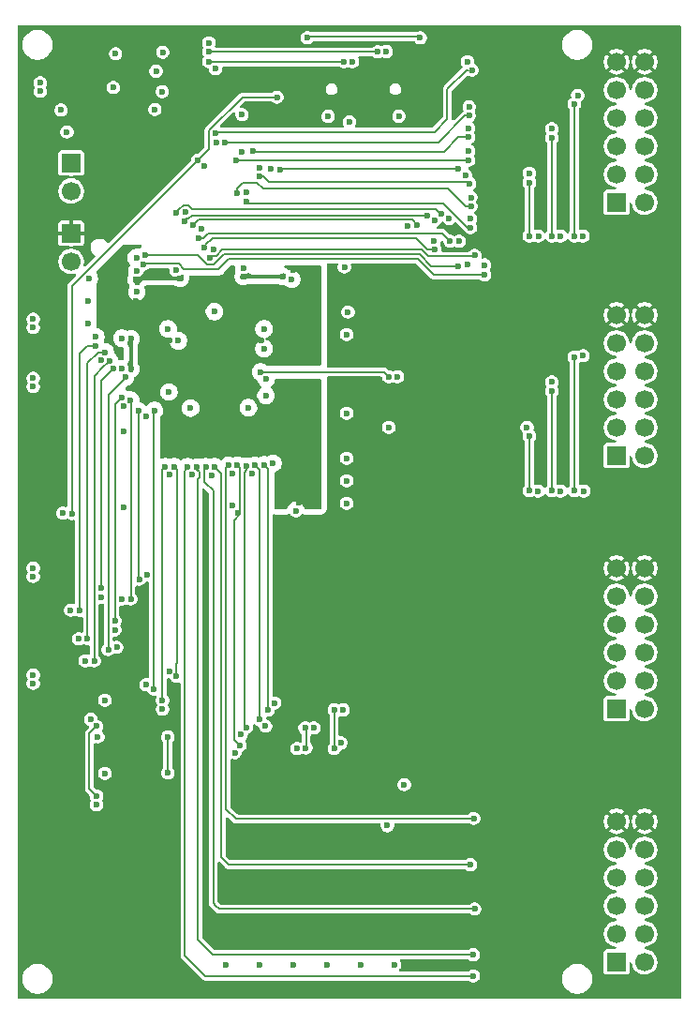
<source format=gbr>
%TF.GenerationSoftware,KiCad,Pcbnew,9.0.6-9.0.6~ubuntu24.04.1*%
%TF.CreationDate,2026-01-25T19:23:25-03:00*%
%TF.ProjectId,cotti_probe,636f7474-695f-4707-926f-62652e6b6963,0.0*%
%TF.SameCoordinates,Original*%
%TF.FileFunction,Copper,L4,Bot*%
%TF.FilePolarity,Positive*%
%FSLAX46Y46*%
G04 Gerber Fmt 4.6, Leading zero omitted, Abs format (unit mm)*
G04 Created by KiCad (PCBNEW 9.0.6-9.0.6~ubuntu24.04.1) date 2026-01-25 19:23:25*
%MOMM*%
%LPD*%
G01*
G04 APERTURE LIST*
%TA.AperFunction,ComponentPad*%
%ADD10R,1.700000X1.700000*%
%TD*%
%TA.AperFunction,ComponentPad*%
%ADD11C,1.700000*%
%TD*%
%TA.AperFunction,ViaPad*%
%ADD12C,0.600000*%
%TD*%
%TA.AperFunction,Conductor*%
%ADD13C,0.300000*%
%TD*%
%TA.AperFunction,Conductor*%
%ADD14C,0.200000*%
%TD*%
G04 APERTURE END LIST*
D10*
%TO.P,J6,1,CS*%
%TO.N,Net-(J6-CS)*%
X186690000Y-64770000D03*
D11*
%TO.P,J6,2,MOSI*%
%TO.N,Net-(J6-MOSI)*%
X186690000Y-62230000D03*
%TO.P,J6,3,MISO*%
%TO.N,Net-(J6-MISO)*%
X186690000Y-59690000D03*
%TO.P,J6,4,SCK*%
%TO.N,Net-(J6-SCK)*%
X186690000Y-57150000D03*
%TO.P,J6,5,GND*%
%TO.N,GND*%
X186690000Y-54610000D03*
%TO.P,J6,6,VCC*%
%TO.N,+3.3V*%
X186690000Y-52070000D03*
%TO.P,J6,7,GPIO/INT*%
%TO.N,Net-(J6-GPIO{slash}INT)*%
X189230000Y-64770000D03*
%TO.P,J6,8,GPIO/RESET*%
%TO.N,Net-(J6-GPIO{slash}RESET)*%
X189230000Y-62230000D03*
%TO.P,J6,9,GPIO/CS2*%
%TO.N,Net-(J6-GPIO{slash}CS2)*%
X189230000Y-59690000D03*
%TO.P,J6,10,GPIO/CS3*%
%TO.N,Net-(J6-GPIO{slash}CS3)*%
X189230000Y-57150000D03*
%TO.P,J6,11,GND*%
%TO.N,GND*%
X189230000Y-54610000D03*
%TO.P,J6,12,VCC*%
%TO.N,+3.3V*%
X189230000Y-52070000D03*
%TD*%
D10*
%TO.P,J2,1,Pin_1*%
%TO.N,+3.3V*%
X137414000Y-44704000D03*
D11*
%TO.P,J2,2,Pin_2*%
%TO.N,GND*%
X137414000Y-47244000D03*
%TD*%
D10*
%TO.P,J3,1,CTS#/GPIO*%
%TO.N,Net-(J3-CTS#{slash}GPIO)*%
X186690000Y-110490000D03*
D11*
%TO.P,J3,2,TXD*%
%TO.N,Net-(J3-TXD)*%
X186690000Y-107950000D03*
%TO.P,J3,3,RXD*%
%TO.N,Net-(J3-RXD)*%
X186690000Y-105410000D03*
%TO.P,J3,4,RTS#/GPIO*%
%TO.N,Net-(J3-RTS#{slash}GPIO)*%
X186690000Y-102870000D03*
%TO.P,J3,5,GND*%
%TO.N,GND*%
X186690000Y-100330000D03*
%TO.P,J3,6,VCC*%
%TO.N,+3.3V*%
X186690000Y-97790000D03*
%TO.P,J3,7,GPIO/INT*%
%TO.N,Net-(J3-GPIO{slash}INT)*%
X189230000Y-110490000D03*
%TO.P,J3,8,GPIO/RESET*%
%TO.N,Net-(J3-GPIO{slash}RESET)*%
X189230000Y-107950000D03*
%TO.P,J3,9,GPIO*%
%TO.N,Net-(J3-GPIO-Pad9)*%
X189230000Y-105410000D03*
%TO.P,J3,10,GPIO*%
%TO.N,Net-(J3-GPIO-Pad10)*%
X189230000Y-102870000D03*
%TO.P,J3,11,GND*%
%TO.N,GND*%
X189230000Y-100330000D03*
%TO.P,J3,12,VCC*%
%TO.N,+3.3V*%
X189230000Y-97790000D03*
%TD*%
D10*
%TO.P,J1,1,Pin_1*%
%TO.N,+5V*%
X137414000Y-38349000D03*
D11*
%TO.P,J1,2,Pin_2*%
%TO.N,GND*%
X137414000Y-40889000D03*
%TD*%
D10*
%TO.P,J5,1,TMS*%
%TO.N,Net-(J5-TMS)*%
X186690000Y-41910000D03*
D11*
%TO.P,J5,2,TDI*%
%TO.N,Net-(J5-TDI)*%
X186690000Y-39370000D03*
%TO.P,J5,3,TDO*%
%TO.N,Net-(J5-TDO)*%
X186690000Y-36830000D03*
%TO.P,J5,4,TCK*%
%TO.N,Net-(J5-TCK)*%
X186690000Y-34290000D03*
%TO.P,J5,5,GND*%
%TO.N,GND*%
X186690000Y-31750000D03*
%TO.P,J5,6,VCC*%
%TO.N,+3.3V*%
X186690000Y-29210000D03*
%TO.P,J5,7,GPIO*%
%TO.N,Net-(J5-GPIO-Pad7)*%
X189230000Y-41910000D03*
%TO.P,J5,8,GPIO*%
%TO.N,Net-(J5-GPIO-Pad8)*%
X189230000Y-39370000D03*
%TO.P,J5,9,GPIO*%
%TO.N,Net-(J5-GPIO-Pad9)*%
X189230000Y-36830000D03*
%TO.P,J5,10,GPIO*%
%TO.N,Net-(J5-GPIO-Pad10)*%
X189230000Y-34290000D03*
%TO.P,J5,11,GND*%
%TO.N,GND*%
X189230000Y-31750000D03*
%TO.P,J5,12,VCC*%
%TO.N,+3.3V*%
X189230000Y-29210000D03*
%TD*%
D10*
%TO.P,J4,1,CTS#/GPIO*%
%TO.N,Net-(J4-CTS#{slash}GPIO)*%
X186690000Y-87630000D03*
D11*
%TO.P,J4,2,TXD*%
%TO.N,Net-(J4-TXD)*%
X186690000Y-85090000D03*
%TO.P,J4,3,RXD*%
%TO.N,Net-(J4-RXD)*%
X186690000Y-82550000D03*
%TO.P,J4,4,RTS#/GPIO*%
%TO.N,Net-(J4-RTS#{slash}GPIO)*%
X186690000Y-80010000D03*
%TO.P,J4,5,GND*%
%TO.N,GND*%
X186690000Y-77470000D03*
%TO.P,J4,6,VCC*%
%TO.N,+3.3V*%
X186690000Y-74930000D03*
%TO.P,J4,7,GPIO/INT*%
%TO.N,Net-(J4-GPIO{slash}INT)*%
X189230000Y-87630000D03*
%TO.P,J4,8,GPIO/RESET*%
%TO.N,Net-(J4-GPIO{slash}RESET)*%
X189230000Y-85090000D03*
%TO.P,J4,9,GPIO*%
%TO.N,Net-(J4-GPIO-Pad9)*%
X189230000Y-82550000D03*
%TO.P,J4,10,GPIO*%
%TO.N,Net-(J4-GPIO-Pad10)*%
X189230000Y-80010000D03*
%TO.P,J4,11,GND*%
%TO.N,GND*%
X189230000Y-77470000D03*
%TO.P,J4,12,VCC*%
%TO.N,+3.3V*%
X189230000Y-74930000D03*
%TD*%
D12*
%TO.N,GND*%
X166116000Y-62230000D03*
X134620000Y-31115000D03*
X153017474Y-47816891D03*
X153428797Y-60452000D03*
X138696797Y-83312000D03*
X152857200Y-33985200D03*
X172466000Y-45415200D03*
X183743600Y-67970400D03*
X155041600Y-57833200D03*
X150079000Y-66532593D03*
X173482000Y-43395997D03*
X140164343Y-77529593D03*
X146286178Y-84246585D03*
X142198800Y-69469000D03*
X153260977Y-41008473D03*
X183671125Y-55761147D03*
X152857200Y-37338000D03*
X154838400Y-53340000D03*
X138088023Y-81316326D03*
X167030000Y-34137600D03*
X150266400Y-46126400D03*
X181647177Y-67981326D03*
X142198800Y-60306522D03*
X163576000Y-110744000D03*
X162306000Y-60960000D03*
X166916003Y-57658000D03*
X138938000Y-50800000D03*
X146890410Y-48064869D03*
X150533974Y-36471915D03*
X142000469Y-54181514D03*
X139039600Y-48768000D03*
X133985000Y-85344000D03*
X147789612Y-42806118D03*
X141427200Y-28498800D03*
X173228000Y-29210000D03*
X153764900Y-66400126D03*
X137375997Y-78740000D03*
X149434772Y-38653652D03*
X145084800Y-30073600D03*
X145643600Y-31902400D03*
X141540462Y-82092405D03*
X133985000Y-75692000D03*
X134620000Y-31877000D03*
X157337118Y-48843939D03*
X167513000Y-94488000D03*
X155022000Y-59332083D03*
X136499600Y-33578800D03*
X145669000Y-87668003D03*
X147101970Y-54412998D03*
X143348699Y-48073925D03*
X180848000Y-58127997D03*
X170223502Y-45380067D03*
X144221200Y-61214000D03*
X154434530Y-38758151D03*
X162306000Y-67056000D03*
X151987200Y-69302628D03*
X173025191Y-39430400D03*
X162852003Y-29210000D03*
X152202252Y-91592248D03*
X143346289Y-50004077D03*
X155794000Y-87115036D03*
X148382484Y-66504934D03*
X154980293Y-89195200D03*
X179615411Y-67975747D03*
X162306000Y-53848000D03*
X170253770Y-43535545D03*
X136665796Y-69962450D03*
X173380400Y-33286797D03*
X174762558Y-47563954D03*
X155487578Y-38891222D03*
X166624000Y-110744000D03*
X162306000Y-69088000D03*
X133985000Y-84582000D03*
X183680003Y-44958000D03*
X173348330Y-37284574D03*
X162102800Y-47752000D03*
X181648003Y-44958000D03*
X161792953Y-90712854D03*
X165899411Y-28290254D03*
X160630000Y-34137600D03*
X152008986Y-66367783D03*
X139700000Y-96304003D03*
X159346803Y-89357200D03*
X142198800Y-62611000D03*
X149860000Y-27520997D03*
X139195525Y-88583907D03*
X152776505Y-89948274D03*
X173329600Y-35217197D03*
X162306000Y-65024000D03*
X139827000Y-90170000D03*
X183184800Y-32258000D03*
X157480000Y-110744000D03*
X161988403Y-87731600D03*
X141224000Y-31546800D03*
X162560000Y-34645600D03*
X162433000Y-51816000D03*
X148209000Y-60475470D03*
X138938000Y-52832000D03*
X146337238Y-66501034D03*
X133985000Y-58547000D03*
X165989000Y-98186800D03*
X178816000Y-39268400D03*
X179628800Y-44958000D03*
X154838400Y-55118000D03*
X151384000Y-110744000D03*
X144267833Y-75571688D03*
X154432000Y-110744000D03*
X145694400Y-28346400D03*
X178605505Y-62220187D03*
X150368000Y-51765200D03*
X141998797Y-77724000D03*
X144187004Y-85455088D03*
X133985000Y-57785000D03*
X171555396Y-43371923D03*
X173228000Y-47498000D03*
X155640035Y-65473232D03*
X141999035Y-56952665D03*
X150460000Y-29844399D03*
X141366800Y-80505203D03*
X140462000Y-86868000D03*
X180848000Y-35267997D03*
X157724400Y-69745007D03*
X146177000Y-53333200D03*
X139649868Y-54065254D03*
X144983200Y-33528000D03*
X140462000Y-93472000D03*
X133985000Y-74930000D03*
X157825761Y-91227037D03*
X160528000Y-110744000D03*
X133985000Y-53213000D03*
X143307730Y-46902026D03*
X167832912Y-44084800D03*
X173532800Y-41465597D03*
X149148800Y-44297600D03*
X137033000Y-35560000D03*
X140087287Y-56119784D03*
X146253200Y-59029600D03*
X133985000Y-52451000D03*
%TO.N,+1.8V*%
X157480000Y-48056800D03*
X145853150Y-62541150D03*
X146304000Y-54356000D03*
X143265600Y-50800000D03*
X155143200Y-61772800D03*
X157978400Y-68986400D03*
X154638864Y-54343283D03*
%TO.N,+3.3V*%
X135001000Y-53213000D03*
X135001000Y-57785000D03*
X145034000Y-35560000D03*
X162560000Y-49784000D03*
X147272000Y-48768000D03*
X162560000Y-96012000D03*
X164084000Y-96012000D03*
X135001000Y-58547000D03*
X135636000Y-31877000D03*
X159512000Y-94996000D03*
X157988000Y-94996000D03*
X142798800Y-54233200D03*
X164084000Y-94996000D03*
X135636000Y-31115000D03*
X161036000Y-94996000D03*
X152972000Y-48615600D03*
X134874000Y-85348457D03*
X162560000Y-94996000D03*
X142801215Y-56932200D03*
X135001000Y-52451000D03*
X159512000Y-96012000D03*
X156464000Y-96012000D03*
X134874000Y-75692000D03*
X143265600Y-48869600D03*
X156464000Y-94996000D03*
X157988000Y-96012000D03*
X134874000Y-74930000D03*
X134874000Y-84582000D03*
X156565600Y-48615600D03*
X161036000Y-96012000D03*
%TO.N,Net-(J7-SHIELD1)*%
X158750000Y-27051000D03*
X168950000Y-27051000D03*
%TO.N,Net-(J5-TDO)*%
X180848000Y-44958000D03*
X180848000Y-36068000D03*
%TO.N,Net-(J5-TDI)*%
X178816000Y-40132000D03*
X178816000Y-44958000D03*
%TO.N,Net-(J5-TCK)*%
X182880000Y-33020000D03*
X182880000Y-44958000D03*
%TO.N,Net-(J6-MISO)*%
X180848000Y-58928000D03*
X180848000Y-67945000D03*
%TO.N,Net-(J6-SCK)*%
X182880000Y-67945000D03*
X182880000Y-55880000D03*
%TO.N,Net-(J6-MOSI)*%
X178816000Y-62992000D03*
X178816000Y-67945000D03*
%TO.N,/usb/cc2*%
X149860000Y-29210000D03*
X162052000Y-29210000D03*
%TO.N,/usb/cc1*%
X149860000Y-28321000D03*
X165100000Y-28321000D03*
%TO.N,/pwren#*%
X137464800Y-70002400D03*
X152455000Y-69951600D03*
X152438003Y-65659000D03*
X152654000Y-90932000D03*
X148850829Y-38106829D03*
X156006800Y-32410400D03*
%TO.N,Net-(U1-REF)*%
X154531204Y-57217165D03*
X166116000Y-57658000D03*
%TO.N,/connectors/cs*%
X148386800Y-43992800D03*
X168656000Y-43942000D03*
%TO.N,/connectors/mosi*%
X149472000Y-46024800D03*
X170291200Y-46177200D03*
%TO.N,/connectors/miso*%
X171653200Y-45415200D03*
X148972000Y-45110400D03*
%TO.N,/connectors/b_gpio0*%
X147631296Y-43590298D03*
X169570400Y-43119600D03*
%TO.N,/connectors/b_gpio1*%
X170891200Y-42926000D03*
X146872000Y-42875200D03*
%TO.N,/connectors/b_gpio2*%
X172415200Y-47650400D03*
X144075948Y-46678766D03*
%TO.N,/connectors/b_gpio3*%
X143976800Y-47472600D03*
X174784000Y-48444400D03*
%TO.N,/connectors/c_rx*%
X138887200Y-81280000D03*
X140497900Y-55433200D03*
%TO.N,/connectors/c_tx*%
X138176000Y-78740000D03*
X139648506Y-54865255D03*
%TO.N,/connectors/c_rts#*%
X141199083Y-56943660D03*
X140142607Y-76729886D03*
%TO.N,/connectors/c_4*%
X142306855Y-57691076D03*
X140766800Y-82296000D03*
%TO.N,/eecs*%
X154853270Y-65618158D03*
X146151600Y-93421200D03*
X161188400Y-87731600D03*
X146151600Y-90170000D03*
X161188400Y-91236800D03*
X155194000Y-87757000D03*
%TO.N,/connectors/c_5*%
X142000830Y-59531402D03*
X141366800Y-79705200D03*
%TO.N,/connectors/c_6*%
X142798800Y-77724000D03*
X142786544Y-59763788D03*
%TO.N,/connectors/c_7*%
X143560800Y-75946000D03*
X143510000Y-60756800D03*
%TO.N,/connectors/d_cts#*%
X147955000Y-65786000D03*
X173736000Y-111760000D03*
%TO.N,/eedata*%
X153238272Y-65738518D03*
X153254000Y-89306400D03*
X158623000Y-91160600D03*
X158546800Y-89357200D03*
%TO.N,Net-(U3-DO)*%
X139700000Y-95504000D03*
X139700000Y-89204800D03*
%TO.N,/connectors/d_rx*%
X145669000Y-86868000D03*
X145923000Y-65786000D03*
%TO.N,/connectors/c_cts#*%
X140882291Y-56209053D03*
X139496800Y-83312000D03*
%TO.N,/connectors/d_tx*%
X144881600Y-85852000D03*
X144932400Y-60706000D03*
%TO.N,/connectors/sclk*%
X173888400Y-46685200D03*
X149936200Y-46898000D03*
%TO.N,/connectors/a_gpio0*%
X173532800Y-42265600D03*
X152400000Y-41046400D03*
%TO.N,/connectors/tms*%
X173482000Y-44196000D03*
X153272000Y-41808400D03*
%TO.N,/connectors/tdi*%
X173431200Y-40233600D03*
X154421442Y-39558046D03*
%TO.N,/connectors/tdo*%
X173329600Y-36017200D03*
X153822400Y-37236400D03*
%TO.N,/connectors/tck*%
X156286200Y-38938200D03*
X172415200Y-38912800D03*
%TO.N,/connectors/d_rts#*%
X146939000Y-84709000D03*
X146723003Y-65786000D03*
%TO.N,/connectors/d_4*%
X148779266Y-65810263D03*
X173736000Y-109829600D03*
%TO.N,/connectors/d_5*%
X149578551Y-65776402D03*
X173888400Y-105714800D03*
%TO.N,/connectors/d_6*%
X173482000Y-101701600D03*
X150378425Y-65790740D03*
%TO.N,/connectors/d_7*%
X151638000Y-65659000D03*
X173786800Y-97536000D03*
%TO.N,/connectors/a_gpio1*%
X152298400Y-38100000D03*
X173329600Y-38100000D03*
%TO.N,/connectors/a_gpio2*%
X151332200Y-36525200D03*
X173380400Y-34086800D03*
%TO.N,/connectors/a_gpio3*%
X173634400Y-29972000D03*
X150466411Y-35674771D03*
%TO.N,/eeclk*%
X154432000Y-88595200D03*
X154032949Y-65646366D03*
%TD*%
D13*
%TO.N,+1.8V*%
X155143200Y-61772800D02*
X157978400Y-64608000D01*
X157978400Y-64608000D02*
X157978400Y-68986400D01*
%TO.N,+3.3V*%
X143367200Y-48768000D02*
X147272000Y-48768000D01*
X142801215Y-56932200D02*
X142798800Y-56929785D01*
X143265600Y-48869600D02*
X143367200Y-48768000D01*
X152972000Y-48615600D02*
X156565600Y-48615600D01*
X142798800Y-56929785D02*
X142798800Y-54233200D01*
D14*
%TO.N,Net-(J7-SHIELD1)*%
X168823000Y-26924000D02*
X158877000Y-26924000D01*
X158877000Y-26924000D02*
X158750000Y-27051000D01*
X168950000Y-27051000D02*
X168823000Y-26924000D01*
%TO.N,Net-(J5-TDO)*%
X180848000Y-44958000D02*
X180848000Y-36068000D01*
%TO.N,Net-(J5-TDI)*%
X178816000Y-44958000D02*
X178816000Y-40132000D01*
%TO.N,Net-(J5-TCK)*%
X182880000Y-44958000D02*
X182880000Y-33020000D01*
%TO.N,Net-(J6-MISO)*%
X180848000Y-67945000D02*
X180848000Y-58928000D01*
%TO.N,Net-(J6-SCK)*%
X182880000Y-67945000D02*
X182880000Y-55880000D01*
%TO.N,Net-(J6-MOSI)*%
X178816000Y-67945000D02*
X178816000Y-62992000D01*
%TO.N,/usb/cc2*%
X162052000Y-29210000D02*
X149860000Y-29210000D01*
%TO.N,/usb/cc1*%
X149860000Y-28321000D02*
X165100000Y-28321000D01*
%TO.N,/pwren#*%
X149865411Y-35425828D02*
X152880839Y-32410400D01*
X152120600Y-90398600D02*
X152120600Y-70586600D01*
X152654000Y-65874997D02*
X152438003Y-65659000D01*
X137464800Y-70002400D02*
X137464800Y-49492857D01*
X137464800Y-49492857D02*
X148850829Y-38106829D01*
X152556600Y-70053200D02*
X152455000Y-69951600D01*
X149865411Y-37092246D02*
X149865411Y-35425828D01*
X152654000Y-70053200D02*
X152654000Y-65874997D01*
X152654000Y-70053200D02*
X152556600Y-70053200D01*
X152654000Y-90932000D02*
X152120600Y-90398600D01*
X152880839Y-32410400D02*
X156006800Y-32410400D01*
X152120600Y-70586600D02*
X152654000Y-70053200D01*
X148850829Y-38106829D02*
X149865411Y-37092246D01*
%TO.N,Net-(U1-REF)*%
X165675165Y-57217165D02*
X166116000Y-57658000D01*
X159833165Y-57217165D02*
X165675165Y-57217165D01*
X154531204Y-57217165D02*
X159833165Y-57217165D01*
%TO.N,/connectors/cs*%
X168198800Y-43484800D02*
X168656000Y-43942000D01*
X148437600Y-43992800D02*
X148945600Y-43484800D01*
X148945600Y-43484800D02*
X168198800Y-43484800D01*
X148386800Y-43992800D02*
X148437600Y-43992800D01*
%TO.N,/connectors/mosi*%
X149504400Y-45992400D02*
X149504400Y-45770800D01*
X149504400Y-45770800D02*
X150170200Y-45105000D01*
X168549000Y-45105000D02*
X169621200Y-46177200D01*
X169621200Y-46177200D02*
X170291200Y-46177200D01*
X149472000Y-46024800D02*
X149504400Y-45992400D01*
X150170200Y-45105000D02*
X168549000Y-45105000D01*
%TO.N,/connectors/miso*%
X170942000Y-44704000D02*
X171653200Y-45415200D01*
X149741132Y-44704000D02*
X170942000Y-44704000D01*
X149334732Y-45110400D02*
X149741132Y-44704000D01*
X148972000Y-45110400D02*
X149334732Y-45110400D01*
%TO.N,/connectors/b_gpio0*%
X169529200Y-43078400D02*
X148367273Y-43078400D01*
X147814476Y-43407118D02*
X147631296Y-43590298D01*
X169570400Y-43119600D02*
X169529200Y-43078400D01*
X148038555Y-43407118D02*
X147814476Y-43407118D01*
X148367273Y-43078400D02*
X148038555Y-43407118D01*
%TO.N,/connectors/b_gpio1*%
X147188612Y-42557175D02*
X147188612Y-42558588D01*
X170738800Y-42926000D02*
X170332400Y-42519600D01*
X147188612Y-42558588D02*
X146872000Y-42875200D01*
X170891200Y-42926000D02*
X170738800Y-42926000D01*
X148353037Y-42519600D02*
X148038555Y-42205118D01*
X147540669Y-42205118D02*
X147188612Y-42557175D01*
X148038555Y-42205118D02*
X147540669Y-42205118D01*
X170332400Y-42519600D02*
X148353037Y-42519600D01*
%TO.N,/connectors/b_gpio2*%
X151237000Y-46578200D02*
X168888000Y-46578200D01*
X168888000Y-46578200D02*
X169960200Y-47650400D01*
X149687257Y-47499000D02*
X150316200Y-47499000D01*
X150316200Y-47499000D02*
X151237000Y-46578200D01*
X144075948Y-46678766D02*
X144077140Y-46679958D01*
X169960200Y-47650400D02*
X172415200Y-47650400D01*
X144077140Y-46679958D02*
X148868215Y-46679958D01*
X149335200Y-47146943D02*
X149687257Y-47499000D01*
X149335200Y-47142400D02*
X149335200Y-47146943D01*
X149330657Y-47142400D02*
X149335200Y-47142400D01*
X148868215Y-46679958D02*
X149330657Y-47142400D01*
%TO.N,/connectors/b_gpio3*%
X174784000Y-48444400D02*
X174701200Y-48527200D01*
X151638000Y-46990000D02*
X168732700Y-46990000D01*
X146658136Y-47447200D02*
X146674805Y-47463869D01*
X147139353Y-47463869D02*
X147575484Y-47900000D01*
X147575484Y-47900000D02*
X150728000Y-47900000D01*
X144002200Y-47447200D02*
X146658136Y-47447200D01*
X143976800Y-47472600D02*
X144002200Y-47447200D01*
X170187100Y-48444400D02*
X174784000Y-48444400D01*
X150728000Y-47900000D02*
X151638000Y-46990000D01*
X168732700Y-46990000D02*
X170187100Y-48444400D01*
X146674805Y-47463869D02*
X147139353Y-47463869D01*
%TO.N,/connectors/c_rx*%
X139842000Y-55433200D02*
X140497900Y-55433200D01*
X138887200Y-56388000D02*
X139842000Y-55433200D01*
X138887200Y-81280000D02*
X138887200Y-56388000D01*
%TO.N,/connectors/c_tx*%
X139627547Y-54844296D02*
X139648506Y-54865255D01*
X138856104Y-54844296D02*
X139627547Y-54844296D01*
X138176000Y-78740000D02*
X138176000Y-55524400D01*
X138176000Y-55524400D02*
X138856104Y-54844296D01*
%TO.N,/connectors/c_rts#*%
X140106400Y-58036343D02*
X141199083Y-56943660D01*
X140106400Y-76693679D02*
X140106400Y-58036343D01*
X140142607Y-76729886D02*
X140106400Y-76693679D01*
%TO.N,/connectors/c_4*%
X140766800Y-82296000D02*
X140766800Y-59334400D01*
X142306855Y-57794345D02*
X140827170Y-59274030D01*
X142306855Y-57691076D02*
X142306855Y-57794345D01*
X140766800Y-59334400D02*
X140817600Y-59283600D01*
%TO.N,/eecs*%
X146151600Y-90170000D02*
X146151600Y-93421200D01*
X161188400Y-87731600D02*
X161188400Y-91236800D01*
X155194000Y-65958888D02*
X154853270Y-65618158D01*
X155194000Y-87757000D02*
X155194000Y-65958888D01*
%TO.N,/connectors/c_5*%
X141366800Y-60165432D02*
X142000830Y-59531402D01*
X141366800Y-79705200D02*
X141366800Y-60165432D01*
%TO.N,/connectors/c_6*%
X142798800Y-77724000D02*
X142798800Y-59776044D01*
X142798800Y-59776044D02*
X142786544Y-59763788D01*
%TO.N,/connectors/c_7*%
X143560800Y-75946000D02*
X143510000Y-75895200D01*
X143510000Y-75895200D02*
X143510000Y-60756800D01*
%TO.N,/connectors/d_cts#*%
X148079800Y-65786000D02*
X147701000Y-66164800D01*
X147701000Y-66164800D02*
X147701000Y-109905800D01*
X147955000Y-65786000D02*
X148079800Y-65786000D01*
X147701000Y-109905800D02*
X149555200Y-111760000D01*
X149555200Y-111760000D02*
X173736000Y-111760000D01*
%TO.N,/eedata*%
X153254000Y-89306400D02*
X153441400Y-89306400D01*
X158648400Y-89458800D02*
X158648400Y-91084400D01*
X153055000Y-89107400D02*
X153254000Y-89306400D01*
X158546800Y-89357200D02*
X158648400Y-89458800D01*
X153055000Y-66274000D02*
X153055000Y-89107400D01*
X153238272Y-65738518D02*
X153238272Y-66090728D01*
X153441400Y-89306400D02*
X153454100Y-89319100D01*
X153238272Y-66090728D02*
X153055000Y-66274000D01*
X158648400Y-91084400D02*
X158597600Y-91135200D01*
%TO.N,Net-(U3-DO)*%
X139065000Y-94869000D02*
X139700000Y-95504000D01*
X139065000Y-89839800D02*
X139065000Y-94869000D01*
X139700000Y-89204800D02*
X139065000Y-89839800D01*
%TO.N,/connectors/d_rx*%
X145669000Y-66040000D02*
X145923000Y-65786000D01*
X145669000Y-86868000D02*
X145669000Y-66040000D01*
%TO.N,/connectors/c_cts#*%
X140688287Y-56364913D02*
X140844147Y-56209053D01*
X140332416Y-56720784D02*
X140336230Y-56720784D01*
X139496800Y-80213200D02*
X139505400Y-80204600D01*
X139505400Y-80204600D02*
X139505400Y-57547800D01*
X140688287Y-56368727D02*
X140688287Y-56364913D01*
X139496800Y-83312000D02*
X139496800Y-80213200D01*
X139505400Y-57547800D02*
X140332416Y-56720784D01*
X140844147Y-56209053D02*
X140882291Y-56209053D01*
X140336230Y-56720784D02*
X140688287Y-56368727D01*
%TO.N,/connectors/d_tx*%
X144881600Y-60756800D02*
X144881600Y-85852000D01*
X144932400Y-60706000D02*
X144881600Y-60756800D01*
%TO.N,/connectors/sclk*%
X173831404Y-46778200D02*
X169655100Y-46778200D01*
X169655100Y-46778200D02*
X169054100Y-46177200D01*
X173888400Y-46835196D02*
X173831404Y-46778200D01*
X150106800Y-46727400D02*
X149936200Y-46898000D01*
X150515343Y-46727400D02*
X150106800Y-46727400D01*
X169054100Y-46177200D02*
X151065543Y-46177200D01*
X173888400Y-46685200D02*
X173888400Y-46835196D01*
X151065543Y-46177200D02*
X150515343Y-46727400D01*
%TO.N,/connectors/a_gpio0*%
X152908000Y-40132000D02*
X154215143Y-40132000D01*
X152400000Y-41046400D02*
X152400000Y-40640000D01*
X173024800Y-42265600D02*
X173532800Y-42265600D01*
X152400000Y-40640000D02*
X152908000Y-40132000D01*
X154773943Y-40690800D02*
X171450000Y-40690800D01*
X171450000Y-40690800D02*
X173024800Y-42265600D01*
X154215143Y-40132000D02*
X154773943Y-40690800D01*
%TO.N,/connectors/tms*%
X153272000Y-41808400D02*
X153475200Y-42011600D01*
X173228000Y-44196000D02*
X173482000Y-44196000D01*
X171043600Y-42011600D02*
X173228000Y-44196000D01*
X153475200Y-42011600D02*
X171043600Y-42011600D01*
%TO.N,/connectors/tdi*%
X173228000Y-40030400D02*
X173431200Y-40233600D01*
X155244800Y-40030400D02*
X173228000Y-40030400D01*
X154772446Y-39558046D02*
X155244800Y-40030400D01*
X154421442Y-39558046D02*
X154772446Y-39558046D01*
%TO.N,/connectors/tdo*%
X153915400Y-37329400D02*
X153822400Y-37236400D01*
X171103000Y-37329400D02*
X153915400Y-37329400D01*
X173329600Y-36017200D02*
X172415200Y-36017200D01*
X172415200Y-36017200D02*
X171103000Y-37329400D01*
%TO.N,/connectors/tck*%
X156286200Y-38938200D02*
X156311600Y-38912800D01*
X156311600Y-38912800D02*
X172415200Y-38912800D01*
%TO.N,/connectors/d_rts#*%
X146939000Y-83503832D02*
X146946516Y-83496316D01*
X146946516Y-83496316D02*
X146946516Y-66009513D01*
X146939000Y-84709000D02*
X146939000Y-83503832D01*
X146946516Y-66009513D02*
X146723003Y-65786000D01*
%TO.N,/connectors/d_4*%
X148779266Y-65810263D02*
X148779266Y-66051773D01*
X148983484Y-66753877D02*
X148864000Y-66873361D01*
X148779266Y-66051773D02*
X148983484Y-66255991D01*
X148864000Y-66873361D02*
X148864000Y-108478000D01*
X148983484Y-66255991D02*
X148983484Y-66753877D01*
X148864000Y-108478000D02*
X150215600Y-109829600D01*
X150215600Y-109829600D02*
X173736000Y-109829600D01*
%TO.N,/connectors/d_5*%
X149479000Y-65875953D02*
X149479000Y-67183000D01*
X150758496Y-105714800D02*
X173888400Y-105714800D01*
X150469600Y-105410000D02*
X150469600Y-105425904D01*
X150245748Y-67949748D02*
X150245748Y-105186148D01*
X150469600Y-105425904D02*
X150758496Y-105714800D01*
X150245748Y-105186148D02*
X150469600Y-105410000D01*
X149479000Y-67183000D02*
X150245748Y-67949748D01*
X149578551Y-65776402D02*
X149479000Y-65875953D01*
%TO.N,/connectors/d_6*%
X151638000Y-101701600D02*
X173482000Y-101701600D01*
X150378425Y-65790740D02*
X150378425Y-65796425D01*
X150986200Y-101049800D02*
X151638000Y-101701600D01*
X150378425Y-65796425D02*
X150986200Y-66404200D01*
X150986200Y-66404200D02*
X150986200Y-101049800D01*
%TO.N,/connectors/d_7*%
X151384000Y-66234900D02*
X151387200Y-66238100D01*
X151387200Y-66238100D02*
X151387200Y-96675600D01*
X173736000Y-97586800D02*
X173786800Y-97637600D01*
X152298400Y-97586800D02*
X173736000Y-97586800D01*
X173786800Y-97637600D02*
X173786800Y-97536000D01*
X151384000Y-65913000D02*
X151384000Y-66234900D01*
X151387200Y-96675600D02*
X152298400Y-97586800D01*
X151638000Y-65659000D02*
X151384000Y-65913000D01*
%TO.N,/connectors/a_gpio1*%
X173329600Y-38100000D02*
X152298400Y-38100000D01*
%TO.N,/connectors/a_gpio2*%
X170586400Y-36474400D02*
X172974000Y-34086800D01*
X151332200Y-36525200D02*
X151373400Y-36484000D01*
X151373400Y-36484000D02*
X152746000Y-36484000D01*
X172974000Y-34086800D02*
X173380400Y-34086800D01*
X152746000Y-36484000D02*
X152755600Y-36474400D01*
X152755600Y-36474400D02*
X170586400Y-36474400D01*
%TO.N,/connectors/a_gpio3*%
X150581182Y-35560000D02*
X170230800Y-35560000D01*
X150466411Y-35674771D02*
X150581182Y-35560000D01*
X171399200Y-34391600D02*
X171399200Y-31699200D01*
X171399200Y-31699200D02*
X173126400Y-29972000D01*
X170230800Y-35560000D02*
X171399200Y-34391600D01*
X173126400Y-29972000D02*
X173355000Y-29972000D01*
%TO.N,/eeclk*%
X154432000Y-88595200D02*
X154432000Y-66045417D01*
X154432000Y-66045417D02*
X154032949Y-65646366D01*
%TD*%
%TA.AperFunction,Conductor*%
%TO.N,+1.8V*%
G36*
X143742455Y-45739685D02*
G01*
X143788210Y-45792489D01*
X143798154Y-45861647D01*
X143769129Y-45925203D01*
X143722868Y-45958561D01*
X143696775Y-45969368D01*
X143696762Y-45969375D01*
X143565662Y-46056974D01*
X143565661Y-46056975D01*
X143545651Y-46076984D01*
X143484326Y-46110466D01*
X143433782Y-46110916D01*
X143386576Y-46101526D01*
X143386572Y-46101526D01*
X143228888Y-46101526D01*
X143228885Y-46101526D01*
X143074240Y-46132287D01*
X143074228Y-46132290D01*
X142928557Y-46192628D01*
X142928544Y-46192635D01*
X142797441Y-46280236D01*
X142797437Y-46280239D01*
X142685943Y-46391733D01*
X142685940Y-46391737D01*
X142598339Y-46522840D01*
X142598332Y-46522853D01*
X142537994Y-46668524D01*
X142537991Y-46668536D01*
X142507230Y-46823179D01*
X142507230Y-46980872D01*
X142537991Y-47135515D01*
X142537994Y-47135527D01*
X142598332Y-47281198D01*
X142598339Y-47281211D01*
X142685939Y-47412313D01*
X142685940Y-47412314D01*
X142685941Y-47412315D01*
X142699151Y-47425525D01*
X142732636Y-47486845D01*
X142727654Y-47556537D01*
X142714573Y-47582098D01*
X142639308Y-47694739D01*
X142639301Y-47694752D01*
X142578963Y-47840423D01*
X142578960Y-47840435D01*
X142548199Y-47995078D01*
X142548199Y-48152771D01*
X142578959Y-48307413D01*
X142578961Y-48307418D01*
X142578962Y-48307422D01*
X142589826Y-48333650D01*
X142591683Y-48338133D01*
X142599150Y-48407603D01*
X142580225Y-48454472D01*
X142556210Y-48490414D01*
X142556202Y-48490428D01*
X142495864Y-48636098D01*
X142495861Y-48636110D01*
X142465100Y-48790753D01*
X142465100Y-48948446D01*
X142495861Y-49103089D01*
X142495864Y-49103101D01*
X142556202Y-49248772D01*
X142556209Y-49248785D01*
X142643810Y-49379888D01*
X142643813Y-49379892D01*
X142665843Y-49401922D01*
X142699328Y-49463245D01*
X142694344Y-49532937D01*
X142681264Y-49558494D01*
X142636898Y-49624891D01*
X142636891Y-49624904D01*
X142576553Y-49770575D01*
X142576550Y-49770587D01*
X142545789Y-49925230D01*
X142545789Y-50082923D01*
X142576550Y-50237566D01*
X142576553Y-50237578D01*
X142636891Y-50383249D01*
X142636898Y-50383262D01*
X142724499Y-50514365D01*
X142724502Y-50514369D01*
X142835996Y-50625863D01*
X142836000Y-50625866D01*
X142967103Y-50713467D01*
X142967116Y-50713474D01*
X143112787Y-50773812D01*
X143112792Y-50773814D01*
X143267442Y-50804576D01*
X143267445Y-50804577D01*
X143267447Y-50804577D01*
X143425133Y-50804577D01*
X143425134Y-50804576D01*
X143579786Y-50773814D01*
X143725468Y-50713471D01*
X143856578Y-50625866D01*
X143968078Y-50514366D01*
X144055683Y-50383256D01*
X144116026Y-50237574D01*
X144146789Y-50082919D01*
X144146789Y-49925235D01*
X144146789Y-49925232D01*
X144146788Y-49925230D01*
X144116027Y-49770587D01*
X144116026Y-49770580D01*
X144096998Y-49724642D01*
X144055686Y-49624904D01*
X144055677Y-49624888D01*
X144046658Y-49611389D01*
X144025781Y-49544711D01*
X144044267Y-49477332D01*
X144096246Y-49430642D01*
X144149761Y-49418500D01*
X146767065Y-49418500D01*
X146834104Y-49438185D01*
X146835909Y-49439366D01*
X146892821Y-49477394D01*
X146892823Y-49477395D01*
X146892827Y-49477397D01*
X147038498Y-49537735D01*
X147038503Y-49537737D01*
X147142855Y-49558494D01*
X147193153Y-49568499D01*
X147193156Y-49568500D01*
X147193158Y-49568500D01*
X147350844Y-49568500D01*
X147350845Y-49568499D01*
X147505497Y-49537737D01*
X147651179Y-49477394D01*
X147782289Y-49389789D01*
X147893789Y-49278289D01*
X147981394Y-49147179D01*
X148041737Y-49001497D01*
X148072500Y-48846842D01*
X148072500Y-48689158D01*
X148072500Y-48689155D01*
X148064451Y-48648692D01*
X148070678Y-48579100D01*
X148113541Y-48523923D01*
X148179430Y-48500678D01*
X148186068Y-48500500D01*
X150641331Y-48500500D01*
X150641347Y-48500501D01*
X150648943Y-48500501D01*
X150807054Y-48500501D01*
X150807057Y-48500501D01*
X150959785Y-48459577D01*
X151018191Y-48425856D01*
X151096716Y-48380520D01*
X151208520Y-48268716D01*
X151208520Y-48268714D01*
X151218724Y-48258511D01*
X151218727Y-48258506D01*
X151850416Y-47626819D01*
X151877343Y-47612115D01*
X151903162Y-47595523D01*
X151909362Y-47594631D01*
X151911739Y-47593334D01*
X151938097Y-47590500D01*
X152095229Y-47590500D01*
X152162268Y-47610185D01*
X152208023Y-47662989D01*
X152217967Y-47732147D01*
X152216997Y-47737811D01*
X152216974Y-47738046D01*
X152216974Y-47895737D01*
X152247734Y-48050379D01*
X152247737Y-48050389D01*
X152275632Y-48117733D01*
X152283101Y-48187202D01*
X152265410Y-48231016D01*
X152265476Y-48231052D01*
X152265148Y-48231664D01*
X152264178Y-48234067D01*
X152263048Y-48235758D01*
X152262603Y-48236425D01*
X152202264Y-48382098D01*
X152202261Y-48382110D01*
X152171500Y-48536753D01*
X152171500Y-48694446D01*
X152202261Y-48849089D01*
X152202264Y-48849101D01*
X152262602Y-48994772D01*
X152262609Y-48994785D01*
X152350210Y-49125888D01*
X152350213Y-49125892D01*
X152461707Y-49237386D01*
X152461711Y-49237389D01*
X152592814Y-49324990D01*
X152592827Y-49324997D01*
X152738498Y-49385335D01*
X152738503Y-49385337D01*
X152847430Y-49407004D01*
X152893153Y-49416099D01*
X152893156Y-49416100D01*
X152893158Y-49416100D01*
X153050844Y-49416100D01*
X153050845Y-49416099D01*
X153205497Y-49385337D01*
X153351179Y-49324994D01*
X153408044Y-49286997D01*
X153474721Y-49266120D01*
X153476935Y-49266100D01*
X156060665Y-49266100D01*
X156127704Y-49285785D01*
X156129509Y-49286966D01*
X156186421Y-49324994D01*
X156186423Y-49324995D01*
X156186427Y-49324997D01*
X156332098Y-49385335D01*
X156332103Y-49385337D01*
X156441030Y-49407004D01*
X156486753Y-49416099D01*
X156486756Y-49416100D01*
X156486758Y-49416100D01*
X156644442Y-49416100D01*
X156690167Y-49407004D01*
X156759757Y-49413230D01*
X156802040Y-49440940D01*
X156826825Y-49465725D01*
X156826829Y-49465728D01*
X156957932Y-49553329D01*
X156957945Y-49553336D01*
X157103616Y-49613674D01*
X157103621Y-49613676D01*
X157258271Y-49644438D01*
X157258274Y-49644439D01*
X157258276Y-49644439D01*
X157415962Y-49644439D01*
X157415963Y-49644438D01*
X157570615Y-49613676D01*
X157716297Y-49553333D01*
X157847407Y-49465728D01*
X157958907Y-49354228D01*
X158046512Y-49223118D01*
X158106855Y-49077436D01*
X158137618Y-48922781D01*
X158137618Y-48765097D01*
X158137618Y-48765094D01*
X158137617Y-48765092D01*
X158106855Y-48610442D01*
X158093873Y-48579100D01*
X158046515Y-48464766D01*
X158046508Y-48464753D01*
X157958907Y-48333650D01*
X157958904Y-48333646D01*
X157847410Y-48222152D01*
X157847406Y-48222149D01*
X157716303Y-48134548D01*
X157716290Y-48134541D01*
X157570619Y-48074203D01*
X157570607Y-48074200D01*
X157415963Y-48043439D01*
X157415960Y-48043439D01*
X157258276Y-48043439D01*
X157212547Y-48052535D01*
X157142956Y-48046306D01*
X157100676Y-48018598D01*
X157075889Y-47993811D01*
X157075888Y-47993810D01*
X157075887Y-47993809D01*
X156944785Y-47906209D01*
X156944772Y-47906202D01*
X156799101Y-47845864D01*
X156799091Y-47845861D01*
X156750103Y-47836117D01*
X156688192Y-47803732D01*
X156653618Y-47743016D01*
X156657358Y-47673247D01*
X156698225Y-47616575D01*
X156763243Y-47590993D01*
X156774295Y-47590500D01*
X159896000Y-47590500D01*
X159963039Y-47610185D01*
X160008794Y-47662989D01*
X160020000Y-47714500D01*
X160020000Y-56492665D01*
X160000315Y-56559704D01*
X159947511Y-56605459D01*
X159896000Y-56616665D01*
X155110970Y-56616665D01*
X155043931Y-56596980D01*
X155042079Y-56595767D01*
X154910389Y-56507774D01*
X154910376Y-56507767D01*
X154764705Y-56447429D01*
X154764693Y-56447426D01*
X154610049Y-56416665D01*
X154610046Y-56416665D01*
X154452362Y-56416665D01*
X154452359Y-56416665D01*
X154297714Y-56447426D01*
X154297702Y-56447429D01*
X154152031Y-56507767D01*
X154152018Y-56507774D01*
X154020915Y-56595375D01*
X154020911Y-56595378D01*
X153909417Y-56706872D01*
X153909414Y-56706876D01*
X153821813Y-56837979D01*
X153821806Y-56837992D01*
X153761468Y-56983663D01*
X153761465Y-56983675D01*
X153730704Y-57138318D01*
X153730704Y-57296011D01*
X153761465Y-57450654D01*
X153761468Y-57450666D01*
X153821806Y-57596337D01*
X153821813Y-57596350D01*
X153909414Y-57727453D01*
X153909417Y-57727457D01*
X154020911Y-57838951D01*
X154020915Y-57838954D01*
X154152018Y-57926555D01*
X154152031Y-57926562D01*
X154191009Y-57942707D01*
X154245413Y-57986547D01*
X154265174Y-58033074D01*
X154271862Y-58066694D01*
X154271863Y-58066699D01*
X154332202Y-58212372D01*
X154332209Y-58212385D01*
X154419810Y-58343488D01*
X154419813Y-58343492D01*
X154531307Y-58454986D01*
X154531311Y-58454989D01*
X154558252Y-58472991D01*
X154603057Y-58526604D01*
X154611764Y-58595929D01*
X154581609Y-58658956D01*
X154558253Y-58679194D01*
X154511713Y-58710291D01*
X154511707Y-58710296D01*
X154400213Y-58821790D01*
X154400210Y-58821794D01*
X154312609Y-58952897D01*
X154312602Y-58952910D01*
X154252264Y-59098581D01*
X154252261Y-59098593D01*
X154221500Y-59253236D01*
X154221500Y-59410929D01*
X154252261Y-59565572D01*
X154252264Y-59565584D01*
X154312602Y-59711255D01*
X154312609Y-59711268D01*
X154400210Y-59842371D01*
X154400213Y-59842375D01*
X154511707Y-59953869D01*
X154511711Y-59953872D01*
X154642814Y-60041473D01*
X154642827Y-60041480D01*
X154775169Y-60096297D01*
X154788503Y-60101820D01*
X154943153Y-60132582D01*
X154943156Y-60132583D01*
X154943158Y-60132583D01*
X155100844Y-60132583D01*
X155100845Y-60132582D01*
X155255497Y-60101820D01*
X155401179Y-60041477D01*
X155532289Y-59953872D01*
X155643789Y-59842372D01*
X155731394Y-59711262D01*
X155791737Y-59565580D01*
X155822500Y-59410925D01*
X155822500Y-59253241D01*
X155822500Y-59253238D01*
X155822499Y-59253236D01*
X155791738Y-59098593D01*
X155791737Y-59098586D01*
X155748437Y-58994049D01*
X155731397Y-58952910D01*
X155731390Y-58952897D01*
X155643789Y-58821794D01*
X155643786Y-58821790D01*
X155532292Y-58710296D01*
X155532286Y-58710291D01*
X155505346Y-58692290D01*
X155460542Y-58638677D01*
X155451835Y-58569352D01*
X155481990Y-58506325D01*
X155505344Y-58486089D01*
X155551889Y-58454989D01*
X155663389Y-58343489D01*
X155750994Y-58212379D01*
X155811337Y-58066697D01*
X155830955Y-57968071D01*
X155841020Y-57917474D01*
X155873405Y-57855563D01*
X155934121Y-57820989D01*
X155962637Y-57817665D01*
X159896000Y-57817665D01*
X159963039Y-57837350D01*
X160008794Y-57890154D01*
X160020000Y-57941665D01*
X160020000Y-69472000D01*
X160000315Y-69539039D01*
X159947511Y-69584794D01*
X159896000Y-69596000D01*
X158611731Y-69596000D01*
X158544692Y-69576315D01*
X158498937Y-69523511D01*
X158496519Y-69517116D01*
X158496468Y-69517138D01*
X158433797Y-69365834D01*
X158433790Y-69365821D01*
X158346189Y-69234718D01*
X158346186Y-69234714D01*
X158234692Y-69123220D01*
X158234688Y-69123217D01*
X158103585Y-69035616D01*
X158103572Y-69035609D01*
X157957901Y-68975271D01*
X157957889Y-68975268D01*
X157803245Y-68944507D01*
X157803242Y-68944507D01*
X157645558Y-68944507D01*
X157645555Y-68944507D01*
X157490910Y-68975268D01*
X157490898Y-68975271D01*
X157345227Y-69035609D01*
X157345214Y-69035616D01*
X157214111Y-69123217D01*
X157214107Y-69123220D01*
X157102613Y-69234714D01*
X157102610Y-69234718D01*
X157015009Y-69365821D01*
X157015002Y-69365834D01*
X156952332Y-69517138D01*
X156950292Y-69516293D01*
X156917430Y-69566436D01*
X156853617Y-69594891D01*
X156837069Y-69596000D01*
X155918500Y-69596000D01*
X155851461Y-69576315D01*
X155805706Y-69523511D01*
X155794500Y-69472000D01*
X155794500Y-66358558D01*
X155814185Y-66291519D01*
X155866989Y-66245764D01*
X155871049Y-66243996D01*
X155873525Y-66242970D01*
X155873532Y-66242969D01*
X156019214Y-66182626D01*
X156150324Y-66095021D01*
X156261824Y-65983521D01*
X156349429Y-65852411D01*
X156409772Y-65706729D01*
X156440535Y-65552074D01*
X156440535Y-65394390D01*
X156440535Y-65394387D01*
X156440534Y-65394385D01*
X156409773Y-65239742D01*
X156409772Y-65239735D01*
X156408752Y-65237272D01*
X156349432Y-65094059D01*
X156349425Y-65094046D01*
X156261824Y-64962943D01*
X156261821Y-64962939D01*
X156150327Y-64851445D01*
X156150323Y-64851442D01*
X156019220Y-64763841D01*
X156019207Y-64763834D01*
X155873536Y-64703496D01*
X155873524Y-64703493D01*
X155718880Y-64672732D01*
X155718877Y-64672732D01*
X155561193Y-64672732D01*
X155561190Y-64672732D01*
X155406545Y-64703493D01*
X155406533Y-64703496D01*
X155260862Y-64763834D01*
X155260851Y-64763840D01*
X155166076Y-64827167D01*
X155099399Y-64848044D01*
X155072995Y-64845681D01*
X154932115Y-64817658D01*
X154932112Y-64817658D01*
X154774428Y-64817658D01*
X154774425Y-64817658D01*
X154619780Y-64848419D01*
X154619768Y-64848422D01*
X154474091Y-64908763D01*
X154469022Y-64911473D01*
X154400618Y-64925712D01*
X154363122Y-64916673D01*
X154266450Y-64876630D01*
X154266438Y-64876627D01*
X154111794Y-64845866D01*
X154111791Y-64845866D01*
X153954107Y-64845866D01*
X153954104Y-64845866D01*
X153799459Y-64876627D01*
X153799447Y-64876630D01*
X153653777Y-64936968D01*
X153653763Y-64936976D01*
X153609839Y-64966324D01*
X153543161Y-64987200D01*
X153493498Y-64977781D01*
X153471770Y-64968781D01*
X153471766Y-64968779D01*
X153317117Y-64938018D01*
X153317114Y-64938018D01*
X153159430Y-64938018D01*
X153159427Y-64938018D01*
X153004777Y-64968779D01*
X153004770Y-64968782D01*
X152967914Y-64984047D01*
X152898445Y-64991513D01*
X152851575Y-64972586D01*
X152817188Y-64949609D01*
X152817175Y-64949602D01*
X152671504Y-64889264D01*
X152671492Y-64889261D01*
X152516848Y-64858500D01*
X152516845Y-64858500D01*
X152359161Y-64858500D01*
X152359158Y-64858500D01*
X152204513Y-64889261D01*
X152204501Y-64889264D01*
X152085453Y-64938575D01*
X152015983Y-64946044D01*
X151990549Y-64938575D01*
X151871501Y-64889264D01*
X151871489Y-64889261D01*
X151716845Y-64858500D01*
X151716842Y-64858500D01*
X151559158Y-64858500D01*
X151559155Y-64858500D01*
X151404510Y-64889261D01*
X151404498Y-64889264D01*
X151258827Y-64949602D01*
X151258814Y-64949609D01*
X151127711Y-65037210D01*
X151127707Y-65037213D01*
X151024968Y-65139953D01*
X150963645Y-65173438D01*
X150893953Y-65168454D01*
X150868396Y-65155374D01*
X150757610Y-65081349D01*
X150757597Y-65081342D01*
X150611926Y-65021004D01*
X150611914Y-65021001D01*
X150457270Y-64990240D01*
X150457267Y-64990240D01*
X150299583Y-64990240D01*
X150299580Y-64990240D01*
X150144935Y-65021001D01*
X150144923Y-65021004D01*
X150043248Y-65063119D01*
X149973778Y-65070588D01*
X149948344Y-65063119D01*
X149812052Y-65006666D01*
X149812040Y-65006663D01*
X149657396Y-64975902D01*
X149657393Y-64975902D01*
X149499709Y-64975902D01*
X149499706Y-64975902D01*
X149345061Y-65006663D01*
X149345049Y-65006666D01*
X149199368Y-65067009D01*
X149197518Y-65067998D01*
X149196440Y-65068222D01*
X149193744Y-65069339D01*
X149193532Y-65068827D01*
X149129113Y-65082230D01*
X149091630Y-65073193D01*
X149044761Y-65053780D01*
X149012763Y-65040526D01*
X149012759Y-65040525D01*
X149012755Y-65040524D01*
X148858111Y-65009763D01*
X148858108Y-65009763D01*
X148700424Y-65009763D01*
X148700421Y-65009763D01*
X148545776Y-65040524D01*
X148545764Y-65040527D01*
X148442711Y-65083213D01*
X148373242Y-65090682D01*
X148336807Y-65078011D01*
X148334184Y-65076609D01*
X148334179Y-65076606D01*
X148301618Y-65063119D01*
X148188501Y-65016264D01*
X148188489Y-65016261D01*
X148033845Y-64985500D01*
X148033842Y-64985500D01*
X147876158Y-64985500D01*
X147876155Y-64985500D01*
X147721510Y-65016261D01*
X147721498Y-65016264D01*
X147575827Y-65076602D01*
X147575814Y-65076609D01*
X147444714Y-65164208D01*
X147444707Y-65164213D01*
X147426678Y-65182242D01*
X147365354Y-65215724D01*
X147295662Y-65210737D01*
X147251320Y-65182238D01*
X147233295Y-65164213D01*
X147233291Y-65164210D01*
X147102188Y-65076609D01*
X147102175Y-65076602D01*
X146956504Y-65016264D01*
X146956492Y-65016261D01*
X146801848Y-64985500D01*
X146801845Y-64985500D01*
X146644161Y-64985500D01*
X146644158Y-64985500D01*
X146489513Y-65016261D01*
X146489501Y-65016264D01*
X146370453Y-65065575D01*
X146300983Y-65073044D01*
X146275549Y-65065575D01*
X146156501Y-65016264D01*
X146156489Y-65016261D01*
X146001845Y-64985500D01*
X146001842Y-64985500D01*
X145844158Y-64985500D01*
X145844155Y-64985500D01*
X145689510Y-65016261D01*
X145689498Y-65016264D01*
X145653552Y-65031154D01*
X145584083Y-65038623D01*
X145521604Y-65007348D01*
X145485952Y-64947259D01*
X145482100Y-64916593D01*
X145482100Y-61339740D01*
X145501785Y-61272701D01*
X145518420Y-61252058D01*
X145554186Y-61216292D01*
X145554189Y-61216289D01*
X145641794Y-61085179D01*
X145702137Y-60939497D01*
X145732900Y-60784842D01*
X145732900Y-60627158D01*
X145732900Y-60627155D01*
X145732899Y-60627153D01*
X145702138Y-60472510D01*
X145702137Y-60472503D01*
X145687841Y-60437988D01*
X145670707Y-60396623D01*
X147408500Y-60396623D01*
X147408500Y-60554316D01*
X147439261Y-60708959D01*
X147439264Y-60708971D01*
X147499602Y-60854642D01*
X147499609Y-60854655D01*
X147587210Y-60985758D01*
X147587213Y-60985762D01*
X147698707Y-61097256D01*
X147698711Y-61097259D01*
X147829814Y-61184860D01*
X147829827Y-61184867D01*
X147918843Y-61221738D01*
X147975503Y-61245207D01*
X148113724Y-61272701D01*
X148130153Y-61275969D01*
X148130156Y-61275970D01*
X148130158Y-61275970D01*
X148287844Y-61275970D01*
X148287845Y-61275969D01*
X148442497Y-61245207D01*
X148588179Y-61184864D01*
X148719289Y-61097259D01*
X148830789Y-60985759D01*
X148918394Y-60854649D01*
X148978737Y-60708967D01*
X149009500Y-60554312D01*
X149009500Y-60396628D01*
X149004831Y-60373158D01*
X149004830Y-60373153D01*
X152628297Y-60373153D01*
X152628297Y-60530846D01*
X152659058Y-60685489D01*
X152659061Y-60685501D01*
X152719399Y-60831172D01*
X152719406Y-60831185D01*
X152807007Y-60962288D01*
X152807010Y-60962292D01*
X152918504Y-61073786D01*
X152918508Y-61073789D01*
X153049611Y-61161390D01*
X153049624Y-61161397D01*
X153195295Y-61221735D01*
X153195300Y-61221737D01*
X153313281Y-61245205D01*
X153349950Y-61252499D01*
X153349953Y-61252500D01*
X153349955Y-61252500D01*
X153507641Y-61252500D01*
X153507642Y-61252499D01*
X153662294Y-61221737D01*
X153807976Y-61161394D01*
X153939086Y-61073789D01*
X154050586Y-60962289D01*
X154138191Y-60831179D01*
X154198534Y-60685497D01*
X154229297Y-60530842D01*
X154229297Y-60373158D01*
X154229297Y-60373155D01*
X154229296Y-60373153D01*
X154220080Y-60326821D01*
X154198534Y-60218503D01*
X154163951Y-60135011D01*
X154138194Y-60072827D01*
X154138187Y-60072814D01*
X154050586Y-59941711D01*
X154050583Y-59941707D01*
X153939089Y-59830213D01*
X153939085Y-59830210D01*
X153807982Y-59742609D01*
X153807969Y-59742602D01*
X153662298Y-59682264D01*
X153662286Y-59682261D01*
X153507642Y-59651500D01*
X153507639Y-59651500D01*
X153349955Y-59651500D01*
X153349952Y-59651500D01*
X153195307Y-59682261D01*
X153195295Y-59682264D01*
X153049624Y-59742602D01*
X153049611Y-59742609D01*
X152918508Y-59830210D01*
X152918504Y-59830213D01*
X152807010Y-59941707D01*
X152807007Y-59941711D01*
X152719406Y-60072814D01*
X152719399Y-60072827D01*
X152659061Y-60218498D01*
X152659058Y-60218510D01*
X152628297Y-60373153D01*
X149004830Y-60373153D01*
X148980838Y-60252535D01*
X148978737Y-60241973D01*
X148972335Y-60226518D01*
X148918397Y-60096297D01*
X148918390Y-60096284D01*
X148830789Y-59965181D01*
X148830786Y-59965177D01*
X148719292Y-59853683D01*
X148719288Y-59853680D01*
X148588185Y-59766079D01*
X148588172Y-59766072D01*
X148442501Y-59705734D01*
X148442489Y-59705731D01*
X148287845Y-59674970D01*
X148287842Y-59674970D01*
X148130158Y-59674970D01*
X148130155Y-59674970D01*
X147975510Y-59705731D01*
X147975498Y-59705734D01*
X147829827Y-59766072D01*
X147829814Y-59766079D01*
X147698711Y-59853680D01*
X147698707Y-59853683D01*
X147587213Y-59965177D01*
X147587210Y-59965181D01*
X147499609Y-60096284D01*
X147499602Y-60096297D01*
X147439264Y-60241968D01*
X147439261Y-60241980D01*
X147408500Y-60396623D01*
X145670707Y-60396623D01*
X145641797Y-60326827D01*
X145641790Y-60326814D01*
X145554189Y-60195711D01*
X145554186Y-60195707D01*
X145442692Y-60084213D01*
X145442688Y-60084210D01*
X145311585Y-59996609D01*
X145311572Y-59996602D01*
X145165901Y-59936264D01*
X145165889Y-59936261D01*
X145011245Y-59905500D01*
X145011242Y-59905500D01*
X144853558Y-59905500D01*
X144853555Y-59905500D01*
X144698910Y-59936261D01*
X144698898Y-59936264D01*
X144553227Y-59996602D01*
X144553214Y-59996609D01*
X144422111Y-60084210D01*
X144422107Y-60084213D01*
X144310613Y-60195707D01*
X144310610Y-60195711D01*
X144302577Y-60207733D01*
X144248963Y-60252535D01*
X144179637Y-60261239D01*
X144116611Y-60231082D01*
X144111797Y-60226518D01*
X144020292Y-60135013D01*
X144020288Y-60135010D01*
X143889185Y-60047409D01*
X143889172Y-60047402D01*
X143743501Y-59987064D01*
X143743491Y-59987061D01*
X143686325Y-59975690D01*
X143624414Y-59943305D01*
X143589840Y-59882589D01*
X143587570Y-59848722D01*
X143587044Y-59848722D01*
X143587044Y-59684943D01*
X143587043Y-59684941D01*
X143563299Y-59565572D01*
X143556281Y-59530291D01*
X143506840Y-59410929D01*
X143495941Y-59384615D01*
X143495934Y-59384602D01*
X143408333Y-59253499D01*
X143408330Y-59253495D01*
X143296836Y-59142001D01*
X143296832Y-59141998D01*
X143165723Y-59054393D01*
X143020045Y-58994052D01*
X143020033Y-58994049D01*
X142865389Y-58963288D01*
X142865386Y-58963288D01*
X142707702Y-58963288D01*
X142707699Y-58963288D01*
X142653509Y-58974067D01*
X142583918Y-58967840D01*
X142557845Y-58950753D01*
X145452700Y-58950753D01*
X145452700Y-59108446D01*
X145483461Y-59263089D01*
X145483464Y-59263101D01*
X145543802Y-59408772D01*
X145543809Y-59408785D01*
X145631410Y-59539888D01*
X145631413Y-59539892D01*
X145742907Y-59651386D01*
X145742911Y-59651389D01*
X145874014Y-59738990D01*
X145874027Y-59738997D01*
X145939410Y-59766079D01*
X146019703Y-59799337D01*
X146174353Y-59830099D01*
X146174356Y-59830100D01*
X146174358Y-59830100D01*
X146332044Y-59830100D01*
X146332045Y-59830099D01*
X146486697Y-59799337D01*
X146623659Y-59742606D01*
X146632372Y-59738997D01*
X146632372Y-59738996D01*
X146632379Y-59738994D01*
X146763489Y-59651389D01*
X146874989Y-59539889D01*
X146962594Y-59408779D01*
X147022937Y-59263097D01*
X147053700Y-59108442D01*
X147053700Y-58950758D01*
X147053700Y-58950755D01*
X147053699Y-58950753D01*
X147027558Y-58819336D01*
X147022937Y-58796103D01*
X147015889Y-58779087D01*
X146962597Y-58650427D01*
X146962590Y-58650414D01*
X146874989Y-58519311D01*
X146874986Y-58519307D01*
X146763492Y-58407813D01*
X146763488Y-58407810D01*
X146632385Y-58320209D01*
X146632372Y-58320202D01*
X146486701Y-58259864D01*
X146486689Y-58259861D01*
X146332045Y-58229100D01*
X146332042Y-58229100D01*
X146174358Y-58229100D01*
X146174355Y-58229100D01*
X146019710Y-58259861D01*
X146019698Y-58259864D01*
X145874027Y-58320202D01*
X145874014Y-58320209D01*
X145742911Y-58407810D01*
X145742907Y-58407813D01*
X145631413Y-58519307D01*
X145631410Y-58519311D01*
X145543809Y-58650414D01*
X145543802Y-58650427D01*
X145483464Y-58796098D01*
X145483461Y-58796110D01*
X145452700Y-58950753D01*
X142557845Y-58950753D01*
X142541636Y-58940130D01*
X142511122Y-58909615D01*
X142511118Y-58909612D01*
X142380015Y-58822011D01*
X142380004Y-58822005D01*
X142373560Y-58819336D01*
X142348011Y-58798745D01*
X142321751Y-58779087D01*
X142320948Y-58776935D01*
X142319159Y-58775493D01*
X142308799Y-58744363D01*
X142297334Y-58713623D01*
X142297822Y-58711377D01*
X142297097Y-58709197D01*
X142305212Y-58677407D01*
X142312186Y-58645350D01*
X142314022Y-58642897D01*
X142314379Y-58641499D01*
X142333328Y-58617106D01*
X142450431Y-58500003D01*
X142511750Y-58466522D01*
X142513843Y-58466085D01*
X142540352Y-58460813D01*
X142686034Y-58400470D01*
X142817144Y-58312865D01*
X142928644Y-58201365D01*
X143016249Y-58070255D01*
X143076592Y-57924573D01*
X143107355Y-57769918D01*
X143107355Y-57754701D01*
X143127040Y-57687662D01*
X143175614Y-57645571D01*
X143175023Y-57644464D01*
X143180382Y-57641598D01*
X143180394Y-57641594D01*
X143311504Y-57553989D01*
X143423004Y-57442489D01*
X143510609Y-57311379D01*
X143570952Y-57165697D01*
X143601715Y-57011042D01*
X143601715Y-56853358D01*
X143601715Y-56853355D01*
X143601714Y-56853353D01*
X143598656Y-56837979D01*
X143570952Y-56698703D01*
X143528153Y-56595376D01*
X143510612Y-56553028D01*
X143510611Y-56553027D01*
X143510609Y-56553021D01*
X143470196Y-56492539D01*
X143449320Y-56425863D01*
X143449300Y-56423650D01*
X143449300Y-54738135D01*
X143468985Y-54671096D01*
X143470166Y-54669290D01*
X143508194Y-54612379D01*
X143514189Y-54597907D01*
X143529606Y-54560686D01*
X143568537Y-54466697D01*
X143599300Y-54312042D01*
X143599300Y-54154358D01*
X143599300Y-54154355D01*
X143599299Y-54154353D01*
X143591079Y-54113027D01*
X143568537Y-53999703D01*
X143563032Y-53986412D01*
X143508197Y-53854027D01*
X143508190Y-53854014D01*
X143420589Y-53722911D01*
X143420586Y-53722907D01*
X143309092Y-53611413D01*
X143309088Y-53611410D01*
X143177985Y-53523809D01*
X143177972Y-53523802D01*
X143032301Y-53463464D01*
X143032289Y-53463461D01*
X142877645Y-53432700D01*
X142877642Y-53432700D01*
X142719958Y-53432700D01*
X142719955Y-53432700D01*
X142565305Y-53463461D01*
X142565302Y-53463463D01*
X142503928Y-53488884D01*
X142434459Y-53496351D01*
X142387586Y-53477424D01*
X142379653Y-53472123D01*
X142379650Y-53472121D01*
X142379648Y-53472120D01*
X142379645Y-53472118D01*
X142379640Y-53472116D01*
X142233970Y-53411778D01*
X142233958Y-53411775D01*
X142079314Y-53381014D01*
X142079311Y-53381014D01*
X141921627Y-53381014D01*
X141921624Y-53381014D01*
X141766979Y-53411775D01*
X141766967Y-53411778D01*
X141621296Y-53472116D01*
X141621283Y-53472123D01*
X141490180Y-53559724D01*
X141490176Y-53559727D01*
X141378682Y-53671221D01*
X141378679Y-53671225D01*
X141291078Y-53802328D01*
X141291071Y-53802341D01*
X141230733Y-53948012D01*
X141230730Y-53948024D01*
X141199969Y-54102667D01*
X141199969Y-54260360D01*
X141230730Y-54415003D01*
X141230733Y-54415015D01*
X141291071Y-54560686D01*
X141291078Y-54560699D01*
X141378679Y-54691802D01*
X141378682Y-54691806D01*
X141490176Y-54803300D01*
X141490180Y-54803303D01*
X141621283Y-54890904D01*
X141621296Y-54890911D01*
X141766967Y-54951249D01*
X141766972Y-54951251D01*
X141921622Y-54982013D01*
X141921625Y-54982014D01*
X142024300Y-54982014D01*
X142091339Y-55001699D01*
X142137094Y-55054503D01*
X142148300Y-55106014D01*
X142148300Y-56028165D01*
X142147496Y-56030902D01*
X142148178Y-56033674D01*
X142137710Y-56064230D01*
X142128615Y-56095204D01*
X142126458Y-56097072D01*
X142125534Y-56099772D01*
X142100210Y-56119816D01*
X142075811Y-56140959D01*
X142072306Y-56141904D01*
X142070750Y-56143136D01*
X142059961Y-56145233D01*
X142036477Y-56151566D01*
X142030407Y-56152165D01*
X141920193Y-56152165D01*
X141811687Y-56173748D01*
X141805630Y-56174346D01*
X141777034Y-56168928D01*
X141748052Y-56166335D01*
X141743118Y-56162502D01*
X141736982Y-56161340D01*
X141715856Y-56141324D01*
X141692875Y-56123471D01*
X141689970Y-56116797D01*
X141686262Y-56113284D01*
X141683431Y-56101775D01*
X141671836Y-56075136D01*
X141652029Y-55975563D01*
X141652028Y-55975556D01*
X141628395Y-55918500D01*
X141591688Y-55829880D01*
X141591681Y-55829867D01*
X141504080Y-55698764D01*
X141504077Y-55698760D01*
X141392583Y-55587266D01*
X141392579Y-55587263D01*
X141353509Y-55561157D01*
X141308704Y-55507545D01*
X141298400Y-55458055D01*
X141298400Y-55354355D01*
X141298399Y-55354353D01*
X141270381Y-55213498D01*
X141267637Y-55199703D01*
X141260608Y-55182733D01*
X141207297Y-55054027D01*
X141207290Y-55054014D01*
X141119689Y-54922911D01*
X141119686Y-54922907D01*
X141008192Y-54811413D01*
X141008188Y-54811410D01*
X140877085Y-54723809D01*
X140877072Y-54723802D01*
X140731401Y-54663464D01*
X140731389Y-54663461D01*
X140576745Y-54632700D01*
X140576742Y-54632700D01*
X140501488Y-54632700D01*
X140482306Y-54627067D01*
X140462329Y-54626354D01*
X140449469Y-54617425D01*
X140434449Y-54613015D01*
X140421358Y-54597907D01*
X140404937Y-54586506D01*
X140390726Y-54562556D01*
X140388694Y-54560211D01*
X140386927Y-54556153D01*
X140369612Y-54514351D01*
X140362143Y-54444882D01*
X140369612Y-54419445D01*
X140371452Y-54415003D01*
X140419605Y-54298751D01*
X140450368Y-54144096D01*
X140450368Y-53986412D01*
X140450368Y-53986409D01*
X140450367Y-53986407D01*
X140445470Y-53961789D01*
X140419605Y-53831757D01*
X140407415Y-53802328D01*
X140359265Y-53686081D01*
X140359258Y-53686068D01*
X140271657Y-53554965D01*
X140271654Y-53554961D01*
X140160160Y-53443467D01*
X140160156Y-53443464D01*
X140029048Y-53355860D01*
X140029045Y-53355858D01*
X139883369Y-53295518D01*
X139883360Y-53295515D01*
X139799807Y-53278895D01*
X139771680Y-53264181D01*
X139750159Y-53254353D01*
X145376500Y-53254353D01*
X145376500Y-53412046D01*
X145407261Y-53566689D01*
X145407264Y-53566701D01*
X145467602Y-53712372D01*
X145467609Y-53712385D01*
X145555210Y-53843488D01*
X145555213Y-53843492D01*
X145666707Y-53954986D01*
X145666711Y-53954989D01*
X145797814Y-54042590D01*
X145797827Y-54042597D01*
X145942851Y-54102667D01*
X145943503Y-54102937D01*
X146049846Y-54124090D01*
X146098153Y-54133699D01*
X146098156Y-54133700D01*
X146190249Y-54133700D01*
X146257288Y-54153385D01*
X146303043Y-54206189D01*
X146312987Y-54275347D01*
X146311866Y-54281892D01*
X146301470Y-54334153D01*
X146301470Y-54491844D01*
X146332231Y-54646487D01*
X146332234Y-54646499D01*
X146392572Y-54792170D01*
X146392579Y-54792183D01*
X146480180Y-54923286D01*
X146480183Y-54923290D01*
X146591677Y-55034784D01*
X146591681Y-55034787D01*
X146722784Y-55122388D01*
X146722797Y-55122395D01*
X146868468Y-55182733D01*
X146868473Y-55182735D01*
X146953812Y-55199710D01*
X147023123Y-55213497D01*
X147023126Y-55213498D01*
X147023128Y-55213498D01*
X147180814Y-55213498D01*
X147180815Y-55213497D01*
X147335467Y-55182735D01*
X147481149Y-55122392D01*
X147612259Y-55034787D01*
X147723759Y-54923287D01*
X147811364Y-54792177D01*
X147871707Y-54646495D01*
X147902470Y-54491840D01*
X147902470Y-54334156D01*
X147902470Y-54334153D01*
X147902469Y-54334151D01*
X147884496Y-54243796D01*
X147871707Y-54179501D01*
X147861291Y-54154355D01*
X147811367Y-54033825D01*
X147811360Y-54033812D01*
X147723759Y-53902709D01*
X147723756Y-53902705D01*
X147612262Y-53791211D01*
X147612258Y-53791208D01*
X147481155Y-53703607D01*
X147481142Y-53703600D01*
X147335471Y-53643262D01*
X147335459Y-53643259D01*
X147180815Y-53612498D01*
X147180812Y-53612498D01*
X147088721Y-53612498D01*
X147021682Y-53592813D01*
X146975927Y-53540009D01*
X146964906Y-53481720D01*
X146965386Y-53472939D01*
X146977500Y-53412042D01*
X146977500Y-53261153D01*
X154037900Y-53261153D01*
X154037900Y-53418846D01*
X154068661Y-53573489D01*
X154068664Y-53573501D01*
X154129002Y-53719172D01*
X154129009Y-53719185D01*
X154216610Y-53850288D01*
X154216613Y-53850292D01*
X154328107Y-53961786D01*
X154328111Y-53961789D01*
X154459214Y-54049390D01*
X154459227Y-54049397D01*
X154604903Y-54109737D01*
X154606893Y-54110341D01*
X154607807Y-54110940D01*
X154610530Y-54112068D01*
X154610316Y-54112584D01*
X154665330Y-54148641D01*
X154693784Y-54212454D01*
X154683221Y-54281521D01*
X154636995Y-54333912D01*
X154606893Y-54347659D01*
X154604903Y-54348262D01*
X154459227Y-54408602D01*
X154459214Y-54408609D01*
X154328111Y-54496210D01*
X154328107Y-54496213D01*
X154216613Y-54607707D01*
X154216610Y-54607711D01*
X154129009Y-54738814D01*
X154129002Y-54738827D01*
X154068664Y-54884498D01*
X154068661Y-54884510D01*
X154037900Y-55039153D01*
X154037900Y-55196846D01*
X154068661Y-55351489D01*
X154068664Y-55351501D01*
X154129002Y-55497172D01*
X154129009Y-55497185D01*
X154216610Y-55628288D01*
X154216613Y-55628292D01*
X154328107Y-55739786D01*
X154328111Y-55739789D01*
X154459214Y-55827390D01*
X154459227Y-55827397D01*
X154604898Y-55887735D01*
X154604903Y-55887737D01*
X154759553Y-55918499D01*
X154759556Y-55918500D01*
X154759558Y-55918500D01*
X154917244Y-55918500D01*
X154917245Y-55918499D01*
X155071897Y-55887737D01*
X155217579Y-55827394D01*
X155348689Y-55739789D01*
X155460189Y-55628289D01*
X155547794Y-55497179D01*
X155608137Y-55351497D01*
X155638900Y-55196842D01*
X155638900Y-55039158D01*
X155638900Y-55039155D01*
X155638899Y-55039153D01*
X155627533Y-54982013D01*
X155608137Y-54884503D01*
X155608135Y-54884498D01*
X155547797Y-54738827D01*
X155547790Y-54738814D01*
X155460189Y-54607711D01*
X155460186Y-54607707D01*
X155348692Y-54496213D01*
X155348688Y-54496210D01*
X155217585Y-54408609D01*
X155217572Y-54408602D01*
X155071897Y-54348262D01*
X155069910Y-54347660D01*
X155068996Y-54347061D01*
X155066270Y-54345932D01*
X155066484Y-54345414D01*
X155011472Y-54309363D01*
X154983015Y-54245550D01*
X154993576Y-54176483D01*
X155039801Y-54124090D01*
X155069910Y-54110340D01*
X155071897Y-54109737D01*
X155217572Y-54049397D01*
X155217572Y-54049396D01*
X155217579Y-54049394D01*
X155348689Y-53961789D01*
X155460189Y-53850289D01*
X155547794Y-53719179D01*
X155608137Y-53573497D01*
X155638900Y-53418842D01*
X155638900Y-53261158D01*
X155638900Y-53261155D01*
X155638899Y-53261153D01*
X155608138Y-53106510D01*
X155608137Y-53106503D01*
X155605318Y-53099698D01*
X155547797Y-52960827D01*
X155547790Y-52960814D01*
X155460189Y-52829711D01*
X155460186Y-52829707D01*
X155348692Y-52718213D01*
X155348688Y-52718210D01*
X155217585Y-52630609D01*
X155217572Y-52630602D01*
X155071901Y-52570264D01*
X155071889Y-52570261D01*
X154917245Y-52539500D01*
X154917242Y-52539500D01*
X154759558Y-52539500D01*
X154759555Y-52539500D01*
X154604910Y-52570261D01*
X154604898Y-52570264D01*
X154459227Y-52630602D01*
X154459214Y-52630609D01*
X154328111Y-52718210D01*
X154328107Y-52718213D01*
X154216613Y-52829707D01*
X154216610Y-52829711D01*
X154129009Y-52960814D01*
X154129002Y-52960827D01*
X154068664Y-53106498D01*
X154068661Y-53106510D01*
X154037900Y-53261153D01*
X146977500Y-53261153D01*
X146977500Y-53254358D01*
X146946737Y-53099703D01*
X146932566Y-53065490D01*
X146886397Y-52954027D01*
X146886390Y-52954014D01*
X146798789Y-52822911D01*
X146798786Y-52822907D01*
X146687292Y-52711413D01*
X146687288Y-52711410D01*
X146556185Y-52623809D01*
X146556172Y-52623802D01*
X146410501Y-52563464D01*
X146410489Y-52563461D01*
X146255845Y-52532700D01*
X146255842Y-52532700D01*
X146098158Y-52532700D01*
X146098155Y-52532700D01*
X145943510Y-52563461D01*
X145943498Y-52563464D01*
X145797827Y-52623802D01*
X145797814Y-52623809D01*
X145666711Y-52711410D01*
X145666707Y-52711413D01*
X145555213Y-52822907D01*
X145555210Y-52822911D01*
X145467609Y-52954014D01*
X145467602Y-52954027D01*
X145407264Y-53099698D01*
X145407261Y-53099710D01*
X145376500Y-53254353D01*
X139750159Y-53254353D01*
X139742797Y-53250991D01*
X139740939Y-53248100D01*
X139737897Y-53246509D01*
X139722189Y-53218925D01*
X139705023Y-53192213D01*
X139704362Y-53187618D01*
X139703323Y-53185793D01*
X139700000Y-53157278D01*
X139700000Y-53108841D01*
X139707379Y-53071756D01*
X139705968Y-53071328D01*
X139707732Y-53065507D01*
X139707737Y-53065497D01*
X139738500Y-52910842D01*
X139738500Y-52753158D01*
X139738500Y-52753155D01*
X139738499Y-52753153D01*
X139707739Y-52598511D01*
X139705970Y-52592680D01*
X139707376Y-52592253D01*
X139700000Y-52555160D01*
X139700000Y-51686353D01*
X149567500Y-51686353D01*
X149567500Y-51844046D01*
X149598261Y-51998689D01*
X149598264Y-51998701D01*
X149658602Y-52144372D01*
X149658609Y-52144385D01*
X149746210Y-52275488D01*
X149746213Y-52275492D01*
X149857707Y-52386986D01*
X149857711Y-52386989D01*
X149988814Y-52474590D01*
X149988827Y-52474597D01*
X150129102Y-52532700D01*
X150134503Y-52534937D01*
X150277902Y-52563461D01*
X150289153Y-52565699D01*
X150289156Y-52565700D01*
X150289158Y-52565700D01*
X150446844Y-52565700D01*
X150446845Y-52565699D01*
X150601497Y-52534937D01*
X150747179Y-52474594D01*
X150878289Y-52386989D01*
X150989789Y-52275489D01*
X151077394Y-52144379D01*
X151137737Y-51998697D01*
X151168500Y-51844042D01*
X151168500Y-51686358D01*
X151168500Y-51686355D01*
X151168499Y-51686353D01*
X151137737Y-51531703D01*
X151137735Y-51531698D01*
X151077397Y-51386027D01*
X151077390Y-51386014D01*
X150989789Y-51254911D01*
X150989786Y-51254907D01*
X150878292Y-51143413D01*
X150878288Y-51143410D01*
X150747185Y-51055809D01*
X150747172Y-51055802D01*
X150601501Y-50995464D01*
X150601489Y-50995461D01*
X150446845Y-50964700D01*
X150446842Y-50964700D01*
X150289158Y-50964700D01*
X150289155Y-50964700D01*
X150134510Y-50995461D01*
X150134498Y-50995464D01*
X149988827Y-51055802D01*
X149988814Y-51055809D01*
X149857711Y-51143410D01*
X149857707Y-51143413D01*
X149746213Y-51254907D01*
X149746210Y-51254911D01*
X149658609Y-51386014D01*
X149658602Y-51386027D01*
X149598264Y-51531698D01*
X149598261Y-51531710D01*
X149567500Y-51686353D01*
X139700000Y-51686353D01*
X139700000Y-51076841D01*
X139707379Y-51039756D01*
X139705968Y-51039328D01*
X139707732Y-51033507D01*
X139707737Y-51033497D01*
X139738500Y-50878842D01*
X139738500Y-50721158D01*
X139738500Y-50721155D01*
X139738499Y-50721153D01*
X139707739Y-50566511D01*
X139705970Y-50560680D01*
X139707376Y-50560253D01*
X139700000Y-50523160D01*
X139700000Y-49258118D01*
X139719685Y-49191079D01*
X139720898Y-49189227D01*
X139748994Y-49147179D01*
X139809337Y-49001497D01*
X139840100Y-48846842D01*
X139840100Y-48689158D01*
X139840100Y-48689155D01*
X139840099Y-48689153D01*
X139829548Y-48636110D01*
X139809337Y-48534503D01*
X139748994Y-48388821D01*
X139744510Y-48382110D01*
X139720898Y-48346771D01*
X139715247Y-48328726D01*
X139705023Y-48312816D01*
X139700571Y-48281854D01*
X139700020Y-48280094D01*
X139700000Y-48277881D01*
X139700000Y-48158254D01*
X139719685Y-48091215D01*
X139736319Y-48070573D01*
X142050573Y-45756319D01*
X142111896Y-45722834D01*
X142138254Y-45720000D01*
X143675416Y-45720000D01*
X143742455Y-45739685D01*
G37*
%TD.AperFunction*%
%TD*%
%TA.AperFunction,Conductor*%
%TO.N,+3.3V*%
G36*
X142839827Y-53940581D02*
G01*
X142872879Y-53947156D01*
X142896125Y-53954206D01*
X142927258Y-53967102D01*
X142948690Y-53978559D01*
X142976698Y-53997274D01*
X142995481Y-54012688D01*
X143011881Y-54029087D01*
X143011883Y-54029089D01*
X143019304Y-54036510D01*
X143034725Y-54055300D01*
X143053438Y-54083306D01*
X143064898Y-54104746D01*
X143077790Y-54135871D01*
X143084845Y-54159127D01*
X143091417Y-54192161D01*
X143093800Y-54216356D01*
X143093800Y-54250039D01*
X143091417Y-54274234D01*
X143084844Y-54307274D01*
X143077788Y-54330532D01*
X143064900Y-54361646D01*
X143053451Y-54383069D01*
X143049912Y-54388366D01*
X143047070Y-54392666D01*
X143045924Y-54394418D01*
X143043731Y-54397801D01*
X143043728Y-54397807D01*
X142983964Y-54528669D01*
X142964276Y-54595717D01*
X142959209Y-54630961D01*
X142943800Y-54738135D01*
X142943800Y-55088941D01*
X142943800Y-56423650D01*
X142943821Y-56428218D01*
X142943822Y-56428389D01*
X142943840Y-56430363D01*
X142943841Y-56430431D01*
X142943900Y-56434875D01*
X142966912Y-56576903D01*
X142966913Y-56576907D01*
X142966914Y-56576911D01*
X142987781Y-56643559D01*
X142987790Y-56643586D01*
X142987794Y-56643596D01*
X143049884Y-56773372D01*
X143049888Y-56773380D01*
X143055856Y-56782312D01*
X143067312Y-56803746D01*
X143080205Y-56834872D01*
X143087261Y-56858130D01*
X143093832Y-56891164D01*
X143096215Y-56915354D01*
X143096215Y-56949039D01*
X143093831Y-56973235D01*
X143087258Y-57006273D01*
X143080203Y-57029529D01*
X143067313Y-57060649D01*
X143055854Y-57082088D01*
X143037135Y-57110103D01*
X143021714Y-57128893D01*
X142997908Y-57152699D01*
X142979118Y-57168120D01*
X142880604Y-57233946D01*
X142879071Y-57234954D01*
X142878389Y-57235395D01*
X142875913Y-57236955D01*
X142875786Y-57237078D01*
X142870672Y-57240388D01*
X142870140Y-57240545D01*
X142865982Y-57243717D01*
X142856872Y-57249805D01*
X142854570Y-57246361D01*
X142816279Y-57268140D01*
X142746511Y-57264364D01*
X142700145Y-57235130D01*
X142675572Y-57210557D01*
X142675564Y-57210551D01*
X142650623Y-57196151D01*
X142602408Y-57145584D01*
X142589186Y-57076977D01*
X142592847Y-57056681D01*
X142599535Y-57031722D01*
X142599535Y-56873608D01*
X142558612Y-56720881D01*
X142489456Y-56601098D01*
X142479054Y-56583081D01*
X142473576Y-56560500D01*
X142463806Y-56539424D01*
X142465494Y-56527187D01*
X142462582Y-56515181D01*
X142470181Y-56493225D01*
X142473357Y-56470211D01*
X142483262Y-56455431D01*
X142485435Y-56449154D01*
X142492270Y-56440412D01*
X142494271Y-56438075D01*
X142538317Y-56391560D01*
X142544529Y-56379405D01*
X142553855Y-56368519D01*
X142553866Y-56368502D01*
X142553865Y-56368502D01*
X142553867Y-56368501D01*
X142585424Y-56299401D01*
X142603803Y-56263446D01*
X142604727Y-56260746D01*
X142603301Y-56260257D01*
X142612201Y-56240771D01*
X142612204Y-56240763D01*
X142613637Y-56237625D01*
X142613638Y-56237623D01*
X142618796Y-56220054D01*
X142620462Y-56214818D01*
X142626391Y-56197512D01*
X142626394Y-56197503D01*
X142626409Y-56197458D01*
X142627048Y-56194082D01*
X142629913Y-56182190D01*
X142633154Y-56171158D01*
X142633315Y-56170618D01*
X142633321Y-56170589D01*
X142633324Y-56170581D01*
X142638691Y-56133244D01*
X142639582Y-56127895D01*
X142653181Y-56056090D01*
X142653411Y-56050894D01*
X142653817Y-56032606D01*
X142653484Y-56032583D01*
X142653800Y-56028165D01*
X142653800Y-55106024D01*
X142653800Y-55106014D01*
X142642247Y-54998558D01*
X142631041Y-54947047D01*
X142630937Y-54946736D01*
X142596916Y-54844516D01*
X142596913Y-54844510D01*
X142519128Y-54723476D01*
X142519126Y-54723472D01*
X142494036Y-54694517D01*
X142465011Y-54630961D01*
X142474955Y-54561803D01*
X142480362Y-54551314D01*
X142480986Y-54550232D01*
X142480989Y-54550230D01*
X142560046Y-54413298D01*
X142600969Y-54260571D01*
X142600969Y-54102457D01*
X142600968Y-54102455D01*
X142599908Y-54094401D01*
X142601077Y-54094246D01*
X142603812Y-54069504D01*
X142604504Y-54039741D01*
X142607608Y-54035148D01*
X142608217Y-54029641D01*
X142626965Y-54006515D01*
X142643635Y-53981857D01*
X142649648Y-53978535D01*
X142652218Y-53975367D01*
X142670184Y-53967195D01*
X142683826Y-53959662D01*
X142687840Y-53958338D01*
X142697373Y-53955906D01*
X142705737Y-53952440D01*
X142710113Y-53950999D01*
X142712286Y-53950927D01*
X142724736Y-53947151D01*
X142757765Y-53940582D01*
X142781953Y-53938200D01*
X142815642Y-53938200D01*
X142839827Y-53940581D01*
G37*
%TD.AperFunction*%
%TA.AperFunction,Conductor*%
G36*
X146233737Y-47867385D02*
G01*
X146279492Y-47920189D01*
X146288108Y-47977685D01*
X146289910Y-47977685D01*
X146289910Y-47985812D01*
X146289910Y-48143926D01*
X146330713Y-48296203D01*
X146330833Y-48296652D01*
X146330836Y-48296659D01*
X146409885Y-48433578D01*
X146409889Y-48433583D01*
X146409890Y-48433585D01*
X146521694Y-48545389D01*
X146521696Y-48545390D01*
X146521700Y-48545393D01*
X146637337Y-48612155D01*
X146658626Y-48624446D01*
X146811353Y-48665369D01*
X146811355Y-48665369D01*
X146969465Y-48665369D01*
X146969467Y-48665369D01*
X147122194Y-48624446D01*
X147259126Y-48545389D01*
X147354708Y-48449806D01*
X147373961Y-48439293D01*
X147390494Y-48424870D01*
X147404024Y-48422877D01*
X147416027Y-48416324D01*
X147437910Y-48417889D01*
X147459619Y-48414693D01*
X147472078Y-48420332D01*
X147485719Y-48421308D01*
X147503284Y-48434457D01*
X147523272Y-48443504D01*
X147530703Y-48454982D01*
X147541653Y-48463179D01*
X147549320Y-48483736D01*
X147561245Y-48502154D01*
X147563101Y-48520685D01*
X147566070Y-48528643D01*
X147566385Y-48537072D01*
X147566404Y-48542828D01*
X147560963Y-48603641D01*
X147566988Y-48716040D01*
X147566999Y-48719154D01*
X147566989Y-48719186D01*
X147567000Y-48719572D01*
X147567000Y-48784839D01*
X147564616Y-48809035D01*
X147558043Y-48842073D01*
X147550988Y-48865329D01*
X147538098Y-48896449D01*
X147526639Y-48917888D01*
X147507920Y-48945903D01*
X147492499Y-48964693D01*
X147468693Y-48988499D01*
X147449903Y-49003920D01*
X147421885Y-49022641D01*
X147400446Y-49034100D01*
X147369328Y-49046989D01*
X147346071Y-49054045D01*
X147343382Y-49054580D01*
X147313031Y-49060617D01*
X147288841Y-49063000D01*
X147255161Y-49063000D01*
X147230968Y-49060617D01*
X147197926Y-49054044D01*
X147174668Y-49046988D01*
X147143547Y-49034098D01*
X147122120Y-49022646D01*
X147119463Y-49020871D01*
X147116751Y-49019059D01*
X147116689Y-49019018D01*
X147112813Y-49016455D01*
X147112728Y-49016399D01*
X147112676Y-49016365D01*
X147110871Y-49015184D01*
X147110826Y-49015155D01*
X147110756Y-49015109D01*
X147107408Y-49012937D01*
X147107403Y-49012934D01*
X146976527Y-48953163D01*
X146909482Y-48933476D01*
X146854214Y-48925530D01*
X146767065Y-48913000D01*
X144149761Y-48913000D01*
X144149758Y-48913000D01*
X144037911Y-48925529D01*
X144037899Y-48925531D01*
X143984415Y-48937666D01*
X143984387Y-48937675D01*
X143878085Y-48974642D01*
X143878079Y-48974645D01*
X143758447Y-49054580D01*
X143706476Y-49101262D01*
X143614209Y-49211661D01*
X143614208Y-49211663D01*
X143562236Y-49331054D01*
X143549600Y-49346172D01*
X143541182Y-49363985D01*
X143527654Y-49372429D01*
X143517429Y-49384665D01*
X143498626Y-49390551D01*
X143481913Y-49400986D01*
X143460435Y-49402508D01*
X143450751Y-49405541D01*
X143446916Y-49405550D01*
X143431978Y-49405354D01*
X143425346Y-49403577D01*
X143296407Y-49403577D01*
X143295568Y-49403566D01*
X143262912Y-49393511D01*
X143230154Y-49383892D01*
X143229601Y-49383254D01*
X143228792Y-49383005D01*
X143206722Y-49356850D01*
X143184399Y-49331088D01*
X143183835Y-49329726D01*
X143183733Y-49329606D01*
X143183709Y-49329422D01*
X143181011Y-49322911D01*
X143153266Y-49248524D01*
X143142994Y-49220984D01*
X143109509Y-49159661D01*
X143109507Y-49159658D01*
X143065984Y-49101518D01*
X143062149Y-49096099D01*
X143010959Y-49019489D01*
X142999501Y-48998053D01*
X142986610Y-48966933D01*
X142979554Y-48943675D01*
X142972981Y-48910631D01*
X142970600Y-48886444D01*
X142970600Y-48852751D01*
X142972982Y-48828564D01*
X142973786Y-48824522D01*
X142979554Y-48795521D01*
X142986604Y-48772279D01*
X143004702Y-48728588D01*
X143009623Y-48718122D01*
X143015918Y-48706217D01*
X143064656Y-48656158D01*
X143132724Y-48640394D01*
X143157618Y-48644408D01*
X143269642Y-48674425D01*
X143269645Y-48674425D01*
X143427754Y-48674425D01*
X143427756Y-48674425D01*
X143580483Y-48633502D01*
X143717415Y-48554445D01*
X143829219Y-48442641D01*
X143908276Y-48305709D01*
X143946042Y-48164762D01*
X143982406Y-48105104D01*
X144045253Y-48074575D01*
X144049635Y-48073918D01*
X144055845Y-48073100D01*
X144055857Y-48073100D01*
X144208584Y-48032177D01*
X144345516Y-47953120D01*
X144414617Y-47884019D01*
X144475940Y-47850534D01*
X144502298Y-47847700D01*
X146166698Y-47847700D01*
X146233737Y-47867385D01*
G37*
%TD.AperFunction*%
%TA.AperFunction,Conductor*%
G36*
X153478459Y-48287440D02*
G01*
X153501795Y-48290796D01*
X153517714Y-48301027D01*
X153522209Y-48302583D01*
X153531473Y-48309868D01*
X153601638Y-48370667D01*
X153601641Y-48370668D01*
X153601642Y-48370669D01*
X153731135Y-48429808D01*
X153732515Y-48430438D01*
X153799554Y-48450123D01*
X153799558Y-48450124D01*
X153941974Y-48470600D01*
X153941977Y-48470600D01*
X156060583Y-48470600D01*
X156060665Y-48470600D01*
X156065231Y-48470579D01*
X156067445Y-48470559D01*
X156071905Y-48470499D01*
X156071910Y-48470498D01*
X156071914Y-48470498D01*
X156197640Y-48450124D01*
X156213932Y-48447484D01*
X156280608Y-48426606D01*
X156410392Y-48364512D01*
X156415711Y-48360957D01*
X156437141Y-48349501D01*
X156469537Y-48336083D01*
X156490081Y-48329600D01*
X156501730Y-48327012D01*
X156512473Y-48324372D01*
X156534305Y-48318486D01*
X156534314Y-48318481D01*
X156539272Y-48317146D01*
X156539669Y-48318622D01*
X156543042Y-48318697D01*
X156601572Y-48315151D01*
X156615150Y-48319086D01*
X156630140Y-48324374D01*
X156644951Y-48329599D01*
X156648940Y-48331006D01*
X156655122Y-48333374D01*
X156694054Y-48349500D01*
X156715486Y-48360957D01*
X156762228Y-48392188D01*
X156771574Y-48399087D01*
X156777351Y-48403785D01*
X156816944Y-48461354D01*
X156819126Y-48531190D01*
X156806504Y-48561987D01*
X156777543Y-48612150D01*
X156777541Y-48612155D01*
X156736618Y-48764882D01*
X156736618Y-48785910D01*
X156735014Y-48791371D01*
X156736125Y-48796952D01*
X156725280Y-48824522D01*
X156716933Y-48852949D01*
X156712632Y-48856675D01*
X156710549Y-48861972D01*
X156686516Y-48879305D01*
X156664129Y-48898704D01*
X156657288Y-48900385D01*
X156653881Y-48902843D01*
X156619265Y-48909732D01*
X156612912Y-48910073D01*
X156606397Y-48910422D01*
X156599765Y-48910600D01*
X156548761Y-48910600D01*
X156524568Y-48908217D01*
X156491526Y-48901644D01*
X156468268Y-48894588D01*
X156437147Y-48881698D01*
X156415720Y-48870246D01*
X156413063Y-48868471D01*
X156410351Y-48866659D01*
X156410289Y-48866618D01*
X156406413Y-48864055D01*
X156406328Y-48863999D01*
X156406276Y-48863965D01*
X156404471Y-48862784D01*
X156404426Y-48862755D01*
X156404356Y-48862709D01*
X156401008Y-48860537D01*
X156401003Y-48860534D01*
X156270127Y-48800763D01*
X156257492Y-48797053D01*
X156212062Y-48783713D01*
X156203082Y-48781076D01*
X156141819Y-48772268D01*
X156060665Y-48760600D01*
X153476935Y-48760600D01*
X153472369Y-48760621D01*
X153472321Y-48760621D01*
X153472196Y-48760622D01*
X153470171Y-48760640D01*
X153465701Y-48760699D01*
X153323689Y-48783711D01*
X153323679Y-48783713D01*
X153267847Y-48801194D01*
X153267844Y-48801195D01*
X153256999Y-48804591D01*
X153256988Y-48804594D01*
X153127198Y-48866693D01*
X153114681Y-48875056D01*
X153106860Y-48878828D01*
X153105358Y-48879076D01*
X153100452Y-48881698D01*
X153069328Y-48894589D01*
X153046071Y-48901645D01*
X153029340Y-48904973D01*
X153013031Y-48908217D01*
X152988841Y-48910600D01*
X152955159Y-48910600D01*
X152930970Y-48908217D01*
X152897924Y-48901644D01*
X152874667Y-48894588D01*
X152843547Y-48881698D01*
X152822107Y-48870238D01*
X152794099Y-48851523D01*
X152775312Y-48836105D01*
X152751495Y-48812289D01*
X152736074Y-48793499D01*
X152717358Y-48765490D01*
X152705901Y-48744055D01*
X152699503Y-48728610D01*
X152693007Y-48712926D01*
X152685954Y-48689675D01*
X152679381Y-48656631D01*
X152677000Y-48632444D01*
X152677000Y-48598753D01*
X152679381Y-48574569D01*
X152685955Y-48541517D01*
X152693005Y-48518275D01*
X152713522Y-48468743D01*
X152757360Y-48414345D01*
X152823654Y-48392279D01*
X152860167Y-48396424D01*
X152938417Y-48417391D01*
X152938420Y-48417391D01*
X153096529Y-48417391D01*
X153096531Y-48417391D01*
X153249258Y-48376468D01*
X153386190Y-48297411D01*
X153386190Y-48297410D01*
X153388282Y-48296203D01*
X153411193Y-48290644D01*
X153432637Y-48280852D01*
X153444516Y-48282560D01*
X153456182Y-48279730D01*
X153478459Y-48287440D01*
G37*
%TD.AperFunction*%
%TA.AperFunction,Conductor*%
G36*
X187996630Y-97797052D02*
G01*
X188054863Y-97835662D01*
X188082473Y-97896120D01*
X188108317Y-98059293D01*
X188164251Y-98231444D01*
X188164252Y-98231447D01*
X188246432Y-98392731D01*
X188317424Y-98490442D01*
X188317425Y-98490443D01*
X188786329Y-98021538D01*
X188829901Y-98097007D01*
X188922993Y-98190099D01*
X188998460Y-98233670D01*
X188529555Y-98702574D01*
X188627268Y-98773567D01*
X188788552Y-98855747D01*
X188788555Y-98855748D01*
X188960706Y-98911682D01*
X189122279Y-98937273D01*
X189185413Y-98967202D01*
X189222345Y-99026513D01*
X189221347Y-99096376D01*
X189182738Y-99154609D01*
X189122280Y-99182219D01*
X188960589Y-99207829D01*
X188788363Y-99263787D01*
X188788360Y-99263788D01*
X188627002Y-99346006D01*
X188480505Y-99452441D01*
X188480500Y-99452445D01*
X188352445Y-99580500D01*
X188352441Y-99580505D01*
X188246006Y-99727002D01*
X188163788Y-99888360D01*
X188163787Y-99888363D01*
X188107829Y-100060589D01*
X188082473Y-100220678D01*
X188052544Y-100283813D01*
X187993232Y-100320744D01*
X187923369Y-100319746D01*
X187865137Y-100281136D01*
X187837527Y-100220678D01*
X187823740Y-100133639D01*
X187812171Y-100060591D01*
X187756211Y-99888361D01*
X187756211Y-99888360D01*
X187727740Y-99832484D01*
X187673996Y-99727006D01*
X187660396Y-99708287D01*
X187567558Y-99580505D01*
X187567554Y-99580500D01*
X187439499Y-99452445D01*
X187439494Y-99452441D01*
X187292997Y-99346006D01*
X187292996Y-99346005D01*
X187292994Y-99346004D01*
X187241300Y-99319664D01*
X187131639Y-99263788D01*
X187131636Y-99263787D01*
X186959410Y-99207828D01*
X186797720Y-99182219D01*
X186734585Y-99152289D01*
X186697654Y-99092978D01*
X186698652Y-99023115D01*
X186737262Y-98964883D01*
X186797721Y-98937273D01*
X186959292Y-98911683D01*
X187131444Y-98855748D01*
X187131447Y-98855747D01*
X187292730Y-98773568D01*
X187390442Y-98702574D01*
X187390443Y-98702574D01*
X186921539Y-98233670D01*
X186997007Y-98190099D01*
X187090099Y-98097007D01*
X187133670Y-98021539D01*
X187602574Y-98490443D01*
X187602574Y-98490442D01*
X187673568Y-98392730D01*
X187755747Y-98231447D01*
X187755748Y-98231444D01*
X187811682Y-98059293D01*
X187837527Y-97896120D01*
X187867456Y-97832985D01*
X187926768Y-97796054D01*
X187996630Y-97797052D01*
G37*
%TD.AperFunction*%
%TA.AperFunction,Conductor*%
G36*
X187996630Y-74937052D02*
G01*
X188054863Y-74975662D01*
X188082473Y-75036120D01*
X188108317Y-75199293D01*
X188164251Y-75371444D01*
X188164252Y-75371447D01*
X188246432Y-75532731D01*
X188317424Y-75630442D01*
X188317425Y-75630443D01*
X188786329Y-75161538D01*
X188829901Y-75237007D01*
X188922993Y-75330099D01*
X188998460Y-75373670D01*
X188529555Y-75842574D01*
X188627268Y-75913567D01*
X188788552Y-75995747D01*
X188788555Y-75995748D01*
X188960706Y-76051682D01*
X189122279Y-76077273D01*
X189185413Y-76107202D01*
X189222345Y-76166513D01*
X189221347Y-76236376D01*
X189182738Y-76294609D01*
X189122280Y-76322219D01*
X188960589Y-76347829D01*
X188788363Y-76403787D01*
X188788360Y-76403788D01*
X188627002Y-76486006D01*
X188480505Y-76592441D01*
X188480500Y-76592445D01*
X188352445Y-76720500D01*
X188352441Y-76720505D01*
X188246006Y-76867002D01*
X188163788Y-77028360D01*
X188163787Y-77028363D01*
X188107829Y-77200589D01*
X188082473Y-77360678D01*
X188052544Y-77423813D01*
X187993232Y-77460744D01*
X187923369Y-77459746D01*
X187865137Y-77421136D01*
X187837527Y-77360678D01*
X187815863Y-77223902D01*
X187812171Y-77200591D01*
X187773536Y-77081683D01*
X187756212Y-77028363D01*
X187756211Y-77028360D01*
X187727740Y-76972484D01*
X187673996Y-76867006D01*
X187660396Y-76848287D01*
X187567558Y-76720505D01*
X187567554Y-76720500D01*
X187439499Y-76592445D01*
X187439494Y-76592441D01*
X187292997Y-76486006D01*
X187292996Y-76486005D01*
X187292994Y-76486004D01*
X187241300Y-76459664D01*
X187131639Y-76403788D01*
X187131636Y-76403787D01*
X186959410Y-76347828D01*
X186797720Y-76322219D01*
X186734585Y-76292289D01*
X186697654Y-76232978D01*
X186698652Y-76163115D01*
X186737262Y-76104883D01*
X186797721Y-76077273D01*
X186959292Y-76051683D01*
X187131444Y-75995748D01*
X187131447Y-75995747D01*
X187292730Y-75913568D01*
X187390442Y-75842574D01*
X187390443Y-75842574D01*
X186921539Y-75373670D01*
X186997007Y-75330099D01*
X187090099Y-75237007D01*
X187133670Y-75161539D01*
X187602574Y-75630443D01*
X187602574Y-75630442D01*
X187673568Y-75532730D01*
X187755747Y-75371447D01*
X187755748Y-75371444D01*
X187811682Y-75199293D01*
X187837527Y-75036120D01*
X187867456Y-74972985D01*
X187926768Y-74936054D01*
X187996630Y-74937052D01*
G37*
%TD.AperFunction*%
%TA.AperFunction,Conductor*%
G36*
X187996630Y-52077052D02*
G01*
X188054863Y-52115662D01*
X188082473Y-52176120D01*
X188108317Y-52339293D01*
X188164251Y-52511444D01*
X188164252Y-52511447D01*
X188246432Y-52672731D01*
X188317424Y-52770442D01*
X188317425Y-52770443D01*
X188786329Y-52301538D01*
X188829901Y-52377007D01*
X188922993Y-52470099D01*
X188998460Y-52513670D01*
X188529555Y-52982574D01*
X188627268Y-53053567D01*
X188788552Y-53135747D01*
X188788555Y-53135748D01*
X188960706Y-53191682D01*
X189122279Y-53217273D01*
X189185413Y-53247202D01*
X189222345Y-53306513D01*
X189221347Y-53376376D01*
X189182738Y-53434609D01*
X189122280Y-53462219D01*
X188960589Y-53487829D01*
X188788363Y-53543787D01*
X188788360Y-53543788D01*
X188627002Y-53626006D01*
X188480505Y-53732441D01*
X188480500Y-53732445D01*
X188352445Y-53860500D01*
X188352441Y-53860505D01*
X188246006Y-54007002D01*
X188163788Y-54168360D01*
X188163787Y-54168363D01*
X188107829Y-54340589D01*
X188082473Y-54500678D01*
X188052544Y-54563813D01*
X187993232Y-54600744D01*
X187923369Y-54599746D01*
X187865137Y-54561136D01*
X187837527Y-54500678D01*
X187817293Y-54372931D01*
X187812171Y-54340591D01*
X187771805Y-54216356D01*
X187756212Y-54168363D01*
X187756211Y-54168360D01*
X187712873Y-54083306D01*
X187673996Y-54007006D01*
X187633305Y-53950999D01*
X187567558Y-53860505D01*
X187567554Y-53860500D01*
X187439499Y-53732445D01*
X187439494Y-53732441D01*
X187292997Y-53626006D01*
X187292996Y-53626005D01*
X187292994Y-53626004D01*
X187211998Y-53584734D01*
X187131639Y-53543788D01*
X187131636Y-53543787D01*
X186959410Y-53487828D01*
X186797720Y-53462219D01*
X186734585Y-53432289D01*
X186697654Y-53372978D01*
X186698652Y-53303115D01*
X186737262Y-53244883D01*
X186797721Y-53217273D01*
X186959292Y-53191683D01*
X187131444Y-53135748D01*
X187131447Y-53135747D01*
X187292730Y-53053568D01*
X187390442Y-52982574D01*
X187390443Y-52982574D01*
X186921539Y-52513670D01*
X186997007Y-52470099D01*
X187090099Y-52377007D01*
X187133670Y-52301538D01*
X187602574Y-52770443D01*
X187602574Y-52770442D01*
X187673568Y-52672730D01*
X187755747Y-52511447D01*
X187755748Y-52511444D01*
X187811682Y-52339293D01*
X187837527Y-52176120D01*
X187867456Y-52112985D01*
X187926768Y-52076054D01*
X187996630Y-52077052D01*
G37*
%TD.AperFunction*%
%TA.AperFunction,Conductor*%
G36*
X187996630Y-29217052D02*
G01*
X188054863Y-29255662D01*
X188082473Y-29316120D01*
X188108317Y-29479293D01*
X188164251Y-29651444D01*
X188164252Y-29651447D01*
X188246432Y-29812731D01*
X188317424Y-29910442D01*
X188317425Y-29910443D01*
X188786329Y-29441538D01*
X188829901Y-29517007D01*
X188922993Y-29610099D01*
X188998460Y-29653670D01*
X188529555Y-30122574D01*
X188627268Y-30193567D01*
X188788552Y-30275747D01*
X188788555Y-30275748D01*
X188960706Y-30331682D01*
X189122279Y-30357273D01*
X189185413Y-30387202D01*
X189222345Y-30446513D01*
X189221347Y-30516376D01*
X189182738Y-30574609D01*
X189122280Y-30602219D01*
X188960589Y-30627829D01*
X188788363Y-30683787D01*
X188788360Y-30683788D01*
X188627002Y-30766006D01*
X188480505Y-30872441D01*
X188480500Y-30872445D01*
X188352445Y-31000500D01*
X188352441Y-31000505D01*
X188246006Y-31147002D01*
X188163788Y-31308360D01*
X188163787Y-31308363D01*
X188107829Y-31480589D01*
X188082473Y-31640678D01*
X188052544Y-31703813D01*
X187993232Y-31740744D01*
X187923369Y-31739746D01*
X187865137Y-31701136D01*
X187837527Y-31640678D01*
X187822311Y-31544612D01*
X187812171Y-31480591D01*
X187767408Y-31342823D01*
X187756212Y-31308363D01*
X187756211Y-31308360D01*
X187706762Y-31211313D01*
X187673996Y-31147006D01*
X187615346Y-31066281D01*
X187567558Y-31000505D01*
X187567554Y-31000500D01*
X187439499Y-30872445D01*
X187439494Y-30872441D01*
X187292997Y-30766006D01*
X187292996Y-30766005D01*
X187292994Y-30766004D01*
X187241300Y-30739664D01*
X187131639Y-30683788D01*
X187131636Y-30683787D01*
X186959410Y-30627828D01*
X186797720Y-30602219D01*
X186734585Y-30572289D01*
X186697654Y-30512978D01*
X186698652Y-30443115D01*
X186737262Y-30384883D01*
X186797721Y-30357273D01*
X186959292Y-30331683D01*
X187131444Y-30275748D01*
X187131447Y-30275747D01*
X187292730Y-30193568D01*
X187390442Y-30122574D01*
X187390443Y-30122574D01*
X186921539Y-29653670D01*
X186997007Y-29610099D01*
X187090099Y-29517007D01*
X187133670Y-29441538D01*
X187602574Y-29910443D01*
X187602574Y-29910442D01*
X187673568Y-29812730D01*
X187755747Y-29651447D01*
X187755748Y-29651444D01*
X187811682Y-29479293D01*
X187837527Y-29316120D01*
X187867456Y-29252985D01*
X187926768Y-29216054D01*
X187996630Y-29217052D01*
G37*
%TD.AperFunction*%
%TA.AperFunction,Conductor*%
G36*
X192475039Y-25927685D02*
G01*
X192520794Y-25980489D01*
X192532000Y-26032000D01*
X192532000Y-113668000D01*
X192512315Y-113735039D01*
X192459511Y-113780794D01*
X192408000Y-113792000D01*
X132712000Y-113792000D01*
X132644961Y-113772315D01*
X132599206Y-113719511D01*
X132588000Y-113668000D01*
X132588000Y-111907713D01*
X133015500Y-111907713D01*
X133015500Y-112120286D01*
X133048753Y-112330239D01*
X133114444Y-112532414D01*
X133210951Y-112721820D01*
X133335890Y-112893786D01*
X133486213Y-113044109D01*
X133658179Y-113169048D01*
X133658181Y-113169049D01*
X133658184Y-113169051D01*
X133847588Y-113265557D01*
X134049757Y-113331246D01*
X134259713Y-113364500D01*
X134259714Y-113364500D01*
X134472286Y-113364500D01*
X134472287Y-113364500D01*
X134682243Y-113331246D01*
X134884412Y-113265557D01*
X135073816Y-113169051D01*
X135095789Y-113153086D01*
X135245786Y-113044109D01*
X135245788Y-113044106D01*
X135245792Y-113044104D01*
X135396104Y-112893792D01*
X135396106Y-112893788D01*
X135396109Y-112893786D01*
X135521048Y-112721820D01*
X135521047Y-112721820D01*
X135521051Y-112721816D01*
X135617557Y-112532412D01*
X135683246Y-112330243D01*
X135716500Y-112120287D01*
X135716500Y-111907713D01*
X135683246Y-111697757D01*
X135617557Y-111495588D01*
X135521051Y-111306184D01*
X135521049Y-111306181D01*
X135521048Y-111306179D01*
X135396109Y-111134213D01*
X135245786Y-110983890D01*
X135073820Y-110858951D01*
X134884414Y-110762444D01*
X134884413Y-110762443D01*
X134884412Y-110762443D01*
X134682243Y-110696754D01*
X134682241Y-110696753D01*
X134682240Y-110696753D01*
X134520957Y-110671208D01*
X134472287Y-110663500D01*
X134259713Y-110663500D01*
X134211042Y-110671208D01*
X134049760Y-110696753D01*
X133847585Y-110762444D01*
X133658179Y-110858951D01*
X133486213Y-110983890D01*
X133335890Y-111134213D01*
X133210951Y-111306179D01*
X133114444Y-111495585D01*
X133048753Y-111697760D01*
X133015500Y-111907713D01*
X132588000Y-111907713D01*
X132588000Y-88504850D01*
X138595025Y-88504850D01*
X138595025Y-88662964D01*
X138626519Y-88780499D01*
X138635948Y-88815690D01*
X138635951Y-88815697D01*
X138715000Y-88952616D01*
X138715004Y-88952621D01*
X138715005Y-88952623D01*
X138826809Y-89064427D01*
X138963741Y-89143484D01*
X138963744Y-89143484D01*
X138970354Y-89147301D01*
X139018570Y-89197868D01*
X139031794Y-89266475D01*
X139005826Y-89331340D01*
X138996036Y-89342370D01*
X138744522Y-89593884D01*
X138744518Y-89593890D01*
X138691793Y-89685211D01*
X138689893Y-89692304D01*
X138689892Y-89692307D01*
X138664500Y-89787073D01*
X138664500Y-94921726D01*
X138691793Y-95023589D01*
X138705643Y-95047577D01*
X138744520Y-95114913D01*
X138744521Y-95114914D01*
X138744522Y-95114915D01*
X139063181Y-95433573D01*
X139096666Y-95494896D01*
X139099500Y-95521254D01*
X139099500Y-95583056D01*
X139140423Y-95735783D01*
X139140423Y-95735784D01*
X139201747Y-95842002D01*
X139218218Y-95909902D01*
X139201747Y-95966000D01*
X139140423Y-96072218D01*
X139140423Y-96072219D01*
X139099500Y-96224946D01*
X139099500Y-96383059D01*
X139140423Y-96535786D01*
X139140426Y-96535793D01*
X139219475Y-96672712D01*
X139219479Y-96672717D01*
X139219480Y-96672719D01*
X139331284Y-96784523D01*
X139331286Y-96784524D01*
X139331290Y-96784527D01*
X139369235Y-96806434D01*
X139468216Y-96863580D01*
X139620943Y-96904503D01*
X139620945Y-96904503D01*
X139779055Y-96904503D01*
X139779057Y-96904503D01*
X139931784Y-96863580D01*
X140068716Y-96784523D01*
X140180520Y-96672719D01*
X140259577Y-96535787D01*
X140300500Y-96383060D01*
X140300500Y-96224946D01*
X140259577Y-96072219D01*
X140198251Y-95965999D01*
X140181779Y-95898101D01*
X140198250Y-95842005D01*
X140259577Y-95735784D01*
X140300500Y-95583057D01*
X140300500Y-95424943D01*
X140259577Y-95272216D01*
X140259573Y-95272209D01*
X140180524Y-95135290D01*
X140180518Y-95135282D01*
X140068717Y-95023481D01*
X140068709Y-95023475D01*
X139931790Y-94944426D01*
X139931786Y-94944424D01*
X139931784Y-94944423D01*
X139779057Y-94903500D01*
X139779056Y-94903500D01*
X139717254Y-94903500D01*
X139687813Y-94894855D01*
X139657827Y-94888332D01*
X139652811Y-94884577D01*
X139650215Y-94883815D01*
X139629578Y-94867185D01*
X139501817Y-94739424D01*
X139468334Y-94678103D01*
X139465500Y-94651745D01*
X139465500Y-93392943D01*
X139861500Y-93392943D01*
X139861500Y-93551056D01*
X139902423Y-93703783D01*
X139902426Y-93703790D01*
X139981475Y-93840709D01*
X139981479Y-93840714D01*
X139981480Y-93840716D01*
X140093284Y-93952520D01*
X140093286Y-93952521D01*
X140093290Y-93952524D01*
X140213108Y-94021700D01*
X140230216Y-94031577D01*
X140382943Y-94072500D01*
X140382945Y-94072500D01*
X140541055Y-94072500D01*
X140541057Y-94072500D01*
X140693784Y-94031577D01*
X140830716Y-93952520D01*
X140942520Y-93840716D01*
X141021577Y-93703784D01*
X141062500Y-93551057D01*
X141062500Y-93392943D01*
X141021577Y-93240216D01*
X140992244Y-93189409D01*
X140942524Y-93103290D01*
X140942518Y-93103282D01*
X140830717Y-92991481D01*
X140830709Y-92991475D01*
X140693790Y-92912426D01*
X140693786Y-92912424D01*
X140693784Y-92912423D01*
X140541057Y-92871500D01*
X140382943Y-92871500D01*
X140230216Y-92912423D01*
X140230209Y-92912426D01*
X140093290Y-92991475D01*
X140093282Y-92991481D01*
X139981481Y-93103282D01*
X139981475Y-93103290D01*
X139902426Y-93240209D01*
X139902423Y-93240216D01*
X139861500Y-93392943D01*
X139465500Y-93392943D01*
X139465500Y-90856419D01*
X139485185Y-90789380D01*
X139537989Y-90743625D01*
X139607147Y-90733681D01*
X139621578Y-90736640D01*
X139747943Y-90770500D01*
X139747946Y-90770500D01*
X139906055Y-90770500D01*
X139906057Y-90770500D01*
X140058784Y-90729577D01*
X140195716Y-90650520D01*
X140307520Y-90538716D01*
X140386577Y-90401784D01*
X140427500Y-90249057D01*
X140427500Y-90090943D01*
X145551100Y-90090943D01*
X145551100Y-90249057D01*
X145576579Y-90344144D01*
X145592023Y-90401783D01*
X145592026Y-90401790D01*
X145671075Y-90538709D01*
X145671081Y-90538717D01*
X145714781Y-90582417D01*
X145748266Y-90643740D01*
X145751100Y-90670098D01*
X145751100Y-92921102D01*
X145731415Y-92988141D01*
X145714781Y-93008783D01*
X145671081Y-93052482D01*
X145671075Y-93052490D01*
X145592026Y-93189409D01*
X145592023Y-93189416D01*
X145551100Y-93342143D01*
X145551100Y-93500257D01*
X145564712Y-93551055D01*
X145592023Y-93652983D01*
X145592026Y-93652990D01*
X145671075Y-93789909D01*
X145671079Y-93789914D01*
X145671080Y-93789916D01*
X145782884Y-93901720D01*
X145782886Y-93901721D01*
X145782890Y-93901724D01*
X145870873Y-93952520D01*
X145919816Y-93980777D01*
X146072543Y-94021700D01*
X146072545Y-94021700D01*
X146230655Y-94021700D01*
X146230657Y-94021700D01*
X146383384Y-93980777D01*
X146520316Y-93901720D01*
X146632120Y-93789916D01*
X146711177Y-93652984D01*
X146752100Y-93500257D01*
X146752100Y-93342143D01*
X146711177Y-93189416D01*
X146661448Y-93103282D01*
X146632124Y-93052490D01*
X146632118Y-93052482D01*
X146588419Y-93008783D01*
X146554934Y-92947460D01*
X146552100Y-92921102D01*
X146552100Y-90670098D01*
X146571785Y-90603059D01*
X146588419Y-90582417D01*
X146608249Y-90562587D01*
X146632120Y-90538716D01*
X146711177Y-90401784D01*
X146752100Y-90249057D01*
X146752100Y-90090943D01*
X146711177Y-89938216D01*
X146655761Y-89842231D01*
X146632124Y-89801290D01*
X146632118Y-89801282D01*
X146520317Y-89689481D01*
X146520309Y-89689475D01*
X146383390Y-89610426D01*
X146383386Y-89610424D01*
X146383384Y-89610423D01*
X146230657Y-89569500D01*
X146072543Y-89569500D01*
X145919816Y-89610423D01*
X145919809Y-89610426D01*
X145782890Y-89689475D01*
X145782882Y-89689481D01*
X145671081Y-89801282D01*
X145671075Y-89801290D01*
X145592026Y-89938209D01*
X145592023Y-89938216D01*
X145551100Y-90090943D01*
X140427500Y-90090943D01*
X140386577Y-89938216D01*
X140331161Y-89842231D01*
X140307524Y-89801290D01*
X140307518Y-89801282D01*
X140210916Y-89704680D01*
X140177431Y-89643357D01*
X140182415Y-89573665D01*
X140191206Y-89555005D01*
X140259577Y-89436584D01*
X140300500Y-89283857D01*
X140300500Y-89125743D01*
X140259577Y-88973016D01*
X140254323Y-88963916D01*
X140180524Y-88836090D01*
X140180518Y-88836082D01*
X140068717Y-88724281D01*
X140068709Y-88724275D01*
X139931790Y-88645226D01*
X139931786Y-88645224D01*
X139931784Y-88645223D01*
X139931782Y-88645222D01*
X139931781Y-88645222D01*
X139887929Y-88633471D01*
X139828269Y-88597105D01*
X139797741Y-88534257D01*
X139796025Y-88513697D01*
X139796025Y-88504852D01*
X139796025Y-88504850D01*
X139755102Y-88352123D01*
X139734579Y-88316576D01*
X139676049Y-88215197D01*
X139676043Y-88215189D01*
X139564242Y-88103388D01*
X139564234Y-88103382D01*
X139427315Y-88024333D01*
X139427311Y-88024331D01*
X139427309Y-88024330D01*
X139274582Y-87983407D01*
X139116468Y-87983407D01*
X138963741Y-88024330D01*
X138963734Y-88024333D01*
X138826815Y-88103382D01*
X138826807Y-88103388D01*
X138715006Y-88215189D01*
X138715000Y-88215197D01*
X138635951Y-88352116D01*
X138635948Y-88352123D01*
X138595025Y-88504850D01*
X132588000Y-88504850D01*
X132588000Y-86788943D01*
X139861500Y-86788943D01*
X139861500Y-86947056D01*
X139902423Y-87099783D01*
X139902426Y-87099790D01*
X139981475Y-87236709D01*
X139981479Y-87236714D01*
X139981480Y-87236716D01*
X140093284Y-87348520D01*
X140093286Y-87348521D01*
X140093290Y-87348524D01*
X140230209Y-87427573D01*
X140230216Y-87427577D01*
X140382943Y-87468500D01*
X140382945Y-87468500D01*
X140541055Y-87468500D01*
X140541057Y-87468500D01*
X140693784Y-87427577D01*
X140830716Y-87348520D01*
X140942520Y-87236716D01*
X141021577Y-87099784D01*
X141062500Y-86947057D01*
X141062500Y-86788943D01*
X141021577Y-86636216D01*
X141004845Y-86607235D01*
X140942524Y-86499290D01*
X140942518Y-86499282D01*
X140830717Y-86387481D01*
X140830709Y-86387475D01*
X140693790Y-86308426D01*
X140693786Y-86308424D01*
X140693784Y-86308423D01*
X140541057Y-86267500D01*
X140382943Y-86267500D01*
X140230216Y-86308423D01*
X140230209Y-86308426D01*
X140093290Y-86387475D01*
X140093282Y-86387481D01*
X139981481Y-86499282D01*
X139981475Y-86499290D01*
X139902426Y-86636209D01*
X139902423Y-86636216D01*
X139861500Y-86788943D01*
X132588000Y-86788943D01*
X132588000Y-84502943D01*
X133384500Y-84502943D01*
X133384500Y-84661056D01*
X133425423Y-84813783D01*
X133425423Y-84813784D01*
X133475777Y-84901001D01*
X133492248Y-84968901D01*
X133475777Y-85024999D01*
X133425423Y-85112215D01*
X133425423Y-85112216D01*
X133384500Y-85264943D01*
X133384500Y-85423057D01*
X133413595Y-85531639D01*
X133425423Y-85575783D01*
X133425426Y-85575790D01*
X133504475Y-85712709D01*
X133504479Y-85712714D01*
X133504480Y-85712716D01*
X133616284Y-85824520D01*
X133616286Y-85824521D01*
X133616290Y-85824524D01*
X133753209Y-85903573D01*
X133753216Y-85903577D01*
X133905943Y-85944500D01*
X133905945Y-85944500D01*
X134064055Y-85944500D01*
X134064057Y-85944500D01*
X134216784Y-85903577D01*
X134353716Y-85824520D01*
X134465520Y-85712716D01*
X134544577Y-85575784D01*
X134585500Y-85423057D01*
X134585500Y-85264943D01*
X134544577Y-85112216D01*
X134494222Y-85024999D01*
X134477750Y-84957100D01*
X134494223Y-84901000D01*
X134496564Y-84896945D01*
X134544577Y-84813784D01*
X134585500Y-84661057D01*
X134585500Y-84502943D01*
X134544577Y-84350216D01*
X134538967Y-84340499D01*
X134465524Y-84213290D01*
X134465518Y-84213282D01*
X134353717Y-84101481D01*
X134353709Y-84101475D01*
X134216790Y-84022426D01*
X134216786Y-84022424D01*
X134216784Y-84022423D01*
X134064057Y-83981500D01*
X133905943Y-83981500D01*
X133753216Y-84022423D01*
X133753209Y-84022426D01*
X133616290Y-84101475D01*
X133616282Y-84101481D01*
X133504481Y-84213282D01*
X133504475Y-84213290D01*
X133425426Y-84350209D01*
X133425423Y-84350216D01*
X133384500Y-84502943D01*
X132588000Y-84502943D01*
X132588000Y-74850943D01*
X133384500Y-74850943D01*
X133384500Y-75009057D01*
X133420158Y-75142132D01*
X133425423Y-75161783D01*
X133425423Y-75161784D01*
X133475777Y-75249001D01*
X133492248Y-75316901D01*
X133475777Y-75372999D01*
X133425423Y-75460215D01*
X133425423Y-75460216D01*
X133384500Y-75612943D01*
X133384500Y-75771057D01*
X133422686Y-75913567D01*
X133425423Y-75923783D01*
X133425426Y-75923790D01*
X133504475Y-76060709D01*
X133504479Y-76060714D01*
X133504480Y-76060716D01*
X133616284Y-76172520D01*
X133616286Y-76172521D01*
X133616290Y-76172524D01*
X133690113Y-76215145D01*
X133753216Y-76251577D01*
X133905943Y-76292500D01*
X133905945Y-76292500D01*
X134064055Y-76292500D01*
X134064057Y-76292500D01*
X134216784Y-76251577D01*
X134353716Y-76172520D01*
X134465520Y-76060716D01*
X134544577Y-75923784D01*
X134585500Y-75771057D01*
X134585500Y-75612943D01*
X134544577Y-75460216D01*
X134494222Y-75372999D01*
X134477750Y-75305100D01*
X134494223Y-75249000D01*
X134522921Y-75199293D01*
X134544577Y-75161784D01*
X134585500Y-75009057D01*
X134585500Y-74850943D01*
X134544577Y-74698216D01*
X134522921Y-74660706D01*
X134465524Y-74561290D01*
X134465518Y-74561282D01*
X134353717Y-74449481D01*
X134353709Y-74449475D01*
X134216790Y-74370426D01*
X134216786Y-74370424D01*
X134216784Y-74370423D01*
X134064057Y-74329500D01*
X133905943Y-74329500D01*
X133753216Y-74370423D01*
X133753209Y-74370426D01*
X133616290Y-74449475D01*
X133616282Y-74449481D01*
X133504481Y-74561282D01*
X133504475Y-74561290D01*
X133425426Y-74698209D01*
X133425423Y-74698216D01*
X133384500Y-74850943D01*
X132588000Y-74850943D01*
X132588000Y-69883393D01*
X136065296Y-69883393D01*
X136065296Y-70041507D01*
X136106023Y-70193500D01*
X136106219Y-70194233D01*
X136106222Y-70194240D01*
X136185271Y-70331159D01*
X136185275Y-70331164D01*
X136185276Y-70331166D01*
X136297080Y-70442970D01*
X136297082Y-70442971D01*
X136297086Y-70442974D01*
X136366276Y-70482920D01*
X136434012Y-70522027D01*
X136586739Y-70562950D01*
X136586741Y-70562950D01*
X136744851Y-70562950D01*
X136744853Y-70562950D01*
X136897580Y-70522027D01*
X136968701Y-70480965D01*
X137036599Y-70464493D01*
X137092698Y-70480966D01*
X137233009Y-70561973D01*
X137233016Y-70561977D01*
X137385743Y-70602900D01*
X137385745Y-70602900D01*
X137543854Y-70602900D01*
X137543857Y-70602900D01*
X137619408Y-70582656D01*
X137689256Y-70584319D01*
X137747119Y-70623481D01*
X137774623Y-70687710D01*
X137775500Y-70702431D01*
X137775500Y-78064315D01*
X137755815Y-78131354D01*
X137703011Y-78177109D01*
X137633853Y-78187053D01*
X137615749Y-78182087D01*
X137615632Y-78182527D01*
X137607782Y-78180423D01*
X137607781Y-78180423D01*
X137455054Y-78139500D01*
X137296940Y-78139500D01*
X137144213Y-78180423D01*
X137144206Y-78180426D01*
X137007287Y-78259475D01*
X137007279Y-78259481D01*
X136895478Y-78371282D01*
X136895472Y-78371290D01*
X136816423Y-78508209D01*
X136816420Y-78508216D01*
X136775497Y-78660943D01*
X136775497Y-78819057D01*
X136808919Y-78943787D01*
X136816420Y-78971783D01*
X136816423Y-78971790D01*
X136895472Y-79108709D01*
X136895476Y-79108714D01*
X136895477Y-79108716D01*
X137007281Y-79220520D01*
X137007283Y-79220521D01*
X137007287Y-79220524D01*
X137132445Y-79292783D01*
X137144213Y-79299577D01*
X137296940Y-79340500D01*
X137296942Y-79340500D01*
X137455052Y-79340500D01*
X137455054Y-79340500D01*
X137607781Y-79299577D01*
X137714001Y-79238251D01*
X137781898Y-79221779D01*
X137837995Y-79238251D01*
X137944216Y-79299577D01*
X138096943Y-79340500D01*
X138096945Y-79340500D01*
X138255054Y-79340500D01*
X138255057Y-79340500D01*
X138330608Y-79320256D01*
X138400456Y-79321919D01*
X138458319Y-79361081D01*
X138485823Y-79425310D01*
X138486700Y-79440031D01*
X138486700Y-80640299D01*
X138467015Y-80707338D01*
X138414211Y-80753093D01*
X138345053Y-80763037D01*
X138327804Y-80758306D01*
X138327658Y-80758853D01*
X138319808Y-80756749D01*
X138319807Y-80756749D01*
X138167080Y-80715826D01*
X138008966Y-80715826D01*
X137856239Y-80756749D01*
X137856232Y-80756752D01*
X137719313Y-80835801D01*
X137719305Y-80835807D01*
X137607504Y-80947608D01*
X137607498Y-80947616D01*
X137528449Y-81084535D01*
X137528446Y-81084542D01*
X137487523Y-81237269D01*
X137487523Y-81395383D01*
X137519095Y-81513209D01*
X137528446Y-81548109D01*
X137528449Y-81548116D01*
X137607498Y-81685035D01*
X137607502Y-81685040D01*
X137607503Y-81685042D01*
X137719307Y-81796846D01*
X137719309Y-81796847D01*
X137719313Y-81796850D01*
X137833788Y-81862941D01*
X137856239Y-81875903D01*
X138008966Y-81916826D01*
X138008968Y-81916826D01*
X138167078Y-81916826D01*
X138167080Y-81916826D01*
X138319807Y-81875903D01*
X138456739Y-81796846D01*
X138456739Y-81796845D01*
X138457071Y-81796654D01*
X138524971Y-81780181D01*
X138581069Y-81796653D01*
X138655416Y-81839577D01*
X138808143Y-81880500D01*
X138808145Y-81880500D01*
X138972300Y-81880500D01*
X139039339Y-81900185D01*
X139085094Y-81952989D01*
X139096300Y-82004500D01*
X139096300Y-82636315D01*
X139076615Y-82703354D01*
X139023811Y-82749109D01*
X138954653Y-82759053D01*
X138936549Y-82754087D01*
X138936432Y-82754527D01*
X138928582Y-82752423D01*
X138928581Y-82752423D01*
X138775854Y-82711500D01*
X138617740Y-82711500D01*
X138465013Y-82752423D01*
X138465006Y-82752426D01*
X138328087Y-82831475D01*
X138328079Y-82831481D01*
X138216278Y-82943282D01*
X138216272Y-82943290D01*
X138137223Y-83080209D01*
X138137220Y-83080216D01*
X138096297Y-83232943D01*
X138096297Y-83391057D01*
X138134598Y-83533996D01*
X138137220Y-83543783D01*
X138137223Y-83543790D01*
X138216272Y-83680709D01*
X138216276Y-83680714D01*
X138216277Y-83680716D01*
X138328081Y-83792520D01*
X138328083Y-83792521D01*
X138328087Y-83792524D01*
X138465006Y-83871573D01*
X138465013Y-83871577D01*
X138617740Y-83912500D01*
X138617742Y-83912500D01*
X138775852Y-83912500D01*
X138775854Y-83912500D01*
X138928581Y-83871577D01*
X139034801Y-83810251D01*
X139102698Y-83793779D01*
X139158795Y-83810251D01*
X139265016Y-83871577D01*
X139417743Y-83912500D01*
X139417745Y-83912500D01*
X139575855Y-83912500D01*
X139575857Y-83912500D01*
X139728584Y-83871577D01*
X139865516Y-83792520D01*
X139977320Y-83680716D01*
X140056377Y-83543784D01*
X140097300Y-83391057D01*
X140097300Y-83232943D01*
X140056377Y-83080216D01*
X140005236Y-82991636D01*
X139977324Y-82943290D01*
X139977318Y-82943282D01*
X139933619Y-82899583D01*
X139900134Y-82838260D01*
X139897300Y-82811902D01*
X139897300Y-80305747D01*
X139901525Y-80273654D01*
X139901589Y-80273416D01*
X139905900Y-80257327D01*
X139905900Y-80151873D01*
X139905900Y-78243626D01*
X139925585Y-78176587D01*
X139978389Y-78130832D01*
X140036003Y-78119776D01*
X140049211Y-78120426D01*
X140085286Y-78130093D01*
X140243400Y-78130093D01*
X140243704Y-78130011D01*
X140248403Y-78130243D01*
X140278636Y-78140762D01*
X140309339Y-78149778D01*
X140311407Y-78152165D01*
X140314393Y-78153204D01*
X140334142Y-78178402D01*
X140355094Y-78202582D01*
X140355862Y-78206116D01*
X140357493Y-78208196D01*
X140358386Y-78217716D01*
X140366300Y-78254093D01*
X140366300Y-81795902D01*
X140346615Y-81862941D01*
X140329981Y-81883583D01*
X140286281Y-81927282D01*
X140286275Y-81927290D01*
X140207226Y-82064209D01*
X140207223Y-82064216D01*
X140166300Y-82216943D01*
X140166300Y-82375057D01*
X140188913Y-82459448D01*
X140207223Y-82527783D01*
X140207226Y-82527790D01*
X140286275Y-82664709D01*
X140286279Y-82664714D01*
X140286280Y-82664716D01*
X140398084Y-82776520D01*
X140398086Y-82776521D01*
X140398090Y-82776524D01*
X140493278Y-82831480D01*
X140535016Y-82855577D01*
X140687743Y-82896500D01*
X140687745Y-82896500D01*
X140845855Y-82896500D01*
X140845857Y-82896500D01*
X140998584Y-82855577D01*
X141135516Y-82776520D01*
X141219707Y-82692329D01*
X141281030Y-82658844D01*
X141339478Y-82660234D01*
X141461405Y-82692905D01*
X141461408Y-82692905D01*
X141619517Y-82692905D01*
X141619519Y-82692905D01*
X141772246Y-82651982D01*
X141909178Y-82572925D01*
X142020982Y-82461121D01*
X142100039Y-82324189D01*
X142140962Y-82171462D01*
X142140962Y-82013348D01*
X142100039Y-81860621D01*
X142092327Y-81847264D01*
X142020986Y-81723695D01*
X142020980Y-81723687D01*
X141909179Y-81611886D01*
X141909171Y-81611880D01*
X141772252Y-81532831D01*
X141772248Y-81532829D01*
X141772246Y-81532828D01*
X141619519Y-81491905D01*
X141461405Y-81491905D01*
X141323393Y-81528885D01*
X141298398Y-81528289D01*
X141273653Y-81531848D01*
X141264072Y-81527472D01*
X141253543Y-81527222D01*
X141232839Y-81513209D01*
X141210097Y-81502823D01*
X141204402Y-81493961D01*
X141195681Y-81488059D01*
X141185839Y-81465078D01*
X141172323Y-81444045D01*
X141170043Y-81428189D01*
X141168177Y-81423831D01*
X141167300Y-81409110D01*
X141167300Y-81229703D01*
X141186985Y-81162664D01*
X141239789Y-81116909D01*
X141291300Y-81105703D01*
X141445855Y-81105703D01*
X141445857Y-81105703D01*
X141598584Y-81064780D01*
X141735516Y-80985723D01*
X141847320Y-80873919D01*
X141926377Y-80736987D01*
X141967300Y-80584260D01*
X141967300Y-80426146D01*
X141926377Y-80273419D01*
X141865051Y-80167199D01*
X141848579Y-80099301D01*
X141865050Y-80043205D01*
X141926377Y-79936984D01*
X141967300Y-79784257D01*
X141967300Y-79626143D01*
X141926377Y-79473416D01*
X141926373Y-79473409D01*
X141847324Y-79336490D01*
X141847318Y-79336482D01*
X141803619Y-79292783D01*
X141770134Y-79231460D01*
X141767300Y-79205102D01*
X141767300Y-78445253D01*
X141786985Y-78378214D01*
X141839789Y-78332459D01*
X141908947Y-78322515D01*
X141916615Y-78324088D01*
X141919739Y-78324499D01*
X141919740Y-78324500D01*
X141919741Y-78324500D01*
X142077852Y-78324500D01*
X142077854Y-78324500D01*
X142230581Y-78283577D01*
X142336801Y-78222251D01*
X142404698Y-78205779D01*
X142460795Y-78222251D01*
X142567016Y-78283577D01*
X142719743Y-78324500D01*
X142719745Y-78324500D01*
X142877855Y-78324500D01*
X142877857Y-78324500D01*
X143030584Y-78283577D01*
X143167516Y-78204520D01*
X143279320Y-78092716D01*
X143358377Y-77955784D01*
X143399300Y-77803057D01*
X143399300Y-77644943D01*
X143358377Y-77492216D01*
X143318885Y-77423813D01*
X143279324Y-77355290D01*
X143279318Y-77355282D01*
X143235619Y-77311583D01*
X143202134Y-77250260D01*
X143199300Y-77223902D01*
X143199300Y-76632419D01*
X143218985Y-76565380D01*
X143271789Y-76519625D01*
X143340947Y-76509681D01*
X143355378Y-76512640D01*
X143481743Y-76546500D01*
X143481746Y-76546500D01*
X143639855Y-76546500D01*
X143639857Y-76546500D01*
X143792584Y-76505577D01*
X143929516Y-76426520D01*
X144041320Y-76314716D01*
X144077774Y-76251576D01*
X144087813Y-76234188D01*
X144096424Y-76225977D01*
X144101349Y-76215145D01*
X144121246Y-76202309D01*
X144138380Y-76185973D01*
X144151539Y-76182768D01*
X144160063Y-76177270D01*
X144194680Y-76172263D01*
X144194989Y-76172188D01*
X144346890Y-76172188D01*
X144347859Y-76171928D01*
X144356889Y-76171913D01*
X144383012Y-76179535D01*
X144409902Y-76183717D01*
X144416060Y-76189178D01*
X144423962Y-76191484D01*
X144441817Y-76212019D01*
X144462178Y-76230075D01*
X144464479Y-76238082D01*
X144469807Y-76244210D01*
X144473464Y-76269346D01*
X144481100Y-76295913D01*
X144481100Y-84750607D01*
X144461415Y-84817646D01*
X144408611Y-84863401D01*
X144339453Y-84873345D01*
X144325008Y-84870382D01*
X144266062Y-84854588D01*
X144266061Y-84854588D01*
X144107947Y-84854588D01*
X143955220Y-84895511D01*
X143955213Y-84895514D01*
X143818294Y-84974563D01*
X143818286Y-84974569D01*
X143706485Y-85086370D01*
X143706479Y-85086378D01*
X143627430Y-85223297D01*
X143627427Y-85223304D01*
X143586504Y-85376031D01*
X143586504Y-85534144D01*
X143627427Y-85686871D01*
X143627430Y-85686878D01*
X143706479Y-85823797D01*
X143706483Y-85823802D01*
X143706484Y-85823804D01*
X143818288Y-85935608D01*
X143818290Y-85935609D01*
X143818294Y-85935612D01*
X143955213Y-86014661D01*
X143955220Y-86014665D01*
X144107947Y-86055588D01*
X144107949Y-86055588D01*
X144234152Y-86055588D01*
X144301191Y-86075273D01*
X144341539Y-86117588D01*
X144401077Y-86220712D01*
X144401079Y-86220715D01*
X144401080Y-86220716D01*
X144512884Y-86332520D01*
X144512886Y-86332521D01*
X144512890Y-86332524D01*
X144641907Y-86407011D01*
X144649816Y-86411577D01*
X144802543Y-86452500D01*
X144802545Y-86452500D01*
X144960653Y-86452500D01*
X144960657Y-86452500D01*
X144972968Y-86449201D01*
X145042813Y-86450861D01*
X145100677Y-86490022D01*
X145128183Y-86554249D01*
X145116600Y-86623152D01*
X145112451Y-86630969D01*
X145109426Y-86636207D01*
X145109423Y-86636216D01*
X145068500Y-86788943D01*
X145068500Y-86947056D01*
X145109423Y-87099783D01*
X145109423Y-87099784D01*
X145170747Y-87206002D01*
X145187218Y-87273902D01*
X145170747Y-87330000D01*
X145109423Y-87436218D01*
X145109423Y-87436219D01*
X145068500Y-87588946D01*
X145068500Y-87747060D01*
X145092347Y-87836056D01*
X145109423Y-87899786D01*
X145109426Y-87899793D01*
X145188475Y-88036712D01*
X145188479Y-88036717D01*
X145188480Y-88036719D01*
X145300284Y-88148523D01*
X145300286Y-88148524D01*
X145300290Y-88148527D01*
X145398695Y-88205340D01*
X145437216Y-88227580D01*
X145589943Y-88268503D01*
X145589945Y-88268503D01*
X145748055Y-88268503D01*
X145748057Y-88268503D01*
X145900784Y-88227580D01*
X146037716Y-88148523D01*
X146149520Y-88036719D01*
X146228577Y-87899787D01*
X146269500Y-87747060D01*
X146269500Y-87588946D01*
X146228577Y-87436219D01*
X146167251Y-87329999D01*
X146150779Y-87262101D01*
X146167250Y-87206005D01*
X146228577Y-87099784D01*
X146269500Y-86947057D01*
X146269500Y-86788943D01*
X146228577Y-86636216D01*
X146211845Y-86607235D01*
X146149524Y-86499290D01*
X146149518Y-86499282D01*
X146105819Y-86455583D01*
X146072334Y-86394260D01*
X146069500Y-86367902D01*
X146069500Y-84970361D01*
X146072243Y-84961016D01*
X146070964Y-84951362D01*
X146081926Y-84928041D01*
X146089185Y-84903322D01*
X146096544Y-84896945D01*
X146100688Y-84888130D01*
X146122519Y-84874437D01*
X146141989Y-84857567D01*
X146153205Y-84855191D01*
X146159879Y-84851006D01*
X146179699Y-84849581D01*
X146194867Y-84846369D01*
X146204860Y-84846479D01*
X146207121Y-84847085D01*
X146259809Y-84847085D01*
X146260535Y-84847093D01*
X146293315Y-84857111D01*
X146326207Y-84866770D01*
X146326672Y-84867306D01*
X146327353Y-84867515D01*
X146349534Y-84893691D01*
X146371962Y-84919574D01*
X146372326Y-84920588D01*
X146372523Y-84920820D01*
X146372589Y-84921318D01*
X146378942Y-84938990D01*
X146379421Y-84940779D01*
X146379426Y-84940790D01*
X146458475Y-85077709D01*
X146458479Y-85077714D01*
X146458480Y-85077716D01*
X146570284Y-85189520D01*
X146570286Y-85189521D01*
X146570290Y-85189524D01*
X146628800Y-85223304D01*
X146707216Y-85268577D01*
X146859943Y-85309500D01*
X146859945Y-85309500D01*
X147018054Y-85309500D01*
X147018057Y-85309500D01*
X147144409Y-85275644D01*
X147214256Y-85277307D01*
X147272119Y-85316469D01*
X147299623Y-85380698D01*
X147300500Y-85395419D01*
X147300500Y-109958526D01*
X147327793Y-110060389D01*
X147354156Y-110106050D01*
X147380520Y-110151713D01*
X149234718Y-112005910D01*
X149234720Y-112005913D01*
X149309287Y-112080480D01*
X149354950Y-112106843D01*
X149400612Y-112133207D01*
X149502473Y-112160500D01*
X173235902Y-112160500D01*
X173302941Y-112180185D01*
X173323583Y-112196819D01*
X173367284Y-112240520D01*
X173367286Y-112240521D01*
X173367290Y-112240524D01*
X173504209Y-112319573D01*
X173504216Y-112319577D01*
X173656943Y-112360500D01*
X173656945Y-112360500D01*
X173815055Y-112360500D01*
X173815057Y-112360500D01*
X173967784Y-112319577D01*
X174104716Y-112240520D01*
X174216520Y-112128716D01*
X174295577Y-111991784D01*
X174318104Y-111907713D01*
X181783500Y-111907713D01*
X181783500Y-112120286D01*
X181816753Y-112330239D01*
X181882444Y-112532414D01*
X181978951Y-112721820D01*
X182103890Y-112893786D01*
X182254213Y-113044109D01*
X182426179Y-113169048D01*
X182426181Y-113169049D01*
X182426184Y-113169051D01*
X182615588Y-113265557D01*
X182817757Y-113331246D01*
X183027713Y-113364500D01*
X183027714Y-113364500D01*
X183240286Y-113364500D01*
X183240287Y-113364500D01*
X183450243Y-113331246D01*
X183652412Y-113265557D01*
X183841816Y-113169051D01*
X183863789Y-113153086D01*
X184013786Y-113044109D01*
X184013788Y-113044106D01*
X184013792Y-113044104D01*
X184164104Y-112893792D01*
X184164106Y-112893788D01*
X184164109Y-112893786D01*
X184289048Y-112721820D01*
X184289047Y-112721820D01*
X184289051Y-112721816D01*
X184385557Y-112532412D01*
X184451246Y-112330243D01*
X184484500Y-112120287D01*
X184484500Y-111907713D01*
X184451246Y-111697757D01*
X184385557Y-111495588D01*
X184289051Y-111306184D01*
X184289049Y-111306181D01*
X184289048Y-111306179D01*
X184164109Y-111134213D01*
X184013786Y-110983890D01*
X183841820Y-110858951D01*
X183652414Y-110762444D01*
X183652413Y-110762443D01*
X183652412Y-110762443D01*
X183450243Y-110696754D01*
X183450241Y-110696753D01*
X183450240Y-110696753D01*
X183288957Y-110671208D01*
X183240287Y-110663500D01*
X183027713Y-110663500D01*
X182979042Y-110671208D01*
X182817760Y-110696753D01*
X182615585Y-110762444D01*
X182426179Y-110858951D01*
X182254213Y-110983890D01*
X182103890Y-111134213D01*
X181978951Y-111306179D01*
X181882444Y-111495585D01*
X181816753Y-111697760D01*
X181783500Y-111907713D01*
X174318104Y-111907713D01*
X174336500Y-111839057D01*
X174336500Y-111680943D01*
X174295577Y-111528216D01*
X174295573Y-111528209D01*
X174216524Y-111391290D01*
X174216518Y-111391282D01*
X174104717Y-111279481D01*
X174104709Y-111279475D01*
X173967790Y-111200426D01*
X173967786Y-111200424D01*
X173967784Y-111200423D01*
X173815057Y-111159500D01*
X173656943Y-111159500D01*
X173504216Y-111200423D01*
X173504209Y-111200426D01*
X173367290Y-111279475D01*
X173367282Y-111279481D01*
X173323583Y-111323181D01*
X173262260Y-111356666D01*
X173235902Y-111359500D01*
X167157098Y-111359500D01*
X167090059Y-111339815D01*
X167044304Y-111287011D01*
X167034360Y-111217853D01*
X167063385Y-111154297D01*
X167069417Y-111147819D01*
X167083028Y-111134208D01*
X167104520Y-111112716D01*
X167183577Y-110975784D01*
X167224500Y-110823057D01*
X167224500Y-110664943D01*
X167183577Y-110512216D01*
X167128085Y-110416100D01*
X167111612Y-110348199D01*
X167134465Y-110282173D01*
X167189386Y-110238982D01*
X167235472Y-110230100D01*
X173235902Y-110230100D01*
X173302941Y-110249785D01*
X173323583Y-110266419D01*
X173367284Y-110310120D01*
X173367286Y-110310121D01*
X173367290Y-110310124D01*
X173504209Y-110389173D01*
X173504216Y-110389177D01*
X173656943Y-110430100D01*
X173656945Y-110430100D01*
X173815055Y-110430100D01*
X173815057Y-110430100D01*
X173967784Y-110389177D01*
X174104716Y-110310120D01*
X174216520Y-110198316D01*
X174295577Y-110061384D01*
X174336500Y-109908657D01*
X174336500Y-109750543D01*
X174295577Y-109597816D01*
X174220187Y-109467235D01*
X174216524Y-109460890D01*
X174216518Y-109460882D01*
X174104717Y-109349081D01*
X174104709Y-109349075D01*
X173967790Y-109270026D01*
X173967786Y-109270024D01*
X173967784Y-109270023D01*
X173815057Y-109229100D01*
X173656943Y-109229100D01*
X173504216Y-109270023D01*
X173504209Y-109270026D01*
X173367290Y-109349075D01*
X173367282Y-109349081D01*
X173323583Y-109392781D01*
X173262260Y-109426266D01*
X173235902Y-109429100D01*
X150432855Y-109429100D01*
X150365816Y-109409415D01*
X150345174Y-109392781D01*
X149300819Y-108348426D01*
X149267334Y-108287103D01*
X149264500Y-108260745D01*
X149264500Y-67834255D01*
X149284185Y-67767216D01*
X149336989Y-67721461D01*
X149406147Y-67711517D01*
X149469703Y-67740542D01*
X149476181Y-67746574D01*
X149808929Y-68079322D01*
X149842414Y-68140645D01*
X149845248Y-68167003D01*
X149845248Y-105238874D01*
X149872541Y-105340737D01*
X149902983Y-105393464D01*
X149925268Y-105432061D01*
X150115852Y-105622644D01*
X150135555Y-105648322D01*
X150149117Y-105671813D01*
X150149119Y-105671815D01*
X150149120Y-105671817D01*
X150438014Y-105960711D01*
X150438016Y-105960713D01*
X150512583Y-106035280D01*
X150581881Y-106075289D01*
X150581883Y-106075290D01*
X150603907Y-106088006D01*
X150603908Y-106088006D01*
X150603909Y-106088007D01*
X150705769Y-106115301D01*
X150705771Y-106115301D01*
X150818819Y-106115301D01*
X150818835Y-106115300D01*
X173388302Y-106115300D01*
X173455341Y-106134985D01*
X173475983Y-106151619D01*
X173519684Y-106195320D01*
X173519686Y-106195321D01*
X173519690Y-106195324D01*
X173656609Y-106274373D01*
X173656616Y-106274377D01*
X173809343Y-106315300D01*
X173809345Y-106315300D01*
X173967455Y-106315300D01*
X173967457Y-106315300D01*
X174120184Y-106274377D01*
X174257116Y-106195320D01*
X174368920Y-106083516D01*
X174447977Y-105946584D01*
X174488900Y-105793857D01*
X174488900Y-105635743D01*
X174447977Y-105483016D01*
X174442691Y-105473860D01*
X174368924Y-105346090D01*
X174368918Y-105346082D01*
X174257117Y-105234281D01*
X174257109Y-105234275D01*
X174120190Y-105155226D01*
X174120186Y-105155224D01*
X174120184Y-105155223D01*
X173967457Y-105114300D01*
X173809343Y-105114300D01*
X173656616Y-105155223D01*
X173656609Y-105155226D01*
X173519690Y-105234275D01*
X173519682Y-105234281D01*
X173475983Y-105277981D01*
X173414660Y-105311466D01*
X173388302Y-105314300D01*
X150975750Y-105314300D01*
X150946309Y-105305655D01*
X150916323Y-105299132D01*
X150911307Y-105295377D01*
X150908711Y-105294615D01*
X150888069Y-105277981D01*
X150823350Y-105213262D01*
X150803641Y-105187576D01*
X150797249Y-105176504D01*
X150790080Y-105164087D01*
X150759414Y-105133421D01*
X150715513Y-105089520D01*
X150715511Y-105089518D01*
X150682567Y-105056574D01*
X150649082Y-104995251D01*
X150646248Y-104968893D01*
X150646248Y-101575603D01*
X150665933Y-101508564D01*
X150718737Y-101462809D01*
X150787895Y-101452865D01*
X150851451Y-101481890D01*
X150857929Y-101487922D01*
X151317519Y-101947512D01*
X151317520Y-101947513D01*
X151392087Y-102022080D01*
X151483413Y-102074807D01*
X151585273Y-102102100D01*
X151690727Y-102102100D01*
X172981902Y-102102100D01*
X173048941Y-102121785D01*
X173069583Y-102138419D01*
X173113284Y-102182120D01*
X173113286Y-102182121D01*
X173113290Y-102182124D01*
X173250209Y-102261173D01*
X173250216Y-102261177D01*
X173402943Y-102302100D01*
X173402945Y-102302100D01*
X173561055Y-102302100D01*
X173561057Y-102302100D01*
X173713784Y-102261177D01*
X173850716Y-102182120D01*
X173962520Y-102070316D01*
X174041577Y-101933384D01*
X174082500Y-101780657D01*
X174082500Y-101622543D01*
X174041577Y-101469816D01*
X174037532Y-101462809D01*
X173962524Y-101332890D01*
X173962518Y-101332882D01*
X173850717Y-101221081D01*
X173850709Y-101221075D01*
X173713790Y-101142026D01*
X173713786Y-101142024D01*
X173713784Y-101142023D01*
X173561057Y-101101100D01*
X173402943Y-101101100D01*
X173250216Y-101142023D01*
X173250209Y-101142026D01*
X173113290Y-101221075D01*
X173113282Y-101221081D01*
X173069583Y-101264781D01*
X173008260Y-101298266D01*
X172981902Y-101301100D01*
X151855255Y-101301100D01*
X151788216Y-101281415D01*
X151767574Y-101264781D01*
X151423019Y-100920226D01*
X151389534Y-100858903D01*
X151386700Y-100832545D01*
X151386700Y-100239448D01*
X185539500Y-100239448D01*
X185539500Y-100420551D01*
X185567829Y-100599410D01*
X185623787Y-100771636D01*
X185623788Y-100771639D01*
X185679664Y-100881300D01*
X185699498Y-100920226D01*
X185706006Y-100932997D01*
X185812441Y-101079494D01*
X185812445Y-101079499D01*
X185940500Y-101207554D01*
X185940505Y-101207558D01*
X186015420Y-101261986D01*
X186087006Y-101313996D01*
X186192484Y-101367740D01*
X186248360Y-101396211D01*
X186248363Y-101396212D01*
X186334476Y-101424191D01*
X186420591Y-101452171D01*
X186487757Y-101462809D01*
X186580678Y-101477527D01*
X186643813Y-101507456D01*
X186680744Y-101566768D01*
X186679746Y-101636631D01*
X186641136Y-101694863D01*
X186580678Y-101722473D01*
X186420589Y-101747829D01*
X186248363Y-101803787D01*
X186248360Y-101803788D01*
X186087002Y-101886006D01*
X185940505Y-101992441D01*
X185940500Y-101992445D01*
X185812445Y-102120500D01*
X185812441Y-102120505D01*
X185706006Y-102267002D01*
X185623788Y-102428360D01*
X185623787Y-102428363D01*
X185567829Y-102600589D01*
X185539500Y-102779448D01*
X185539500Y-102960551D01*
X185567829Y-103139410D01*
X185623787Y-103311636D01*
X185623788Y-103311639D01*
X185706006Y-103472997D01*
X185812441Y-103619494D01*
X185812445Y-103619499D01*
X185940500Y-103747554D01*
X185940505Y-103747558D01*
X186068287Y-103840396D01*
X186087006Y-103853996D01*
X186192484Y-103907740D01*
X186248360Y-103936211D01*
X186248363Y-103936212D01*
X186334476Y-103964191D01*
X186420591Y-103992171D01*
X186493639Y-104003740D01*
X186580678Y-104017527D01*
X186643813Y-104047456D01*
X186680744Y-104106768D01*
X186679746Y-104176631D01*
X186641136Y-104234863D01*
X186580678Y-104262473D01*
X186420589Y-104287829D01*
X186248363Y-104343787D01*
X186248360Y-104343788D01*
X186087002Y-104426006D01*
X185940505Y-104532441D01*
X185940500Y-104532445D01*
X185812445Y-104660500D01*
X185812441Y-104660505D01*
X185706006Y-104807002D01*
X185623788Y-104968360D01*
X185623787Y-104968363D01*
X185567829Y-105140589D01*
X185539500Y-105319448D01*
X185539500Y-105500551D01*
X185567829Y-105679410D01*
X185623787Y-105851636D01*
X185623788Y-105851639D01*
X185706006Y-106012997D01*
X185812441Y-106159494D01*
X185812445Y-106159499D01*
X185940500Y-106287554D01*
X185940505Y-106287558D01*
X186068287Y-106380396D01*
X186087006Y-106393996D01*
X186192484Y-106447740D01*
X186248360Y-106476211D01*
X186248363Y-106476212D01*
X186334476Y-106504191D01*
X186420591Y-106532171D01*
X186493639Y-106543740D01*
X186580678Y-106557527D01*
X186643813Y-106587456D01*
X186680744Y-106646768D01*
X186679746Y-106716631D01*
X186641136Y-106774863D01*
X186580678Y-106802473D01*
X186420589Y-106827829D01*
X186248363Y-106883787D01*
X186248360Y-106883788D01*
X186087002Y-106966006D01*
X185940505Y-107072441D01*
X185940500Y-107072445D01*
X185812445Y-107200500D01*
X185812441Y-107200505D01*
X185706006Y-107347002D01*
X185623788Y-107508360D01*
X185623787Y-107508363D01*
X185567829Y-107680589D01*
X185539500Y-107859448D01*
X185539500Y-108040551D01*
X185567829Y-108219410D01*
X185623787Y-108391636D01*
X185623788Y-108391639D01*
X185640926Y-108425273D01*
X185694658Y-108530727D01*
X185706006Y-108552997D01*
X185812441Y-108699494D01*
X185812445Y-108699499D01*
X185940500Y-108827554D01*
X185940505Y-108827558D01*
X186068287Y-108920396D01*
X186087006Y-108933996D01*
X186192484Y-108987740D01*
X186248360Y-109016211D01*
X186248363Y-109016212D01*
X186334476Y-109044191D01*
X186420591Y-109072171D01*
X186524716Y-109088662D01*
X186552270Y-109093027D01*
X186615405Y-109122956D01*
X186652336Y-109182268D01*
X186651338Y-109252130D01*
X186612728Y-109310363D01*
X186548765Y-109338477D01*
X186532872Y-109339500D01*
X185795143Y-109339500D01*
X185795117Y-109339502D01*
X185770012Y-109342413D01*
X185770008Y-109342415D01*
X185667235Y-109387793D01*
X185587794Y-109467234D01*
X185542415Y-109570006D01*
X185542415Y-109570008D01*
X185539500Y-109595131D01*
X185539500Y-111384856D01*
X185539502Y-111384882D01*
X185542413Y-111409987D01*
X185542415Y-111409991D01*
X185587793Y-111512764D01*
X185587794Y-111512765D01*
X185667235Y-111592206D01*
X185770009Y-111637585D01*
X185795135Y-111640500D01*
X187584864Y-111640499D01*
X187584879Y-111640497D01*
X187584882Y-111640497D01*
X187609987Y-111637586D01*
X187609988Y-111637585D01*
X187609991Y-111637585D01*
X187712765Y-111592206D01*
X187792206Y-111512765D01*
X187837585Y-111409991D01*
X187840500Y-111384865D01*
X187840499Y-110647125D01*
X187860183Y-110580089D01*
X187912987Y-110534334D01*
X187982146Y-110524390D01*
X188045702Y-110553415D01*
X188083476Y-110612193D01*
X188086972Y-110627729D01*
X188107829Y-110759410D01*
X188163787Y-110931636D01*
X188163788Y-110931639D01*
X188246006Y-111092997D01*
X188352441Y-111239494D01*
X188352445Y-111239499D01*
X188480500Y-111367554D01*
X188480505Y-111367558D01*
X188608287Y-111460396D01*
X188627006Y-111473996D01*
X188703094Y-111512765D01*
X188788360Y-111556211D01*
X188788363Y-111556212D01*
X188874476Y-111584191D01*
X188960591Y-111612171D01*
X189043429Y-111625291D01*
X189139449Y-111640500D01*
X189139454Y-111640500D01*
X189320551Y-111640500D01*
X189407259Y-111626765D01*
X189499409Y-111612171D01*
X189671639Y-111556211D01*
X189832994Y-111473996D01*
X189979501Y-111367553D01*
X190107553Y-111239501D01*
X190213996Y-111092994D01*
X190296211Y-110931639D01*
X190352171Y-110759409D01*
X190367361Y-110663500D01*
X190380500Y-110580551D01*
X190380500Y-110399448D01*
X190364019Y-110295397D01*
X190352171Y-110220591D01*
X190324191Y-110134476D01*
X190296212Y-110048363D01*
X190296211Y-110048360D01*
X190250437Y-109958526D01*
X190213996Y-109887006D01*
X190189342Y-109853073D01*
X190107558Y-109740505D01*
X190107554Y-109740500D01*
X189979499Y-109612445D01*
X189979494Y-109612441D01*
X189832997Y-109506006D01*
X189832996Y-109506005D01*
X189832994Y-109506004D01*
X189756906Y-109467235D01*
X189671639Y-109423788D01*
X189671636Y-109423787D01*
X189499410Y-109367829D01*
X189339321Y-109342473D01*
X189276186Y-109312544D01*
X189239255Y-109253232D01*
X189240253Y-109183370D01*
X189278863Y-109125137D01*
X189339321Y-109097527D01*
X189409425Y-109086422D01*
X189499409Y-109072171D01*
X189671639Y-109016211D01*
X189832994Y-108933996D01*
X189979501Y-108827553D01*
X190107553Y-108699501D01*
X190213996Y-108552994D01*
X190296211Y-108391639D01*
X190352171Y-108219409D01*
X190366765Y-108127259D01*
X190380500Y-108040551D01*
X190380500Y-107859448D01*
X190364019Y-107755397D01*
X190352171Y-107680591D01*
X190296211Y-107508361D01*
X190296211Y-107508360D01*
X190267740Y-107452484D01*
X190213996Y-107347006D01*
X190200396Y-107328287D01*
X190107558Y-107200505D01*
X190107554Y-107200500D01*
X189979499Y-107072445D01*
X189979494Y-107072441D01*
X189832997Y-106966006D01*
X189832996Y-106966005D01*
X189832994Y-106966004D01*
X189781300Y-106939664D01*
X189671639Y-106883788D01*
X189671636Y-106883787D01*
X189499410Y-106827829D01*
X189339321Y-106802473D01*
X189276186Y-106772544D01*
X189239255Y-106713232D01*
X189240253Y-106643370D01*
X189278863Y-106585137D01*
X189339321Y-106557527D01*
X189409425Y-106546422D01*
X189499409Y-106532171D01*
X189671639Y-106476211D01*
X189832994Y-106393996D01*
X189979501Y-106287553D01*
X190107553Y-106159501D01*
X190213996Y-106012994D01*
X190296211Y-105851639D01*
X190352171Y-105679409D01*
X190366765Y-105587259D01*
X190380500Y-105500551D01*
X190380500Y-105319448D01*
X190361852Y-105201716D01*
X190352171Y-105140591D01*
X190296211Y-104968361D01*
X190296211Y-104968360D01*
X190267740Y-104912484D01*
X190213996Y-104807006D01*
X190200396Y-104788287D01*
X190107558Y-104660505D01*
X190107554Y-104660500D01*
X189979499Y-104532445D01*
X189979494Y-104532441D01*
X189832997Y-104426006D01*
X189832996Y-104426005D01*
X189832994Y-104426004D01*
X189781300Y-104399664D01*
X189671639Y-104343788D01*
X189671636Y-104343787D01*
X189499410Y-104287829D01*
X189339321Y-104262473D01*
X189276186Y-104232544D01*
X189239255Y-104173232D01*
X189240253Y-104103370D01*
X189278863Y-104045137D01*
X189339321Y-104017527D01*
X189409425Y-104006422D01*
X189499409Y-103992171D01*
X189671639Y-103936211D01*
X189832994Y-103853996D01*
X189979501Y-103747553D01*
X190107553Y-103619501D01*
X190213996Y-103472994D01*
X190296211Y-103311639D01*
X190352171Y-103139409D01*
X190366765Y-103047259D01*
X190380500Y-102960551D01*
X190380500Y-102779448D01*
X190364019Y-102675397D01*
X190352171Y-102600591D01*
X190296211Y-102428361D01*
X190296211Y-102428360D01*
X190231877Y-102302100D01*
X190213996Y-102267006D01*
X190120573Y-102138419D01*
X190107558Y-102120505D01*
X190107554Y-102120500D01*
X189979499Y-101992445D01*
X189979494Y-101992441D01*
X189832997Y-101886006D01*
X189832996Y-101886005D01*
X189832994Y-101886004D01*
X189781300Y-101859664D01*
X189671639Y-101803788D01*
X189671636Y-101803787D01*
X189499410Y-101747829D01*
X189339321Y-101722473D01*
X189276186Y-101692544D01*
X189239255Y-101633232D01*
X189240253Y-101563370D01*
X189278863Y-101505137D01*
X189339321Y-101477527D01*
X189409425Y-101466422D01*
X189499409Y-101452171D01*
X189671639Y-101396211D01*
X189832994Y-101313996D01*
X189979501Y-101207553D01*
X190107553Y-101079501D01*
X190213996Y-100932994D01*
X190296211Y-100771639D01*
X190352171Y-100599409D01*
X190366765Y-100507259D01*
X190380500Y-100420551D01*
X190380500Y-100239448D01*
X190364019Y-100135397D01*
X190352171Y-100060591D01*
X190296211Y-99888361D01*
X190296211Y-99888360D01*
X190267740Y-99832484D01*
X190213996Y-99727006D01*
X190200396Y-99708287D01*
X190107558Y-99580505D01*
X190107554Y-99580500D01*
X189979499Y-99452445D01*
X189979494Y-99452441D01*
X189832997Y-99346006D01*
X189832996Y-99346005D01*
X189832994Y-99346004D01*
X189781300Y-99319664D01*
X189671639Y-99263788D01*
X189671636Y-99263787D01*
X189499410Y-99207828D01*
X189337720Y-99182219D01*
X189274585Y-99152289D01*
X189237654Y-99092978D01*
X189238652Y-99023115D01*
X189277262Y-98964883D01*
X189337721Y-98937273D01*
X189499292Y-98911683D01*
X189671444Y-98855748D01*
X189671447Y-98855747D01*
X189832730Y-98773568D01*
X189930442Y-98702574D01*
X189930443Y-98702574D01*
X189461539Y-98233670D01*
X189537007Y-98190099D01*
X189630099Y-98097007D01*
X189673670Y-98021539D01*
X190142574Y-98490443D01*
X190142574Y-98490442D01*
X190213568Y-98392730D01*
X190295747Y-98231447D01*
X190295748Y-98231444D01*
X190351682Y-98059293D01*
X190380000Y-97880506D01*
X190380000Y-97699493D01*
X190351682Y-97520706D01*
X190295748Y-97348555D01*
X190295747Y-97348552D01*
X190213567Y-97187268D01*
X190142574Y-97089556D01*
X190142574Y-97089555D01*
X189673670Y-97558460D01*
X189630099Y-97482993D01*
X189537007Y-97389901D01*
X189461539Y-97346329D01*
X189930443Y-96877425D01*
X189930442Y-96877424D01*
X189832731Y-96806432D01*
X189671447Y-96724252D01*
X189671444Y-96724251D01*
X189499293Y-96668317D01*
X189320506Y-96640000D01*
X189139494Y-96640000D01*
X188960706Y-96668317D01*
X188788555Y-96724251D01*
X188788552Y-96724252D01*
X188627265Y-96806434D01*
X188529556Y-96877423D01*
X188529556Y-96877425D01*
X188998461Y-97346329D01*
X188922993Y-97389901D01*
X188829901Y-97482993D01*
X188786329Y-97558460D01*
X188317425Y-97089556D01*
X188317423Y-97089556D01*
X188246434Y-97187265D01*
X188164252Y-97348552D01*
X188164251Y-97348555D01*
X188108317Y-97520706D01*
X188082473Y-97683879D01*
X188052544Y-97747014D01*
X187993232Y-97783945D01*
X187923370Y-97782947D01*
X187865137Y-97744337D01*
X187837527Y-97683879D01*
X187811682Y-97520706D01*
X187755748Y-97348555D01*
X187755747Y-97348552D01*
X187673567Y-97187268D01*
X187602574Y-97089556D01*
X187602574Y-97089555D01*
X187133670Y-97558460D01*
X187090099Y-97482993D01*
X186997007Y-97389901D01*
X186921539Y-97346329D01*
X187390443Y-96877425D01*
X187390442Y-96877424D01*
X187292731Y-96806432D01*
X187131447Y-96724252D01*
X187131444Y-96724251D01*
X186959293Y-96668317D01*
X186780506Y-96640000D01*
X186599494Y-96640000D01*
X186420706Y-96668317D01*
X186248555Y-96724251D01*
X186248552Y-96724252D01*
X186087265Y-96806434D01*
X185989556Y-96877423D01*
X185989556Y-96877425D01*
X186458461Y-97346329D01*
X186382993Y-97389901D01*
X186289901Y-97482993D01*
X186246329Y-97558460D01*
X185777425Y-97089556D01*
X185777423Y-97089556D01*
X185706434Y-97187265D01*
X185624252Y-97348552D01*
X185624251Y-97348555D01*
X185568317Y-97520706D01*
X185540000Y-97699493D01*
X185540000Y-97880506D01*
X185568317Y-98059293D01*
X185624251Y-98231444D01*
X185624252Y-98231447D01*
X185706432Y-98392731D01*
X185777424Y-98490442D01*
X185777425Y-98490443D01*
X186246329Y-98021538D01*
X186289901Y-98097007D01*
X186382993Y-98190099D01*
X186458460Y-98233670D01*
X185989555Y-98702574D01*
X186087268Y-98773567D01*
X186248552Y-98855747D01*
X186248555Y-98855748D01*
X186420706Y-98911682D01*
X186582279Y-98937273D01*
X186645413Y-98967202D01*
X186682345Y-99026513D01*
X186681347Y-99096376D01*
X186642738Y-99154609D01*
X186582280Y-99182219D01*
X186420589Y-99207829D01*
X186248363Y-99263787D01*
X186248360Y-99263788D01*
X186087002Y-99346006D01*
X185940505Y-99452441D01*
X185940500Y-99452445D01*
X185812445Y-99580500D01*
X185812441Y-99580505D01*
X185706006Y-99727002D01*
X185623788Y-99888360D01*
X185623787Y-99888363D01*
X185567829Y-100060589D01*
X185539500Y-100239448D01*
X151386700Y-100239448D01*
X151386700Y-97540855D01*
X151406385Y-97473816D01*
X151459189Y-97428061D01*
X151528347Y-97418117D01*
X151591903Y-97447142D01*
X151598381Y-97453174D01*
X151977919Y-97832712D01*
X151977920Y-97832713D01*
X152052487Y-97907280D01*
X152143813Y-97960007D01*
X152245673Y-97987300D01*
X152351127Y-97987300D01*
X165264500Y-97987300D01*
X165331539Y-98006985D01*
X165377294Y-98059789D01*
X165388500Y-98111300D01*
X165388500Y-98265857D01*
X165422496Y-98392730D01*
X165429423Y-98418583D01*
X165429426Y-98418590D01*
X165508475Y-98555509D01*
X165508479Y-98555514D01*
X165508480Y-98555516D01*
X165620284Y-98667320D01*
X165620286Y-98667321D01*
X165620290Y-98667324D01*
X165681346Y-98702574D01*
X165757216Y-98746377D01*
X165909943Y-98787300D01*
X165909945Y-98787300D01*
X166068055Y-98787300D01*
X166068057Y-98787300D01*
X166220784Y-98746377D01*
X166357716Y-98667320D01*
X166469520Y-98555516D01*
X166548577Y-98418584D01*
X166589500Y-98265857D01*
X166589500Y-98111300D01*
X166609185Y-98044261D01*
X166661989Y-97998506D01*
X166713500Y-97987300D01*
X173337912Y-97987300D01*
X173404951Y-98006985D01*
X173413402Y-98012927D01*
X173418089Y-98016524D01*
X173555009Y-98095573D01*
X173555016Y-98095577D01*
X173707743Y-98136500D01*
X173707745Y-98136500D01*
X173865855Y-98136500D01*
X173865857Y-98136500D01*
X174018584Y-98095577D01*
X174155516Y-98016520D01*
X174267320Y-97904716D01*
X174346377Y-97767784D01*
X174387300Y-97615057D01*
X174387300Y-97456943D01*
X174346377Y-97304216D01*
X174346373Y-97304209D01*
X174267324Y-97167290D01*
X174267318Y-97167282D01*
X174155517Y-97055481D01*
X174155512Y-97055477D01*
X174114973Y-97032072D01*
X174114972Y-97032072D01*
X174018584Y-96976423D01*
X173865857Y-96935500D01*
X173707743Y-96935500D01*
X173555016Y-96976423D01*
X173555009Y-96976426D01*
X173418090Y-97055475D01*
X173418082Y-97055481D01*
X173323583Y-97149981D01*
X173262260Y-97183466D01*
X173235902Y-97186300D01*
X152515655Y-97186300D01*
X152448616Y-97166615D01*
X152427974Y-97149981D01*
X151824019Y-96546026D01*
X151790534Y-96484703D01*
X151787700Y-96458345D01*
X151787700Y-94408943D01*
X166912500Y-94408943D01*
X166912500Y-94567057D01*
X166948955Y-94703107D01*
X166953423Y-94719783D01*
X166953426Y-94719790D01*
X167032475Y-94856709D01*
X167032479Y-94856714D01*
X167032480Y-94856716D01*
X167144284Y-94968520D01*
X167144286Y-94968521D01*
X167144290Y-94968524D01*
X167239478Y-95023480D01*
X167281216Y-95047577D01*
X167433943Y-95088500D01*
X167433945Y-95088500D01*
X167592055Y-95088500D01*
X167592057Y-95088500D01*
X167744784Y-95047577D01*
X167881716Y-94968520D01*
X167993520Y-94856716D01*
X168072577Y-94719784D01*
X168113500Y-94567057D01*
X168113500Y-94408943D01*
X168072577Y-94256216D01*
X168072573Y-94256209D01*
X167993524Y-94119290D01*
X167993518Y-94119282D01*
X167881717Y-94007481D01*
X167881709Y-94007475D01*
X167744790Y-93928426D01*
X167744786Y-93928424D01*
X167744784Y-93928423D01*
X167592057Y-93887500D01*
X167433943Y-93887500D01*
X167281216Y-93928423D01*
X167281209Y-93928426D01*
X167144290Y-94007475D01*
X167144282Y-94007481D01*
X167032481Y-94119282D01*
X167032475Y-94119290D01*
X166953426Y-94256209D01*
X166953423Y-94256216D01*
X166912500Y-94408943D01*
X151787700Y-94408943D01*
X151787700Y-92261078D01*
X151807385Y-92194039D01*
X151860189Y-92148284D01*
X151929347Y-92138340D01*
X151962501Y-92149814D01*
X151962958Y-92148714D01*
X151970461Y-92151821D01*
X151970468Y-92151825D01*
X152123195Y-92192748D01*
X152123197Y-92192748D01*
X152281307Y-92192748D01*
X152281309Y-92192748D01*
X152434036Y-92151825D01*
X152570968Y-92072768D01*
X152682772Y-91960964D01*
X152761829Y-91824032D01*
X152802752Y-91671305D01*
X152802752Y-91608823D01*
X152822437Y-91541784D01*
X152875241Y-91496029D01*
X152879307Y-91494259D01*
X152885780Y-91491577D01*
X152885784Y-91491577D01*
X152885787Y-91491575D01*
X152885790Y-91491574D01*
X153022709Y-91412524D01*
X153022708Y-91412524D01*
X153022716Y-91412520D01*
X153134520Y-91300716D01*
X153213577Y-91163784D01*
X153217812Y-91147980D01*
X157225261Y-91147980D01*
X157225261Y-91306094D01*
X157248383Y-91392384D01*
X157266184Y-91458820D01*
X157266187Y-91458827D01*
X157345236Y-91595746D01*
X157345240Y-91595751D01*
X157345241Y-91595753D01*
X157457045Y-91707557D01*
X157457047Y-91707558D01*
X157457051Y-91707561D01*
X157549783Y-91761099D01*
X157593977Y-91786614D01*
X157746704Y-91827537D01*
X157746706Y-91827537D01*
X157904816Y-91827537D01*
X157904818Y-91827537D01*
X158057545Y-91786614D01*
X158194477Y-91707557D01*
X158194480Y-91707553D01*
X158200927Y-91702608D01*
X158202503Y-91704662D01*
X158252506Y-91677346D01*
X158322199Y-91682316D01*
X158340877Y-91691114D01*
X158391216Y-91720177D01*
X158543943Y-91761100D01*
X158543945Y-91761100D01*
X158702055Y-91761100D01*
X158702057Y-91761100D01*
X158854784Y-91720177D01*
X158991716Y-91641120D01*
X159103520Y-91529316D01*
X159182577Y-91392384D01*
X159223500Y-91239657D01*
X159223500Y-91081543D01*
X159182577Y-90928816D01*
X159140779Y-90856419D01*
X159103524Y-90791890D01*
X159103518Y-90791882D01*
X159085219Y-90773583D01*
X159051734Y-90712260D01*
X159048900Y-90685902D01*
X159048900Y-90060660D01*
X159068585Y-89993621D01*
X159121389Y-89947866D01*
X159190547Y-89937922D01*
X159204983Y-89940882D01*
X159267746Y-89957700D01*
X159267748Y-89957700D01*
X159425858Y-89957700D01*
X159425860Y-89957700D01*
X159578587Y-89916777D01*
X159715519Y-89837720D01*
X159827323Y-89725916D01*
X159906380Y-89588984D01*
X159947303Y-89436257D01*
X159947303Y-89278143D01*
X159906380Y-89125416D01*
X159906376Y-89125409D01*
X159827327Y-88988490D01*
X159827321Y-88988482D01*
X159715520Y-88876681D01*
X159715512Y-88876675D01*
X159578593Y-88797626D01*
X159578589Y-88797624D01*
X159578587Y-88797623D01*
X159425860Y-88756700D01*
X159267746Y-88756700D01*
X159115019Y-88797623D01*
X159115018Y-88797623D01*
X159008800Y-88858947D01*
X158940899Y-88875418D01*
X158884802Y-88858947D01*
X158778584Y-88797623D01*
X158714676Y-88780499D01*
X158625857Y-88756700D01*
X158467743Y-88756700D01*
X158315016Y-88797623D01*
X158315009Y-88797626D01*
X158178090Y-88876675D01*
X158178082Y-88876681D01*
X158066281Y-88988482D01*
X158066275Y-88988490D01*
X157987226Y-89125409D01*
X157987223Y-89125416D01*
X157946300Y-89278143D01*
X157946300Y-89436257D01*
X157983119Y-89573665D01*
X157987223Y-89588983D01*
X157987226Y-89588990D01*
X158066275Y-89725909D01*
X158066279Y-89725914D01*
X158066280Y-89725916D01*
X158178084Y-89837720D01*
X158178086Y-89837721D01*
X158185898Y-89842231D01*
X158234114Y-89892797D01*
X158247900Y-89949619D01*
X158247900Y-90562587D01*
X158228215Y-90629626D01*
X158175411Y-90675381D01*
X158106253Y-90685325D01*
X158061902Y-90669975D01*
X158057549Y-90667462D01*
X158057547Y-90667461D01*
X158057545Y-90667460D01*
X157904818Y-90626537D01*
X157746704Y-90626537D01*
X157593977Y-90667460D01*
X157593970Y-90667463D01*
X157457051Y-90746512D01*
X157457043Y-90746518D01*
X157345242Y-90858319D01*
X157345236Y-90858327D01*
X157266187Y-90995246D01*
X157266184Y-90995253D01*
X157225261Y-91147980D01*
X153217812Y-91147980D01*
X153254500Y-91011057D01*
X153254500Y-90852943D01*
X153213577Y-90700216D01*
X153194667Y-90667462D01*
X153136784Y-90567204D01*
X153120311Y-90499304D01*
X153143164Y-90433277D01*
X153156479Y-90417535D01*
X153257025Y-90316990D01*
X153336082Y-90180058D01*
X153377005Y-90027331D01*
X153377005Y-89990272D01*
X153396690Y-89923233D01*
X153449494Y-89877478D01*
X153468911Y-89870498D01*
X153485784Y-89865977D01*
X153622716Y-89786920D01*
X153734520Y-89675116D01*
X153813577Y-89538184D01*
X153854500Y-89385457D01*
X153854500Y-89372203D01*
X153854601Y-89371827D01*
X153854601Y-89266374D01*
X153854500Y-89265997D01*
X153854500Y-89227343D01*
X153842356Y-89182021D01*
X153844018Y-89112173D01*
X153883179Y-89054310D01*
X153947408Y-89026805D01*
X154016310Y-89038391D01*
X154049811Y-89062247D01*
X154063284Y-89075720D01*
X154063286Y-89075721D01*
X154063290Y-89075724D01*
X154180656Y-89143484D01*
X154200216Y-89154777D01*
X154290041Y-89178845D01*
X154349700Y-89215208D01*
X154377722Y-89266526D01*
X154379793Y-89274255D01*
X154379793Y-89274257D01*
X154409589Y-89385456D01*
X154420716Y-89426983D01*
X154420719Y-89426990D01*
X154499768Y-89563909D01*
X154499772Y-89563914D01*
X154499773Y-89563916D01*
X154611577Y-89675720D01*
X154611579Y-89675721D01*
X154611583Y-89675724D01*
X154748502Y-89754773D01*
X154748509Y-89754777D01*
X154901236Y-89795700D01*
X154901238Y-89795700D01*
X155059348Y-89795700D01*
X155059350Y-89795700D01*
X155212077Y-89754777D01*
X155349009Y-89675720D01*
X155460813Y-89563916D01*
X155539870Y-89426984D01*
X155580793Y-89274257D01*
X155580793Y-89116143D01*
X155539870Y-88963416D01*
X155489794Y-88876681D01*
X155460817Y-88826490D01*
X155460811Y-88826482D01*
X155349010Y-88714681D01*
X155349002Y-88714675D01*
X155212083Y-88635626D01*
X155212079Y-88635624D01*
X155212077Y-88635623D01*
X155122250Y-88611554D01*
X155111999Y-88605305D01*
X155100159Y-88603314D01*
X155082719Y-88587458D01*
X155062591Y-88575190D01*
X155056052Y-88563214D01*
X155048461Y-88556313D01*
X155034569Y-88523868D01*
X155032500Y-88516144D01*
X155032500Y-88516143D01*
X155031815Y-88513586D01*
X155033481Y-88443738D01*
X155072646Y-88385877D01*
X155136876Y-88358376D01*
X155151591Y-88357500D01*
X155273055Y-88357500D01*
X155273057Y-88357500D01*
X155425784Y-88316577D01*
X155562716Y-88237520D01*
X155674520Y-88125716D01*
X155753577Y-87988784D01*
X155794500Y-87836057D01*
X155794500Y-87831733D01*
X155795531Y-87828219D01*
X155795561Y-87827997D01*
X155795595Y-87828001D01*
X155814185Y-87764694D01*
X155866989Y-87718939D01*
X155886397Y-87711961D01*
X156025784Y-87674613D01*
X156064011Y-87652543D01*
X160587900Y-87652543D01*
X160587900Y-87810657D01*
X160611783Y-87899787D01*
X160628823Y-87963383D01*
X160628826Y-87963390D01*
X160707875Y-88100309D01*
X160707881Y-88100317D01*
X160751581Y-88144017D01*
X160785066Y-88205340D01*
X160787900Y-88231698D01*
X160787900Y-90736702D01*
X160768215Y-90803741D01*
X160751581Y-90824383D01*
X160707881Y-90868082D01*
X160707875Y-90868090D01*
X160628826Y-91005009D01*
X160628823Y-91005016D01*
X160587900Y-91157743D01*
X160587900Y-91315857D01*
X160628823Y-91468582D01*
X160628823Y-91468583D01*
X160628826Y-91468590D01*
X160707875Y-91605509D01*
X160707879Y-91605514D01*
X160707880Y-91605516D01*
X160819684Y-91717320D01*
X160819686Y-91717321D01*
X160819690Y-91717324D01*
X160939699Y-91786610D01*
X160956616Y-91796377D01*
X161109343Y-91837300D01*
X161109345Y-91837300D01*
X161267455Y-91837300D01*
X161267457Y-91837300D01*
X161420184Y-91796377D01*
X161557116Y-91717320D01*
X161668920Y-91605516D01*
X161747977Y-91468584D01*
X161765112Y-91404633D01*
X161801475Y-91344975D01*
X161864322Y-91314445D01*
X161868706Y-91313788D01*
X161871998Y-91313354D01*
X161872010Y-91313354D01*
X162024737Y-91272431D01*
X162161669Y-91193374D01*
X162273473Y-91081570D01*
X162352530Y-90944638D01*
X162393453Y-90791911D01*
X162393453Y-90633797D01*
X162352530Y-90481070D01*
X162322349Y-90428794D01*
X162273477Y-90344144D01*
X162273471Y-90344136D01*
X162161670Y-90232335D01*
X162161662Y-90232329D01*
X162024743Y-90153280D01*
X162024739Y-90153278D01*
X162024737Y-90153277D01*
X161872010Y-90112354D01*
X161713896Y-90112354D01*
X161712900Y-90112354D01*
X161645861Y-90092669D01*
X161600106Y-90039865D01*
X161588900Y-89988354D01*
X161588900Y-88407284D01*
X161608585Y-88340245D01*
X161661389Y-88294490D01*
X161730547Y-88284546D01*
X161748650Y-88289513D01*
X161748768Y-88289073D01*
X161756617Y-88291176D01*
X161756619Y-88291177D01*
X161909346Y-88332100D01*
X161909348Y-88332100D01*
X162067458Y-88332100D01*
X162067460Y-88332100D01*
X162220187Y-88291177D01*
X162357119Y-88212120D01*
X162468923Y-88100316D01*
X162547980Y-87963384D01*
X162588903Y-87810657D01*
X162588903Y-87652543D01*
X162547980Y-87499816D01*
X162538706Y-87483752D01*
X162468927Y-87362890D01*
X162468921Y-87362882D01*
X162357120Y-87251081D01*
X162357112Y-87251075D01*
X162220193Y-87172026D01*
X162220189Y-87172024D01*
X162220187Y-87172023D01*
X162067460Y-87131100D01*
X161909346Y-87131100D01*
X161756619Y-87172023D01*
X161756618Y-87172023D01*
X161650400Y-87233347D01*
X161582499Y-87249818D01*
X161526402Y-87233347D01*
X161420184Y-87172023D01*
X161267457Y-87131100D01*
X161109343Y-87131100D01*
X160956616Y-87172023D01*
X160956609Y-87172026D01*
X160819690Y-87251075D01*
X160819682Y-87251081D01*
X160707881Y-87362882D01*
X160707875Y-87362890D01*
X160628826Y-87499809D01*
X160628823Y-87499816D01*
X160587900Y-87652543D01*
X156064011Y-87652543D01*
X156162716Y-87595556D01*
X156274520Y-87483752D01*
X156353577Y-87346820D01*
X156394500Y-87194093D01*
X156394500Y-87035979D01*
X156353577Y-86883252D01*
X156351988Y-86880499D01*
X156274524Y-86746326D01*
X156274518Y-86746318D01*
X156162717Y-86634517D01*
X156162709Y-86634511D01*
X156025790Y-86555462D01*
X156025786Y-86555460D01*
X156025784Y-86555459D01*
X155873057Y-86514536D01*
X155718500Y-86514536D01*
X155651461Y-86494851D01*
X155605706Y-86442047D01*
X155594500Y-86390536D01*
X155594500Y-77379448D01*
X185539500Y-77379448D01*
X185539500Y-77560551D01*
X185567829Y-77739410D01*
X185623787Y-77911636D01*
X185623788Y-77911639D01*
X185706006Y-78072997D01*
X185812441Y-78219494D01*
X185812445Y-78219499D01*
X185940500Y-78347554D01*
X185940505Y-78347558D01*
X185973170Y-78371290D01*
X186087006Y-78453996D01*
X186192484Y-78507740D01*
X186248360Y-78536211D01*
X186248363Y-78536212D01*
X186334476Y-78564191D01*
X186420591Y-78592171D01*
X186493639Y-78603740D01*
X186580678Y-78617527D01*
X186643813Y-78647456D01*
X186680744Y-78706768D01*
X186679746Y-78776631D01*
X186641136Y-78834863D01*
X186580678Y-78862473D01*
X186420589Y-78887829D01*
X186248363Y-78943787D01*
X186248360Y-78943788D01*
X186087002Y-79026006D01*
X185940505Y-79132441D01*
X185940500Y-79132445D01*
X185812445Y-79260500D01*
X185812441Y-79260505D01*
X185706006Y-79407002D01*
X185623788Y-79568360D01*
X185623787Y-79568363D01*
X185567829Y-79740589D01*
X185539500Y-79919448D01*
X185539500Y-80100551D01*
X185567829Y-80279410D01*
X185623787Y-80451636D01*
X185623788Y-80451639D01*
X185706006Y-80612997D01*
X185812441Y-80759494D01*
X185812445Y-80759499D01*
X185940500Y-80887554D01*
X185940505Y-80887558D01*
X186023169Y-80947616D01*
X186087006Y-80993996D01*
X186192484Y-81047740D01*
X186248360Y-81076211D01*
X186248363Y-81076212D01*
X186334476Y-81104191D01*
X186420591Y-81132171D01*
X186493639Y-81143740D01*
X186580678Y-81157527D01*
X186643813Y-81187456D01*
X186680744Y-81246768D01*
X186679746Y-81316631D01*
X186641136Y-81374863D01*
X186580678Y-81402473D01*
X186420589Y-81427829D01*
X186248363Y-81483787D01*
X186248360Y-81483788D01*
X186087002Y-81566006D01*
X185940505Y-81672441D01*
X185940500Y-81672445D01*
X185812445Y-81800500D01*
X185812441Y-81800505D01*
X185706006Y-81947002D01*
X185623788Y-82108360D01*
X185623787Y-82108363D01*
X185567829Y-82280589D01*
X185539500Y-82459448D01*
X185539500Y-82640551D01*
X185567829Y-82819410D01*
X185623787Y-82991636D01*
X185623788Y-82991639D01*
X185706006Y-83152997D01*
X185812441Y-83299494D01*
X185812445Y-83299499D01*
X185940500Y-83427554D01*
X185940505Y-83427558D01*
X185972918Y-83451107D01*
X186087006Y-83533996D01*
X186192484Y-83587740D01*
X186248360Y-83616211D01*
X186248363Y-83616212D01*
X186306124Y-83634979D01*
X186420591Y-83672171D01*
X186493639Y-83683740D01*
X186580678Y-83697527D01*
X186643813Y-83727456D01*
X186680744Y-83786768D01*
X186679746Y-83856631D01*
X186641136Y-83914863D01*
X186580678Y-83942473D01*
X186420589Y-83967829D01*
X186248363Y-84023787D01*
X186248360Y-84023788D01*
X186087002Y-84106006D01*
X185940505Y-84212441D01*
X185940500Y-84212445D01*
X185812445Y-84340500D01*
X185812441Y-84340505D01*
X185706006Y-84487002D01*
X185623788Y-84648360D01*
X185623787Y-84648363D01*
X185567829Y-84820589D01*
X185539500Y-84999448D01*
X185539500Y-85180551D01*
X185567829Y-85359410D01*
X185623787Y-85531636D01*
X185623788Y-85531639D01*
X185646282Y-85575784D01*
X185702884Y-85686871D01*
X185706006Y-85692997D01*
X185812441Y-85839494D01*
X185812445Y-85839499D01*
X185940500Y-85967554D01*
X185940505Y-85967558D01*
X186005338Y-86014661D01*
X186087006Y-86073996D01*
X186172560Y-86117588D01*
X186248360Y-86156211D01*
X186248363Y-86156212D01*
X186334476Y-86184191D01*
X186420591Y-86212171D01*
X186524716Y-86228662D01*
X186552270Y-86233027D01*
X186615405Y-86262956D01*
X186652336Y-86322268D01*
X186651338Y-86392130D01*
X186612728Y-86450363D01*
X186548765Y-86478477D01*
X186532872Y-86479500D01*
X185795143Y-86479500D01*
X185795117Y-86479502D01*
X185770012Y-86482413D01*
X185770008Y-86482415D01*
X185667235Y-86527793D01*
X185587794Y-86607234D01*
X185542415Y-86710006D01*
X185542415Y-86710008D01*
X185539500Y-86735131D01*
X185539500Y-88524856D01*
X185539502Y-88524882D01*
X185542413Y-88549987D01*
X185542415Y-88549991D01*
X185587793Y-88652764D01*
X185587794Y-88652765D01*
X185667235Y-88732206D01*
X185770009Y-88777585D01*
X185795135Y-88780500D01*
X187584864Y-88780499D01*
X187584879Y-88780497D01*
X187584882Y-88780497D01*
X187609987Y-88777586D01*
X187609988Y-88777585D01*
X187609991Y-88777585D01*
X187712765Y-88732206D01*
X187792206Y-88652765D01*
X187837585Y-88549991D01*
X187840500Y-88524865D01*
X187840499Y-87787125D01*
X187860183Y-87720089D01*
X187912987Y-87674334D01*
X187982146Y-87664390D01*
X188045702Y-87693415D01*
X188083476Y-87752193D01*
X188086972Y-87767729D01*
X188107829Y-87899410D01*
X188163787Y-88071636D01*
X188163788Y-88071639D01*
X188209902Y-88162141D01*
X188243245Y-88227580D01*
X188246006Y-88232997D01*
X188352441Y-88379494D01*
X188352445Y-88379499D01*
X188480500Y-88507554D01*
X188480505Y-88507558D01*
X188557110Y-88563214D01*
X188627006Y-88613996D01*
X188703094Y-88652765D01*
X188788360Y-88696211D01*
X188788363Y-88696212D01*
X188860278Y-88719578D01*
X188960591Y-88752171D01*
X189042430Y-88765133D01*
X189139449Y-88780500D01*
X189139454Y-88780500D01*
X189320551Y-88780500D01*
X189407259Y-88766765D01*
X189499409Y-88752171D01*
X189671639Y-88696211D01*
X189832994Y-88613996D01*
X189979501Y-88507553D01*
X190107553Y-88379501D01*
X190213996Y-88232994D01*
X190296211Y-88071639D01*
X190352171Y-87899409D01*
X190366765Y-87807259D01*
X190380500Y-87720551D01*
X190380500Y-87539448D01*
X190362780Y-87427573D01*
X190352171Y-87360591D01*
X190324191Y-87274476D01*
X190296212Y-87188363D01*
X190296211Y-87188360D01*
X190267035Y-87131100D01*
X190213996Y-87027006D01*
X190155910Y-86947057D01*
X190107558Y-86880505D01*
X190107554Y-86880500D01*
X189979499Y-86752445D01*
X189979494Y-86752441D01*
X189832997Y-86646006D01*
X189832996Y-86646005D01*
X189832994Y-86646004D01*
X189756906Y-86607235D01*
X189671639Y-86563788D01*
X189671636Y-86563787D01*
X189499410Y-86507829D01*
X189339321Y-86482473D01*
X189276186Y-86452544D01*
X189239255Y-86393232D01*
X189240253Y-86323370D01*
X189278863Y-86265137D01*
X189339321Y-86237527D01*
X189409425Y-86226422D01*
X189499409Y-86212171D01*
X189671639Y-86156211D01*
X189832994Y-86073996D01*
X189979501Y-85967553D01*
X190107553Y-85839501D01*
X190213996Y-85692994D01*
X190296211Y-85531639D01*
X190352171Y-85359409D01*
X190373729Y-85223297D01*
X190380500Y-85180551D01*
X190380500Y-84999448D01*
X190357651Y-84855191D01*
X190352171Y-84820591D01*
X190300336Y-84661056D01*
X190296212Y-84648363D01*
X190296211Y-84648360D01*
X190222116Y-84502943D01*
X190213996Y-84487006D01*
X190114608Y-84350209D01*
X190107558Y-84340505D01*
X190107554Y-84340500D01*
X189979499Y-84212445D01*
X189979494Y-84212441D01*
X189832997Y-84106006D01*
X189832996Y-84106005D01*
X189832994Y-84106004D01*
X189781300Y-84079664D01*
X189671639Y-84023788D01*
X189671636Y-84023787D01*
X189499410Y-83967829D01*
X189339321Y-83942473D01*
X189276186Y-83912544D01*
X189239255Y-83853232D01*
X189240253Y-83783370D01*
X189278863Y-83725137D01*
X189339321Y-83697527D01*
X189409425Y-83686422D01*
X189499409Y-83672171D01*
X189671639Y-83616211D01*
X189832994Y-83533996D01*
X189979501Y-83427553D01*
X190107553Y-83299501D01*
X190213996Y-83152994D01*
X190296211Y-82991639D01*
X190352171Y-82819409D01*
X190372207Y-82692905D01*
X190380500Y-82640551D01*
X190380500Y-82459448D01*
X190359076Y-82324188D01*
X190352171Y-82280591D01*
X190324191Y-82194476D01*
X190296212Y-82108363D01*
X190296211Y-82108360D01*
X190247799Y-82013348D01*
X190213996Y-81947006D01*
X190162336Y-81875902D01*
X190107558Y-81800505D01*
X190107554Y-81800500D01*
X189979499Y-81672445D01*
X189979494Y-81672441D01*
X189832997Y-81566006D01*
X189832996Y-81566005D01*
X189832994Y-81566004D01*
X189765960Y-81531848D01*
X189671639Y-81483788D01*
X189671636Y-81483787D01*
X189499410Y-81427829D01*
X189339321Y-81402473D01*
X189276186Y-81372544D01*
X189239255Y-81313232D01*
X189240253Y-81243370D01*
X189278863Y-81185137D01*
X189339321Y-81157527D01*
X189409425Y-81146422D01*
X189499409Y-81132171D01*
X189671639Y-81076211D01*
X189832994Y-80993996D01*
X189979501Y-80887553D01*
X190107553Y-80759501D01*
X190213996Y-80612994D01*
X190296211Y-80451639D01*
X190352171Y-80279409D01*
X190374808Y-80136487D01*
X190380500Y-80100551D01*
X190380500Y-79919448D01*
X190359087Y-79784256D01*
X190352171Y-79740591D01*
X190296211Y-79568361D01*
X190296211Y-79568360D01*
X190267740Y-79512484D01*
X190213996Y-79407006D01*
X190165676Y-79340499D01*
X190107558Y-79260505D01*
X190107554Y-79260500D01*
X189979499Y-79132445D01*
X189979494Y-79132441D01*
X189832997Y-79026006D01*
X189832996Y-79026005D01*
X189832994Y-79026004D01*
X189781300Y-78999664D01*
X189671639Y-78943788D01*
X189671636Y-78943787D01*
X189499410Y-78887829D01*
X189339321Y-78862473D01*
X189276186Y-78832544D01*
X189239255Y-78773232D01*
X189240253Y-78703370D01*
X189278863Y-78645137D01*
X189339321Y-78617527D01*
X189409425Y-78606422D01*
X189499409Y-78592171D01*
X189671639Y-78536211D01*
X189832994Y-78453996D01*
X189979501Y-78347553D01*
X190107553Y-78219501D01*
X190213996Y-78072994D01*
X190296211Y-77911639D01*
X190352171Y-77739409D01*
X190367133Y-77644943D01*
X190380500Y-77560551D01*
X190380500Y-77379448D01*
X190355863Y-77223902D01*
X190352171Y-77200591D01*
X190313536Y-77081683D01*
X190296212Y-77028363D01*
X190296211Y-77028360D01*
X190267740Y-76972484D01*
X190213996Y-76867006D01*
X190200396Y-76848287D01*
X190107558Y-76720505D01*
X190107554Y-76720500D01*
X189979499Y-76592445D01*
X189979494Y-76592441D01*
X189832997Y-76486006D01*
X189832996Y-76486005D01*
X189832994Y-76486004D01*
X189781300Y-76459664D01*
X189671639Y-76403788D01*
X189671636Y-76403787D01*
X189499410Y-76347828D01*
X189337720Y-76322219D01*
X189274585Y-76292289D01*
X189237654Y-76232978D01*
X189238652Y-76163115D01*
X189277262Y-76104883D01*
X189337721Y-76077273D01*
X189499292Y-76051683D01*
X189671444Y-75995748D01*
X189671447Y-75995747D01*
X189832730Y-75913568D01*
X189930442Y-75842574D01*
X189930443Y-75842574D01*
X189461539Y-75373670D01*
X189537007Y-75330099D01*
X189630099Y-75237007D01*
X189673670Y-75161539D01*
X190142574Y-75630443D01*
X190142574Y-75630442D01*
X190213568Y-75532730D01*
X190295747Y-75371447D01*
X190295748Y-75371444D01*
X190351682Y-75199293D01*
X190380000Y-75020506D01*
X190380000Y-74839493D01*
X190351682Y-74660706D01*
X190295748Y-74488555D01*
X190295747Y-74488552D01*
X190213567Y-74327268D01*
X190142574Y-74229556D01*
X190142574Y-74229555D01*
X189673670Y-74698460D01*
X189630099Y-74622993D01*
X189537007Y-74529901D01*
X189461539Y-74486329D01*
X189930443Y-74017425D01*
X189930442Y-74017424D01*
X189832731Y-73946432D01*
X189671447Y-73864252D01*
X189671444Y-73864251D01*
X189499293Y-73808317D01*
X189320506Y-73780000D01*
X189139494Y-73780000D01*
X188960706Y-73808317D01*
X188788555Y-73864251D01*
X188788552Y-73864252D01*
X188627265Y-73946434D01*
X188529556Y-74017423D01*
X188529556Y-74017425D01*
X188998461Y-74486329D01*
X188922993Y-74529901D01*
X188829901Y-74622993D01*
X188786329Y-74698460D01*
X188317425Y-74229556D01*
X188317423Y-74229556D01*
X188246434Y-74327265D01*
X188164252Y-74488552D01*
X188164251Y-74488555D01*
X188108317Y-74660706D01*
X188082473Y-74823879D01*
X188052544Y-74887014D01*
X187993232Y-74923945D01*
X187923370Y-74922947D01*
X187865137Y-74884337D01*
X187837527Y-74823879D01*
X187811682Y-74660706D01*
X187755748Y-74488555D01*
X187755747Y-74488552D01*
X187673567Y-74327268D01*
X187602574Y-74229556D01*
X187602574Y-74229555D01*
X187133670Y-74698460D01*
X187090099Y-74622993D01*
X186997007Y-74529901D01*
X186921539Y-74486329D01*
X187390443Y-74017425D01*
X187390442Y-74017424D01*
X187292731Y-73946432D01*
X187131447Y-73864252D01*
X187131444Y-73864251D01*
X186959293Y-73808317D01*
X186780506Y-73780000D01*
X186599494Y-73780000D01*
X186420706Y-73808317D01*
X186248555Y-73864251D01*
X186248552Y-73864252D01*
X186087265Y-73946434D01*
X185989556Y-74017423D01*
X185989556Y-74017425D01*
X186458461Y-74486329D01*
X186382993Y-74529901D01*
X186289901Y-74622993D01*
X186246329Y-74698460D01*
X185777425Y-74229556D01*
X185777423Y-74229556D01*
X185706434Y-74327265D01*
X185624252Y-74488552D01*
X185624251Y-74488555D01*
X185568317Y-74660706D01*
X185540000Y-74839493D01*
X185540000Y-75020506D01*
X185568317Y-75199293D01*
X185624251Y-75371444D01*
X185624252Y-75371447D01*
X185706432Y-75532731D01*
X185777424Y-75630442D01*
X185777425Y-75630443D01*
X186246329Y-75161538D01*
X186289901Y-75237007D01*
X186382993Y-75330099D01*
X186458460Y-75373670D01*
X185989555Y-75842574D01*
X186087268Y-75913567D01*
X186248552Y-75995747D01*
X186248555Y-75995748D01*
X186420706Y-76051682D01*
X186582279Y-76077273D01*
X186645413Y-76107202D01*
X186682345Y-76166513D01*
X186681347Y-76236376D01*
X186642738Y-76294609D01*
X186582280Y-76322219D01*
X186420589Y-76347829D01*
X186248363Y-76403787D01*
X186248360Y-76403788D01*
X186087002Y-76486006D01*
X185940505Y-76592441D01*
X185940500Y-76592445D01*
X185812445Y-76720500D01*
X185812441Y-76720505D01*
X185706006Y-76867002D01*
X185623788Y-77028360D01*
X185623787Y-77028363D01*
X185567829Y-77200589D01*
X185539500Y-77379448D01*
X155594500Y-77379448D01*
X155594500Y-70193350D01*
X155614185Y-70126311D01*
X155666989Y-70080556D01*
X155736147Y-70070612D01*
X155753435Y-70074373D01*
X155776080Y-70081023D01*
X155776084Y-70081024D01*
X155918500Y-70101500D01*
X155918503Y-70101500D01*
X156837057Y-70101500D01*
X156837069Y-70101500D01*
X156870870Y-70100369D01*
X156887418Y-70099260D01*
X156921076Y-70095870D01*
X157059486Y-70056571D01*
X157077857Y-70048378D01*
X157147101Y-70039055D01*
X157210395Y-70068648D01*
X157235743Y-70099630D01*
X157243877Y-70113719D01*
X157243879Y-70113721D01*
X157243880Y-70113723D01*
X157355684Y-70225527D01*
X157355686Y-70225528D01*
X157355690Y-70225531D01*
X157492609Y-70304580D01*
X157492616Y-70304584D01*
X157645343Y-70345507D01*
X157645345Y-70345507D01*
X157803455Y-70345507D01*
X157803457Y-70345507D01*
X157956184Y-70304584D01*
X158093116Y-70225527D01*
X158204920Y-70113723D01*
X158213669Y-70098568D01*
X158264234Y-70050353D01*
X158332841Y-70037128D01*
X158372568Y-70047772D01*
X158402272Y-70061338D01*
X158469311Y-70081023D01*
X158469315Y-70081024D01*
X158611731Y-70101500D01*
X158611734Y-70101500D01*
X159895990Y-70101500D01*
X159896000Y-70101500D01*
X160003456Y-70089947D01*
X160054967Y-70078741D01*
X160089197Y-70067347D01*
X160157497Y-70044616D01*
X160157501Y-70044613D01*
X160157504Y-70044613D01*
X160278543Y-69966825D01*
X160331347Y-69921070D01*
X160425567Y-69812336D01*
X160485338Y-69681459D01*
X160505023Y-69614420D01*
X160505024Y-69614416D01*
X160525500Y-69472000D01*
X160525500Y-69008943D01*
X161705500Y-69008943D01*
X161705500Y-69167056D01*
X161746423Y-69319783D01*
X161746426Y-69319790D01*
X161825475Y-69456709D01*
X161825479Y-69456714D01*
X161825480Y-69456716D01*
X161937284Y-69568520D01*
X161937286Y-69568521D01*
X161937290Y-69568524D01*
X162074209Y-69647573D01*
X162074216Y-69647577D01*
X162226943Y-69688500D01*
X162226945Y-69688500D01*
X162385055Y-69688500D01*
X162385057Y-69688500D01*
X162537784Y-69647577D01*
X162674716Y-69568520D01*
X162786520Y-69456716D01*
X162865577Y-69319784D01*
X162906500Y-69167057D01*
X162906500Y-69008943D01*
X162865577Y-68856216D01*
X162811747Y-68762978D01*
X162786524Y-68719290D01*
X162786518Y-68719282D01*
X162674717Y-68607481D01*
X162674709Y-68607475D01*
X162537790Y-68528426D01*
X162537786Y-68528424D01*
X162537784Y-68528423D01*
X162385057Y-68487500D01*
X162226943Y-68487500D01*
X162074216Y-68528423D01*
X162074209Y-68528426D01*
X161937290Y-68607475D01*
X161937282Y-68607481D01*
X161825481Y-68719282D01*
X161825475Y-68719290D01*
X161746426Y-68856209D01*
X161746423Y-68856216D01*
X161705500Y-69008943D01*
X160525500Y-69008943D01*
X160525500Y-66976943D01*
X161705500Y-66976943D01*
X161705500Y-67135057D01*
X161721460Y-67194618D01*
X161746423Y-67287783D01*
X161746426Y-67287790D01*
X161825475Y-67424709D01*
X161825479Y-67424714D01*
X161825480Y-67424716D01*
X161937284Y-67536520D01*
X161937286Y-67536521D01*
X161937290Y-67536524D01*
X162006168Y-67576290D01*
X162074216Y-67615577D01*
X162226943Y-67656500D01*
X162226945Y-67656500D01*
X162385055Y-67656500D01*
X162385057Y-67656500D01*
X162537784Y-67615577D01*
X162674716Y-67536520D01*
X162786520Y-67424716D01*
X162865577Y-67287784D01*
X162906500Y-67135057D01*
X162906500Y-66976943D01*
X162865577Y-66824216D01*
X162865573Y-66824209D01*
X162786524Y-66687290D01*
X162786518Y-66687282D01*
X162674717Y-66575481D01*
X162674709Y-66575475D01*
X162537790Y-66496426D01*
X162537786Y-66496424D01*
X162537784Y-66496423D01*
X162385057Y-66455500D01*
X162226943Y-66455500D01*
X162074216Y-66496423D01*
X162074209Y-66496426D01*
X161937290Y-66575475D01*
X161937282Y-66575481D01*
X161825481Y-66687282D01*
X161825475Y-66687290D01*
X161746426Y-66824209D01*
X161746423Y-66824216D01*
X161705500Y-66976943D01*
X160525500Y-66976943D01*
X160525500Y-64944943D01*
X161705500Y-64944943D01*
X161705500Y-65103057D01*
X161734595Y-65211639D01*
X161746423Y-65255783D01*
X161746426Y-65255790D01*
X161825475Y-65392709D01*
X161825479Y-65392714D01*
X161825480Y-65392716D01*
X161937284Y-65504520D01*
X161937286Y-65504521D01*
X161937290Y-65504524D01*
X162074209Y-65583573D01*
X162074216Y-65583577D01*
X162226943Y-65624500D01*
X162226945Y-65624500D01*
X162385055Y-65624500D01*
X162385057Y-65624500D01*
X162537784Y-65583577D01*
X162674716Y-65504520D01*
X162786520Y-65392716D01*
X162865577Y-65255784D01*
X162906500Y-65103057D01*
X162906500Y-64944943D01*
X162865577Y-64792216D01*
X162831006Y-64732336D01*
X162786524Y-64655290D01*
X162786518Y-64655282D01*
X162674717Y-64543481D01*
X162674709Y-64543475D01*
X162537790Y-64464426D01*
X162537786Y-64464424D01*
X162537784Y-64464423D01*
X162385057Y-64423500D01*
X162226943Y-64423500D01*
X162074216Y-64464423D01*
X162074209Y-64464426D01*
X161937290Y-64543475D01*
X161937282Y-64543481D01*
X161825481Y-64655282D01*
X161825475Y-64655290D01*
X161746426Y-64792209D01*
X161746423Y-64792216D01*
X161705500Y-64944943D01*
X160525500Y-64944943D01*
X160525500Y-62150943D01*
X165515500Y-62150943D01*
X165515500Y-62309057D01*
X165553794Y-62451970D01*
X165556423Y-62461783D01*
X165556426Y-62461790D01*
X165635475Y-62598709D01*
X165635479Y-62598714D01*
X165635480Y-62598716D01*
X165747284Y-62710520D01*
X165747286Y-62710521D01*
X165747290Y-62710524D01*
X165884209Y-62789573D01*
X165884216Y-62789577D01*
X166036943Y-62830500D01*
X166036945Y-62830500D01*
X166195055Y-62830500D01*
X166195057Y-62830500D01*
X166347784Y-62789577D01*
X166484716Y-62710520D01*
X166596520Y-62598716D01*
X166675577Y-62461784D01*
X166716500Y-62309057D01*
X166716500Y-62150943D01*
X166713871Y-62141130D01*
X178005005Y-62141130D01*
X178005005Y-62299244D01*
X178035826Y-62414267D01*
X178045928Y-62451970D01*
X178045931Y-62451977D01*
X178124980Y-62588896D01*
X178124986Y-62588904D01*
X178214226Y-62678144D01*
X178247711Y-62739467D01*
X178246320Y-62797917D01*
X178215500Y-62912941D01*
X178215500Y-62912943D01*
X178215500Y-63071057D01*
X178253801Y-63213996D01*
X178256423Y-63223783D01*
X178256426Y-63223790D01*
X178335475Y-63360709D01*
X178335481Y-63360717D01*
X178379181Y-63404417D01*
X178412666Y-63465740D01*
X178415500Y-63492098D01*
X178415500Y-67444902D01*
X178395815Y-67511941D01*
X178379181Y-67532583D01*
X178335481Y-67576282D01*
X178335475Y-67576290D01*
X178256426Y-67713209D01*
X178256423Y-67713216D01*
X178215500Y-67865943D01*
X178215500Y-68024057D01*
X178222306Y-68049455D01*
X178256423Y-68176783D01*
X178256426Y-68176790D01*
X178335475Y-68313709D01*
X178335479Y-68313714D01*
X178335480Y-68313716D01*
X178447284Y-68425520D01*
X178447286Y-68425521D01*
X178447290Y-68425524D01*
X178554637Y-68487500D01*
X178584216Y-68504577D01*
X178736943Y-68545500D01*
X178736945Y-68545500D01*
X178895055Y-68545500D01*
X178895057Y-68545500D01*
X179047784Y-68504577D01*
X179127078Y-68458796D01*
X179194977Y-68442324D01*
X179251077Y-68458797D01*
X179383627Y-68535324D01*
X179536354Y-68576247D01*
X179536356Y-68576247D01*
X179694466Y-68576247D01*
X179694468Y-68576247D01*
X179847195Y-68535324D01*
X179984127Y-68456267D01*
X180095931Y-68344463D01*
X180133195Y-68279918D01*
X180183759Y-68231705D01*
X180252366Y-68218481D01*
X180317231Y-68244448D01*
X180347969Y-68279921D01*
X180367477Y-68313712D01*
X180367480Y-68313716D01*
X180479284Y-68425520D01*
X180479286Y-68425521D01*
X180479290Y-68425524D01*
X180586637Y-68487500D01*
X180616216Y-68504577D01*
X180768943Y-68545500D01*
X180768945Y-68545500D01*
X180927055Y-68545500D01*
X180927057Y-68545500D01*
X181079784Y-68504577D01*
X181154130Y-68461653D01*
X181222028Y-68445181D01*
X181278127Y-68461654D01*
X181396468Y-68529977D01*
X181415393Y-68540903D01*
X181568120Y-68581826D01*
X181568122Y-68581826D01*
X181726232Y-68581826D01*
X181726234Y-68581826D01*
X181878961Y-68540903D01*
X182015893Y-68461846D01*
X182127697Y-68350042D01*
X182166687Y-68282507D01*
X182217252Y-68234292D01*
X182285859Y-68221068D01*
X182350724Y-68247035D01*
X182381461Y-68282507D01*
X182399477Y-68313712D01*
X182399479Y-68313715D01*
X182399480Y-68313716D01*
X182511284Y-68425520D01*
X182511286Y-68425521D01*
X182511290Y-68425524D01*
X182618637Y-68487500D01*
X182648216Y-68504577D01*
X182800943Y-68545500D01*
X182800945Y-68545500D01*
X182959055Y-68545500D01*
X182959057Y-68545500D01*
X183111784Y-68504577D01*
X183230201Y-68436209D01*
X183298099Y-68419737D01*
X183364126Y-68442590D01*
X183368316Y-68446134D01*
X183368439Y-68445974D01*
X183374881Y-68450917D01*
X183374884Y-68450920D01*
X183374887Y-68450921D01*
X183374890Y-68450924D01*
X183511809Y-68529973D01*
X183511816Y-68529977D01*
X183664543Y-68570900D01*
X183664545Y-68570900D01*
X183822655Y-68570900D01*
X183822657Y-68570900D01*
X183975384Y-68529977D01*
X184112316Y-68450920D01*
X184224120Y-68339116D01*
X184303177Y-68202184D01*
X184344100Y-68049457D01*
X184344100Y-67891343D01*
X184303177Y-67738616D01*
X184293273Y-67721461D01*
X184224124Y-67601690D01*
X184224118Y-67601682D01*
X184112317Y-67489881D01*
X184112309Y-67489875D01*
X183975390Y-67410826D01*
X183975386Y-67410824D01*
X183975384Y-67410823D01*
X183822657Y-67369900D01*
X183664543Y-67369900D01*
X183511816Y-67410823D01*
X183511811Y-67410825D01*
X183466498Y-67436986D01*
X183398598Y-67453457D01*
X183332571Y-67430604D01*
X183289382Y-67375682D01*
X183280500Y-67329598D01*
X183280500Y-56439762D01*
X183300185Y-56372723D01*
X183352989Y-56326968D01*
X183422147Y-56317024D01*
X183436594Y-56319987D01*
X183439337Y-56320722D01*
X183439341Y-56320724D01*
X183592068Y-56361647D01*
X183592071Y-56361647D01*
X183750180Y-56361647D01*
X183750182Y-56361647D01*
X183902909Y-56320724D01*
X184039841Y-56241667D01*
X184151645Y-56129863D01*
X184230702Y-55992931D01*
X184271625Y-55840204D01*
X184271625Y-55682090D01*
X184230702Y-55529363D01*
X184199360Y-55475076D01*
X184151649Y-55392437D01*
X184151643Y-55392429D01*
X184039842Y-55280628D01*
X184039834Y-55280622D01*
X183902915Y-55201573D01*
X183902911Y-55201571D01*
X183902909Y-55201570D01*
X183750182Y-55160647D01*
X183592068Y-55160647D01*
X183439341Y-55201570D01*
X183439334Y-55201573D01*
X183302410Y-55280625D01*
X183274684Y-55308351D01*
X183213360Y-55341835D01*
X183143669Y-55336849D01*
X183125006Y-55328056D01*
X183111788Y-55320425D01*
X183111786Y-55320424D01*
X183111784Y-55320423D01*
X182959057Y-55279500D01*
X182800943Y-55279500D01*
X182648216Y-55320423D01*
X182648209Y-55320426D01*
X182511290Y-55399475D01*
X182511282Y-55399481D01*
X182399481Y-55511282D01*
X182399475Y-55511290D01*
X182320426Y-55648209D01*
X182320423Y-55648216D01*
X182279500Y-55800943D01*
X182279500Y-55959057D01*
X182312922Y-56083787D01*
X182320423Y-56111783D01*
X182320426Y-56111790D01*
X182399475Y-56248709D01*
X182399481Y-56248717D01*
X182443181Y-56292417D01*
X182476666Y-56353740D01*
X182479500Y-56380098D01*
X182479500Y-67444902D01*
X182459815Y-67511941D01*
X182454801Y-67519168D01*
X182449476Y-67526287D01*
X182399480Y-67576284D01*
X182356809Y-67650191D01*
X182352403Y-67656084D01*
X182330094Y-67672799D01*
X182309922Y-67692034D01*
X182302519Y-67693460D01*
X182296488Y-67697980D01*
X182268690Y-67699980D01*
X182241315Y-67705257D01*
X182234315Y-67702454D01*
X182226798Y-67702996D01*
X182202329Y-67689649D01*
X182176450Y-67679289D01*
X182170279Y-67672167D01*
X182165460Y-67669539D01*
X182161116Y-67661592D01*
X182145714Y-67643817D01*
X182137314Y-67629268D01*
X182127697Y-67612610D01*
X182015893Y-67500806D01*
X182015891Y-67500805D01*
X182015886Y-67500801D01*
X181878967Y-67421752D01*
X181878963Y-67421750D01*
X181878961Y-67421749D01*
X181726234Y-67380826D01*
X181568120Y-67380826D01*
X181415393Y-67421749D01*
X181415391Y-67421749D01*
X181407542Y-67423853D01*
X181406850Y-67421271D01*
X181350465Y-67427326D01*
X181287991Y-67396041D01*
X181252347Y-67335947D01*
X181248500Y-67305299D01*
X181248500Y-59428098D01*
X181268185Y-59361059D01*
X181284819Y-59340417D01*
X181328520Y-59296716D01*
X181407577Y-59159784D01*
X181448500Y-59007057D01*
X181448500Y-58848943D01*
X181407577Y-58696216D01*
X181346251Y-58589996D01*
X181329779Y-58522098D01*
X181346250Y-58466002D01*
X181407577Y-58359781D01*
X181448500Y-58207054D01*
X181448500Y-58048940D01*
X181407577Y-57896213D01*
X181371782Y-57834214D01*
X181328524Y-57759287D01*
X181328518Y-57759279D01*
X181216717Y-57647478D01*
X181216709Y-57647472D01*
X181079790Y-57568423D01*
X181079786Y-57568421D01*
X181079784Y-57568420D01*
X180927057Y-57527497D01*
X180768943Y-57527497D01*
X180616216Y-57568420D01*
X180616209Y-57568423D01*
X180479290Y-57647472D01*
X180479282Y-57647478D01*
X180367481Y-57759279D01*
X180367475Y-57759287D01*
X180288426Y-57896206D01*
X180288423Y-57896213D01*
X180247500Y-58048940D01*
X180247500Y-58207054D01*
X180259972Y-58253598D01*
X180288423Y-58359780D01*
X180288423Y-58359781D01*
X180349747Y-58465999D01*
X180366218Y-58533899D01*
X180349747Y-58589997D01*
X180288423Y-58696215D01*
X180288423Y-58696216D01*
X180247500Y-58848943D01*
X180247500Y-59007057D01*
X180285132Y-59147499D01*
X180288423Y-59159783D01*
X180288426Y-59159790D01*
X180367475Y-59296709D01*
X180367481Y-59296717D01*
X180411181Y-59340417D01*
X180444666Y-59401740D01*
X180447500Y-59428098D01*
X180447500Y-67444902D01*
X180441227Y-67466264D01*
X180439595Y-67488467D01*
X180430612Y-67502412D01*
X180427815Y-67511941D01*
X180422619Y-67519410D01*
X180417366Y-67526397D01*
X180367480Y-67576284D01*
X180326464Y-67647325D01*
X180321948Y-67653334D01*
X180299717Y-67669906D01*
X180279649Y-67689042D01*
X180272096Y-67690497D01*
X180265931Y-67695094D01*
X180238268Y-67697016D01*
X180211042Y-67702264D01*
X180203902Y-67699405D01*
X180196230Y-67699939D01*
X180171919Y-67686601D01*
X180146177Y-67676296D01*
X180139872Y-67669019D01*
X180134973Y-67666332D01*
X180130648Y-67658375D01*
X180115441Y-67640824D01*
X180095933Y-67607034D01*
X180095929Y-67607029D01*
X179984128Y-67495228D01*
X179984120Y-67495222D01*
X179847201Y-67416173D01*
X179847197Y-67416171D01*
X179847195Y-67416170D01*
X179694468Y-67375247D01*
X179536354Y-67375247D01*
X179383627Y-67416170D01*
X179383625Y-67416170D01*
X179375776Y-67418274D01*
X179375103Y-67415762D01*
X179318469Y-67421844D01*
X179255993Y-67390562D01*
X179220348Y-67330469D01*
X179216500Y-67299817D01*
X179216500Y-63492098D01*
X179236185Y-63425059D01*
X179252819Y-63404417D01*
X179254280Y-63402956D01*
X179296520Y-63360716D01*
X179375577Y-63223784D01*
X179416500Y-63071057D01*
X179416500Y-62912943D01*
X179375577Y-62760216D01*
X179324436Y-62671636D01*
X179296524Y-62623290D01*
X179296518Y-62623282D01*
X179207278Y-62534042D01*
X179173793Y-62472719D01*
X179175183Y-62414270D01*
X179206005Y-62299244D01*
X179206005Y-62141130D01*
X179165082Y-61988403D01*
X179149024Y-61960589D01*
X179086029Y-61851477D01*
X179086023Y-61851469D01*
X178974222Y-61739668D01*
X178974214Y-61739662D01*
X178837295Y-61660613D01*
X178837291Y-61660611D01*
X178837289Y-61660610D01*
X178684562Y-61619687D01*
X178526448Y-61619687D01*
X178373721Y-61660610D01*
X178373714Y-61660613D01*
X178236795Y-61739662D01*
X178236787Y-61739668D01*
X178124986Y-61851469D01*
X178124980Y-61851477D01*
X178045931Y-61988396D01*
X178045928Y-61988403D01*
X178005005Y-62141130D01*
X166713871Y-62141130D01*
X166675577Y-61998216D01*
X166669912Y-61988403D01*
X166596524Y-61861290D01*
X166596518Y-61861282D01*
X166484717Y-61749481D01*
X166484709Y-61749475D01*
X166347790Y-61670426D01*
X166347786Y-61670424D01*
X166347784Y-61670423D01*
X166195057Y-61629500D01*
X166036943Y-61629500D01*
X165884216Y-61670423D01*
X165884209Y-61670426D01*
X165747290Y-61749475D01*
X165747282Y-61749481D01*
X165635481Y-61861282D01*
X165635475Y-61861290D01*
X165556426Y-61998209D01*
X165556423Y-61998216D01*
X165515500Y-62150943D01*
X160525500Y-62150943D01*
X160525500Y-60880943D01*
X161705500Y-60880943D01*
X161705500Y-61039057D01*
X161738922Y-61163787D01*
X161746423Y-61191783D01*
X161746426Y-61191790D01*
X161825475Y-61328709D01*
X161825479Y-61328714D01*
X161825480Y-61328716D01*
X161937284Y-61440520D01*
X161937286Y-61440521D01*
X161937290Y-61440524D01*
X162074209Y-61519573D01*
X162074216Y-61519577D01*
X162226943Y-61560500D01*
X162226945Y-61560500D01*
X162385055Y-61560500D01*
X162385057Y-61560500D01*
X162537784Y-61519577D01*
X162674716Y-61440520D01*
X162786520Y-61328716D01*
X162865577Y-61191784D01*
X162906500Y-61039057D01*
X162906500Y-60880943D01*
X162865577Y-60728216D01*
X162863292Y-60724258D01*
X162786524Y-60591290D01*
X162786518Y-60591282D01*
X162674717Y-60479481D01*
X162674709Y-60479475D01*
X162537790Y-60400426D01*
X162537786Y-60400424D01*
X162537784Y-60400423D01*
X162385057Y-60359500D01*
X162226943Y-60359500D01*
X162074216Y-60400423D01*
X162074209Y-60400426D01*
X161937290Y-60479475D01*
X161937282Y-60479481D01*
X161825481Y-60591282D01*
X161825475Y-60591290D01*
X161746426Y-60728209D01*
X161746423Y-60728216D01*
X161705500Y-60880943D01*
X160525500Y-60880943D01*
X160525500Y-57941665D01*
X160513947Y-57834209D01*
X160502741Y-57782698D01*
X160502739Y-57782691D01*
X160502117Y-57780821D01*
X160502100Y-57780361D01*
X160501862Y-57779492D01*
X160502067Y-57779435D01*
X160499625Y-57710996D01*
X160535279Y-57650908D01*
X160597759Y-57619635D01*
X160619772Y-57617665D01*
X165391500Y-57617665D01*
X165458539Y-57637350D01*
X165504294Y-57690154D01*
X165512791Y-57729213D01*
X165514439Y-57728997D01*
X165515500Y-57737055D01*
X165515500Y-57737057D01*
X165549530Y-57864057D01*
X165556423Y-57889783D01*
X165556426Y-57889790D01*
X165635475Y-58026709D01*
X165635479Y-58026714D01*
X165635480Y-58026716D01*
X165747284Y-58138520D01*
X165747286Y-58138521D01*
X165747290Y-58138524D01*
X165857644Y-58202236D01*
X165884216Y-58217577D01*
X166036943Y-58258500D01*
X166036945Y-58258500D01*
X166195055Y-58258500D01*
X166195057Y-58258500D01*
X166347784Y-58217577D01*
X166454004Y-58156251D01*
X166521901Y-58139779D01*
X166577998Y-58156251D01*
X166684219Y-58217577D01*
X166836946Y-58258500D01*
X166836948Y-58258500D01*
X166995058Y-58258500D01*
X166995060Y-58258500D01*
X167147787Y-58217577D01*
X167284719Y-58138520D01*
X167396523Y-58026716D01*
X167475580Y-57889784D01*
X167516503Y-57737057D01*
X167516503Y-57578943D01*
X167475580Y-57426216D01*
X167458956Y-57397422D01*
X167396527Y-57289290D01*
X167396521Y-57289282D01*
X167284720Y-57177481D01*
X167284712Y-57177475D01*
X167147793Y-57098426D01*
X167147789Y-57098424D01*
X167147787Y-57098423D01*
X166995060Y-57057500D01*
X166836946Y-57057500D01*
X166684219Y-57098423D01*
X166684218Y-57098423D01*
X166578000Y-57159747D01*
X166510099Y-57176218D01*
X166454002Y-57159747D01*
X166347784Y-57098423D01*
X166195057Y-57057500D01*
X166195056Y-57057500D01*
X166133255Y-57057500D01*
X166066216Y-57037815D01*
X166045574Y-57021181D01*
X165921080Y-56896687D01*
X165921078Y-56896685D01*
X165875415Y-56870321D01*
X165829754Y-56843958D01*
X165778822Y-56830311D01*
X165727892Y-56816665D01*
X165727891Y-56816665D01*
X160617351Y-56816665D01*
X160550312Y-56796980D01*
X160504557Y-56744176D01*
X160494613Y-56675018D01*
X160498374Y-56657728D01*
X160505023Y-56635085D01*
X160505024Y-56635081D01*
X160525500Y-56492665D01*
X160525500Y-54519448D01*
X185539500Y-54519448D01*
X185539500Y-54700551D01*
X185567829Y-54879410D01*
X185623787Y-55051636D01*
X185623788Y-55051639D01*
X185679332Y-55160647D01*
X185700183Y-55201570D01*
X185706006Y-55212997D01*
X185812441Y-55359494D01*
X185812445Y-55359499D01*
X185940500Y-55487554D01*
X185940505Y-55487558D01*
X186068287Y-55580396D01*
X186087006Y-55593996D01*
X186192484Y-55647740D01*
X186248360Y-55676211D01*
X186248363Y-55676212D01*
X186334476Y-55704191D01*
X186420591Y-55732171D01*
X186493639Y-55743740D01*
X186580678Y-55757527D01*
X186643813Y-55787456D01*
X186680744Y-55846768D01*
X186679746Y-55916631D01*
X186641136Y-55974863D01*
X186580678Y-56002473D01*
X186420589Y-56027829D01*
X186248363Y-56083787D01*
X186248360Y-56083788D01*
X186087002Y-56166006D01*
X185940505Y-56272441D01*
X185940500Y-56272445D01*
X185812445Y-56400500D01*
X185812441Y-56400505D01*
X185706006Y-56547002D01*
X185623788Y-56708360D01*
X185623787Y-56708363D01*
X185567829Y-56880589D01*
X185539500Y-57059448D01*
X185539500Y-57240551D01*
X185567829Y-57419410D01*
X185623787Y-57591636D01*
X185623788Y-57591639D01*
X185706006Y-57752997D01*
X185812441Y-57899494D01*
X185812445Y-57899499D01*
X185940500Y-58027554D01*
X185940505Y-58027558D01*
X186045720Y-58104000D01*
X186087006Y-58133996D01*
X186173926Y-58178284D01*
X186248360Y-58216211D01*
X186248363Y-58216212D01*
X186284641Y-58227999D01*
X186420591Y-58272171D01*
X186493639Y-58283740D01*
X186580678Y-58297527D01*
X186643813Y-58327456D01*
X186680744Y-58386768D01*
X186679746Y-58456631D01*
X186641136Y-58514863D01*
X186580678Y-58542473D01*
X186420589Y-58567829D01*
X186248363Y-58623787D01*
X186248360Y-58623788D01*
X186087002Y-58706006D01*
X185940505Y-58812441D01*
X185940500Y-58812445D01*
X185812445Y-58940500D01*
X185812441Y-58940505D01*
X185706006Y-59087002D01*
X185623788Y-59248360D01*
X185623787Y-59248363D01*
X185567829Y-59420589D01*
X185539500Y-59599448D01*
X185539500Y-59780551D01*
X185567829Y-59959410D01*
X185623787Y-60131636D01*
X185623788Y-60131639D01*
X185706006Y-60292997D01*
X185812441Y-60439494D01*
X185812445Y-60439499D01*
X185940500Y-60567554D01*
X185940505Y-60567558D01*
X185973170Y-60591290D01*
X186087006Y-60673996D01*
X186185650Y-60724258D01*
X186248360Y-60756211D01*
X186248363Y-60756212D01*
X186334476Y-60784191D01*
X186420591Y-60812171D01*
X186493639Y-60823740D01*
X186580678Y-60837527D01*
X186643813Y-60867456D01*
X186680744Y-60926768D01*
X186679746Y-60996631D01*
X186641136Y-61054863D01*
X186580678Y-61082473D01*
X186420589Y-61107829D01*
X186248363Y-61163787D01*
X186248360Y-61163788D01*
X186087002Y-61246006D01*
X185940505Y-61352441D01*
X185940500Y-61352445D01*
X185812445Y-61480500D01*
X185812441Y-61480505D01*
X185706006Y-61627002D01*
X185623788Y-61788360D01*
X185623787Y-61788363D01*
X185567829Y-61960589D01*
X185539500Y-62139448D01*
X185539500Y-62320551D01*
X185567829Y-62499410D01*
X185623787Y-62671636D01*
X185623788Y-62671639D01*
X185679664Y-62781300D01*
X185704733Y-62830500D01*
X185706006Y-62832997D01*
X185812441Y-62979494D01*
X185812445Y-62979499D01*
X185940500Y-63107554D01*
X185940505Y-63107558D01*
X186039150Y-63179227D01*
X186087006Y-63213996D01*
X186192484Y-63267740D01*
X186248360Y-63296211D01*
X186248363Y-63296212D01*
X186334476Y-63324191D01*
X186420591Y-63352171D01*
X186524716Y-63368662D01*
X186552270Y-63373027D01*
X186615405Y-63402956D01*
X186652336Y-63462268D01*
X186651338Y-63532130D01*
X186612728Y-63590363D01*
X186548765Y-63618477D01*
X186532872Y-63619500D01*
X185795143Y-63619500D01*
X185795117Y-63619502D01*
X185770012Y-63622413D01*
X185770008Y-63622415D01*
X185667235Y-63667793D01*
X185587794Y-63747234D01*
X185542415Y-63850006D01*
X185542415Y-63850008D01*
X185539500Y-63875131D01*
X185539500Y-65664856D01*
X185539502Y-65664882D01*
X185542413Y-65689987D01*
X185542415Y-65689991D01*
X185587793Y-65792764D01*
X185587794Y-65792765D01*
X185667235Y-65872206D01*
X185770009Y-65917585D01*
X185795135Y-65920500D01*
X187584864Y-65920499D01*
X187584879Y-65920497D01*
X187584882Y-65920497D01*
X187609987Y-65917586D01*
X187609988Y-65917585D01*
X187609991Y-65917585D01*
X187712765Y-65872206D01*
X187792206Y-65792765D01*
X187837585Y-65689991D01*
X187840500Y-65664865D01*
X187840499Y-64927125D01*
X187860183Y-64860089D01*
X187912987Y-64814334D01*
X187982146Y-64804390D01*
X188045702Y-64833415D01*
X188083476Y-64892193D01*
X188086972Y-64907729D01*
X188107829Y-65039410D01*
X188163787Y-65211636D01*
X188163788Y-65211639D01*
X188246006Y-65372997D01*
X188352441Y-65519494D01*
X188352445Y-65519499D01*
X188480500Y-65647554D01*
X188480505Y-65647558D01*
X188568767Y-65711683D01*
X188627006Y-65753996D01*
X188703094Y-65792765D01*
X188788360Y-65836211D01*
X188788363Y-65836212D01*
X188874476Y-65864191D01*
X188960591Y-65892171D01*
X189043429Y-65905291D01*
X189139449Y-65920500D01*
X189139454Y-65920500D01*
X189320551Y-65920500D01*
X189407259Y-65906765D01*
X189499409Y-65892171D01*
X189671639Y-65836211D01*
X189832994Y-65753996D01*
X189979501Y-65647553D01*
X190107553Y-65519501D01*
X190213996Y-65372994D01*
X190296211Y-65211639D01*
X190352171Y-65039409D01*
X190367133Y-64944943D01*
X190380500Y-64860551D01*
X190380500Y-64679448D01*
X190358963Y-64543475D01*
X190352171Y-64500591D01*
X190296211Y-64328361D01*
X190296211Y-64328360D01*
X190267740Y-64272484D01*
X190213996Y-64167006D01*
X190200396Y-64148287D01*
X190107558Y-64020505D01*
X190107554Y-64020500D01*
X189979499Y-63892445D01*
X189979494Y-63892441D01*
X189832997Y-63786006D01*
X189832996Y-63786005D01*
X189832994Y-63786004D01*
X189756906Y-63747235D01*
X189671639Y-63703788D01*
X189671636Y-63703787D01*
X189499410Y-63647829D01*
X189339321Y-63622473D01*
X189276186Y-63592544D01*
X189239255Y-63533232D01*
X189240253Y-63463370D01*
X189278863Y-63405137D01*
X189339321Y-63377527D01*
X189409425Y-63366422D01*
X189499409Y-63352171D01*
X189671639Y-63296211D01*
X189832994Y-63213996D01*
X189979501Y-63107553D01*
X190107553Y-62979501D01*
X190213996Y-62832994D01*
X190296211Y-62671639D01*
X190352171Y-62499409D01*
X190366765Y-62407259D01*
X190380500Y-62320551D01*
X190380500Y-62139448D01*
X190358129Y-61998209D01*
X190352171Y-61960591D01*
X190299239Y-61797679D01*
X190296212Y-61788363D01*
X190296211Y-61788360D01*
X190265463Y-61728015D01*
X190213996Y-61627006D01*
X190135942Y-61519573D01*
X190107558Y-61480505D01*
X190107554Y-61480500D01*
X189979499Y-61352445D01*
X189979494Y-61352441D01*
X189832997Y-61246006D01*
X189832996Y-61246005D01*
X189832994Y-61246004D01*
X189781300Y-61219664D01*
X189671639Y-61163788D01*
X189671636Y-61163787D01*
X189499410Y-61107829D01*
X189339321Y-61082473D01*
X189276186Y-61052544D01*
X189239255Y-60993232D01*
X189240253Y-60923370D01*
X189278863Y-60865137D01*
X189339321Y-60837527D01*
X189409425Y-60826422D01*
X189499409Y-60812171D01*
X189671639Y-60756211D01*
X189832994Y-60673996D01*
X189979501Y-60567553D01*
X190107553Y-60439501D01*
X190213996Y-60292994D01*
X190296211Y-60131639D01*
X190352171Y-59959409D01*
X190366765Y-59867259D01*
X190380500Y-59780551D01*
X190380500Y-59599448D01*
X190357200Y-59452345D01*
X190352171Y-59420591D01*
X190296211Y-59248361D01*
X190296211Y-59248360D01*
X190252557Y-59162686D01*
X190213996Y-59087006D01*
X190155910Y-59007057D01*
X190107558Y-58940505D01*
X190107554Y-58940500D01*
X189979499Y-58812445D01*
X189979494Y-58812441D01*
X189832997Y-58706006D01*
X189832996Y-58706005D01*
X189832994Y-58706004D01*
X189781300Y-58679664D01*
X189671639Y-58623788D01*
X189671636Y-58623787D01*
X189499410Y-58567829D01*
X189339321Y-58542473D01*
X189276186Y-58512544D01*
X189239255Y-58453232D01*
X189240253Y-58383370D01*
X189278863Y-58325137D01*
X189339321Y-58297527D01*
X189409425Y-58286422D01*
X189499409Y-58272171D01*
X189671639Y-58216211D01*
X189832994Y-58133996D01*
X189979501Y-58027553D01*
X190107553Y-57899501D01*
X190213996Y-57752994D01*
X190296211Y-57591639D01*
X190352171Y-57419409D01*
X190376130Y-57268140D01*
X190380500Y-57240551D01*
X190380500Y-57059448D01*
X190357677Y-56915354D01*
X190352171Y-56880591D01*
X190307848Y-56744176D01*
X190296212Y-56708363D01*
X190296211Y-56708360D01*
X190263203Y-56643579D01*
X190213996Y-56547006D01*
X190190874Y-56515181D01*
X190107558Y-56400505D01*
X190107554Y-56400500D01*
X189979499Y-56272445D01*
X189979494Y-56272441D01*
X189832997Y-56166006D01*
X189832996Y-56166005D01*
X189832994Y-56166004D01*
X189768758Y-56133274D01*
X189671639Y-56083788D01*
X189671636Y-56083787D01*
X189499410Y-56027829D01*
X189339321Y-56002473D01*
X189276186Y-55972544D01*
X189239255Y-55913232D01*
X189240253Y-55843370D01*
X189278863Y-55785137D01*
X189339321Y-55757527D01*
X189409425Y-55746422D01*
X189499409Y-55732171D01*
X189671639Y-55676211D01*
X189832994Y-55593996D01*
X189979501Y-55487553D01*
X190107553Y-55359501D01*
X190213996Y-55212994D01*
X190296211Y-55051639D01*
X190352171Y-54879409D01*
X190366765Y-54787259D01*
X190380500Y-54700551D01*
X190380500Y-54519448D01*
X190357293Y-54372931D01*
X190352171Y-54340591D01*
X190311805Y-54216356D01*
X190296212Y-54168363D01*
X190296211Y-54168360D01*
X190252873Y-54083306D01*
X190213996Y-54007006D01*
X190173305Y-53950999D01*
X190107558Y-53860505D01*
X190107554Y-53860500D01*
X189979499Y-53732445D01*
X189979494Y-53732441D01*
X189832997Y-53626006D01*
X189832996Y-53626005D01*
X189832994Y-53626004D01*
X189751998Y-53584734D01*
X189671639Y-53543788D01*
X189671636Y-53543787D01*
X189499410Y-53487828D01*
X189337720Y-53462219D01*
X189274585Y-53432289D01*
X189237654Y-53372978D01*
X189238652Y-53303115D01*
X189277262Y-53244883D01*
X189337721Y-53217273D01*
X189499292Y-53191683D01*
X189671444Y-53135748D01*
X189671447Y-53135747D01*
X189832730Y-53053568D01*
X189930442Y-52982574D01*
X189930443Y-52982574D01*
X189461539Y-52513670D01*
X189537007Y-52470099D01*
X189630099Y-52377007D01*
X189673670Y-52301538D01*
X190142574Y-52770443D01*
X190142574Y-52770442D01*
X190213568Y-52672730D01*
X190295747Y-52511447D01*
X190295748Y-52511444D01*
X190351682Y-52339293D01*
X190380000Y-52160506D01*
X190380000Y-51979493D01*
X190351682Y-51800706D01*
X190295748Y-51628555D01*
X190295747Y-51628552D01*
X190213567Y-51467268D01*
X190142574Y-51369556D01*
X190142574Y-51369555D01*
X189673670Y-51838460D01*
X189630099Y-51762993D01*
X189537007Y-51669901D01*
X189461539Y-51626329D01*
X189930443Y-51157425D01*
X189930442Y-51157424D01*
X189832731Y-51086432D01*
X189671447Y-51004252D01*
X189671444Y-51004251D01*
X189499293Y-50948317D01*
X189320506Y-50920000D01*
X189139494Y-50920000D01*
X188960706Y-50948317D01*
X188788555Y-51004251D01*
X188788552Y-51004252D01*
X188627265Y-51086434D01*
X188529556Y-51157423D01*
X188529556Y-51157425D01*
X188998461Y-51626329D01*
X188922993Y-51669901D01*
X188829901Y-51762993D01*
X188786329Y-51838460D01*
X188317425Y-51369556D01*
X188317423Y-51369556D01*
X188246434Y-51467265D01*
X188164252Y-51628552D01*
X188164251Y-51628555D01*
X188108317Y-51800706D01*
X188082473Y-51963879D01*
X188052544Y-52027014D01*
X187993232Y-52063945D01*
X187923370Y-52062947D01*
X187865137Y-52024337D01*
X187837527Y-51963879D01*
X187811682Y-51800706D01*
X187755748Y-51628555D01*
X187755747Y-51628552D01*
X187673567Y-51467268D01*
X187602574Y-51369556D01*
X187602574Y-51369555D01*
X187133670Y-51838460D01*
X187090099Y-51762993D01*
X186997007Y-51669901D01*
X186921539Y-51626329D01*
X187390443Y-51157425D01*
X187390442Y-51157424D01*
X187292731Y-51086432D01*
X187131447Y-51004252D01*
X187131444Y-51004251D01*
X186959293Y-50948317D01*
X186780506Y-50920000D01*
X186599494Y-50920000D01*
X186420706Y-50948317D01*
X186248555Y-51004251D01*
X186248552Y-51004252D01*
X186087265Y-51086434D01*
X185989556Y-51157423D01*
X185989556Y-51157425D01*
X186458461Y-51626329D01*
X186382993Y-51669901D01*
X186289901Y-51762993D01*
X186246329Y-51838460D01*
X185777425Y-51369556D01*
X185777423Y-51369556D01*
X185706434Y-51467265D01*
X185624252Y-51628552D01*
X185624251Y-51628555D01*
X185568317Y-51800706D01*
X185540000Y-51979493D01*
X185540000Y-52160506D01*
X185568317Y-52339293D01*
X185624251Y-52511444D01*
X185624252Y-52511447D01*
X185706432Y-52672731D01*
X185777424Y-52770442D01*
X185777425Y-52770443D01*
X186246329Y-52301538D01*
X186289901Y-52377007D01*
X186382993Y-52470099D01*
X186458460Y-52513670D01*
X185989555Y-52982574D01*
X186087268Y-53053567D01*
X186248552Y-53135747D01*
X186248555Y-53135748D01*
X186420706Y-53191682D01*
X186582279Y-53217273D01*
X186645413Y-53247202D01*
X186682345Y-53306513D01*
X186681347Y-53376376D01*
X186642738Y-53434609D01*
X186582280Y-53462219D01*
X186420589Y-53487829D01*
X186248363Y-53543787D01*
X186248360Y-53543788D01*
X186087002Y-53626006D01*
X185940505Y-53732441D01*
X185940500Y-53732445D01*
X185812445Y-53860500D01*
X185812441Y-53860505D01*
X185706006Y-54007002D01*
X185623788Y-54168360D01*
X185623787Y-54168363D01*
X185567829Y-54340589D01*
X185539500Y-54519448D01*
X160525500Y-54519448D01*
X160525500Y-53768943D01*
X161705500Y-53768943D01*
X161705500Y-53927057D01*
X161743669Y-54069504D01*
X161746423Y-54079783D01*
X161746426Y-54079790D01*
X161825475Y-54216709D01*
X161825479Y-54216714D01*
X161825480Y-54216716D01*
X161937284Y-54328520D01*
X161937286Y-54328521D01*
X161937290Y-54328524D01*
X162048327Y-54392630D01*
X162074216Y-54407577D01*
X162226943Y-54448500D01*
X162226945Y-54448500D01*
X162385055Y-54448500D01*
X162385057Y-54448500D01*
X162537784Y-54407577D01*
X162538223Y-54407323D01*
X162538448Y-54407194D01*
X162538449Y-54407193D01*
X162617340Y-54361646D01*
X162674716Y-54328520D01*
X162786520Y-54216716D01*
X162865577Y-54079784D01*
X162906500Y-53927057D01*
X162906500Y-53768943D01*
X162865577Y-53616216D01*
X162836314Y-53565530D01*
X162786524Y-53479290D01*
X162786518Y-53479282D01*
X162674717Y-53367481D01*
X162674709Y-53367475D01*
X162537790Y-53288426D01*
X162537786Y-53288424D01*
X162537784Y-53288423D01*
X162385057Y-53247500D01*
X162226943Y-53247500D01*
X162074216Y-53288423D01*
X162074209Y-53288426D01*
X161937290Y-53367475D01*
X161937282Y-53367481D01*
X161825481Y-53479282D01*
X161825475Y-53479290D01*
X161746426Y-53616209D01*
X161746423Y-53616216D01*
X161705500Y-53768943D01*
X160525500Y-53768943D01*
X160525500Y-51736943D01*
X161832500Y-51736943D01*
X161832500Y-51895057D01*
X161867141Y-52024337D01*
X161873423Y-52047783D01*
X161873426Y-52047790D01*
X161952475Y-52184709D01*
X161952479Y-52184714D01*
X161952480Y-52184716D01*
X162064284Y-52296520D01*
X162064286Y-52296521D01*
X162064290Y-52296524D01*
X162159478Y-52351480D01*
X162201216Y-52375577D01*
X162353943Y-52416500D01*
X162353945Y-52416500D01*
X162512055Y-52416500D01*
X162512057Y-52416500D01*
X162664784Y-52375577D01*
X162801716Y-52296520D01*
X162913520Y-52184716D01*
X162992577Y-52047784D01*
X163033500Y-51895057D01*
X163033500Y-51736943D01*
X162992577Y-51584216D01*
X162992573Y-51584209D01*
X162913524Y-51447290D01*
X162913518Y-51447282D01*
X162801717Y-51335481D01*
X162801712Y-51335477D01*
X162761173Y-51312072D01*
X162761172Y-51312072D01*
X162664784Y-51256423D01*
X162512057Y-51215500D01*
X162353943Y-51215500D01*
X162201216Y-51256423D01*
X162201209Y-51256426D01*
X162064290Y-51335475D01*
X162064282Y-51335481D01*
X161952481Y-51447282D01*
X161952475Y-51447290D01*
X161873426Y-51584209D01*
X161873423Y-51584216D01*
X161832500Y-51736943D01*
X160525500Y-51736943D01*
X160525500Y-47714500D01*
X160513947Y-47607044D01*
X160502741Y-47555533D01*
X160502739Y-47555526D01*
X160502117Y-47553656D01*
X160502100Y-47553196D01*
X160501862Y-47552327D01*
X160502067Y-47552270D01*
X160499625Y-47483831D01*
X160535279Y-47423743D01*
X160597759Y-47392470D01*
X160619772Y-47390500D01*
X161416381Y-47390500D01*
X161483420Y-47410185D01*
X161529175Y-47462989D01*
X161539119Y-47532147D01*
X161536159Y-47546578D01*
X161502300Y-47672943D01*
X161502300Y-47831057D01*
X161528100Y-47927342D01*
X161543223Y-47983783D01*
X161543226Y-47983790D01*
X161622275Y-48120709D01*
X161622279Y-48120714D01*
X161622280Y-48120716D01*
X161734084Y-48232520D01*
X161734086Y-48232521D01*
X161734090Y-48232524D01*
X161864186Y-48307634D01*
X161871016Y-48311577D01*
X162023743Y-48352500D01*
X162023745Y-48352500D01*
X162181855Y-48352500D01*
X162181857Y-48352500D01*
X162334584Y-48311577D01*
X162471516Y-48232520D01*
X162583320Y-48120716D01*
X162662377Y-47983784D01*
X162703300Y-47831057D01*
X162703300Y-47672943D01*
X162669444Y-47546590D01*
X162671107Y-47476744D01*
X162710269Y-47418881D01*
X162774498Y-47391377D01*
X162789219Y-47390500D01*
X168515445Y-47390500D01*
X168582484Y-47410185D01*
X168603126Y-47426819D01*
X169941187Y-48764880D01*
X170032512Y-48817607D01*
X170134373Y-48844900D01*
X170239827Y-48844900D01*
X174283902Y-48844900D01*
X174350941Y-48864585D01*
X174371583Y-48881219D01*
X174415284Y-48924920D01*
X174415286Y-48924921D01*
X174415290Y-48924924D01*
X174501409Y-48974644D01*
X174552216Y-49003977D01*
X174704943Y-49044900D01*
X174704945Y-49044900D01*
X174863055Y-49044900D01*
X174863057Y-49044900D01*
X175015784Y-49003977D01*
X175152716Y-48924920D01*
X175264520Y-48813116D01*
X175343577Y-48676184D01*
X175384500Y-48523457D01*
X175384500Y-48365343D01*
X175343577Y-48212616D01*
X175343573Y-48212609D01*
X175264524Y-48075690D01*
X175264521Y-48075687D01*
X175264520Y-48075684D01*
X175264517Y-48075681D01*
X175259574Y-48069239D01*
X175261007Y-48068138D01*
X175232374Y-48015700D01*
X175237358Y-47946008D01*
X175246148Y-47927352D01*
X175322135Y-47795738D01*
X175363058Y-47643011D01*
X175363058Y-47484897D01*
X175322135Y-47332170D01*
X175299023Y-47292139D01*
X175243082Y-47195244D01*
X175243076Y-47195236D01*
X175131275Y-47083435D01*
X175131267Y-47083429D01*
X174994348Y-47004380D01*
X174994344Y-47004378D01*
X174994342Y-47004377D01*
X174841615Y-46963454D01*
X174683501Y-46963454D01*
X174623799Y-46979451D01*
X174553949Y-46977788D01*
X174496087Y-46938625D01*
X174468583Y-46874396D01*
X174471930Y-46827587D01*
X174488900Y-46764257D01*
X174488900Y-46606143D01*
X174447977Y-46453416D01*
X174397765Y-46366445D01*
X174368924Y-46316490D01*
X174368918Y-46316482D01*
X174257117Y-46204681D01*
X174257109Y-46204675D01*
X174120190Y-46125626D01*
X174120186Y-46125624D01*
X174120184Y-46125623D01*
X173967457Y-46084700D01*
X173809343Y-46084700D01*
X173656616Y-46125623D01*
X173656609Y-46125626D01*
X173519690Y-46204675D01*
X173519682Y-46204681D01*
X173407881Y-46316482D01*
X173402930Y-46322935D01*
X173401719Y-46322005D01*
X173357762Y-46363917D01*
X173300945Y-46377700D01*
X171015700Y-46377700D01*
X170948661Y-46358015D01*
X170902906Y-46305211D01*
X170891700Y-46253700D01*
X170891700Y-46098145D01*
X170891700Y-46098143D01*
X170850777Y-45945416D01*
X170848440Y-45941368D01*
X170771724Y-45808490D01*
X170771721Y-45808487D01*
X170771720Y-45808484D01*
X170771717Y-45808481D01*
X170766774Y-45802039D01*
X170768581Y-45800651D01*
X170740743Y-45749669D01*
X170745585Y-45680360D01*
X170749238Y-45670464D01*
X170783079Y-45611851D01*
X170815347Y-45491423D01*
X170817320Y-45486081D01*
X170834900Y-45462434D01*
X170850234Y-45437278D01*
X170855508Y-45434715D01*
X170859007Y-45430010D01*
X170886578Y-45419623D01*
X170913081Y-45406749D01*
X170918903Y-45407445D01*
X170924391Y-45405378D01*
X170953201Y-45411546D01*
X170982456Y-45415044D01*
X170986977Y-45418777D01*
X170992712Y-45420005D01*
X171013616Y-45440772D01*
X171036334Y-45459529D01*
X171039519Y-45466505D01*
X171042280Y-45469247D01*
X171043693Y-45475644D01*
X171053418Y-45496937D01*
X171087431Y-45623875D01*
X171093623Y-45646983D01*
X171093626Y-45646990D01*
X171172675Y-45783909D01*
X171172679Y-45783914D01*
X171172680Y-45783916D01*
X171284484Y-45895720D01*
X171284486Y-45895721D01*
X171284490Y-45895724D01*
X171421409Y-45974773D01*
X171421416Y-45974777D01*
X171574143Y-46015700D01*
X171574145Y-46015700D01*
X171732255Y-46015700D01*
X171732257Y-46015700D01*
X171884984Y-45974777D01*
X171968626Y-45926487D01*
X171997601Y-45909759D01*
X172065501Y-45893286D01*
X172121599Y-45909759D01*
X172234209Y-45974773D01*
X172234216Y-45974777D01*
X172386943Y-46015700D01*
X172386945Y-46015700D01*
X172545055Y-46015700D01*
X172545057Y-46015700D01*
X172697784Y-45974777D01*
X172834716Y-45895720D01*
X172946520Y-45783916D01*
X173025577Y-45646984D01*
X173066500Y-45494257D01*
X173066500Y-45336143D01*
X173025577Y-45183416D01*
X173001672Y-45142011D01*
X172946524Y-45046490D01*
X172946518Y-45046482D01*
X172834717Y-44934681D01*
X172834709Y-44934675D01*
X172697790Y-44855626D01*
X172697786Y-44855624D01*
X172697784Y-44855623D01*
X172545057Y-44814700D01*
X172386943Y-44814700D01*
X172234216Y-44855623D01*
X172234215Y-44855623D01*
X172121599Y-44920641D01*
X172053698Y-44937112D01*
X171997601Y-44920641D01*
X171884984Y-44855623D01*
X171878927Y-44854000D01*
X171732257Y-44814700D01*
X171732256Y-44814700D01*
X171670454Y-44814700D01*
X171603415Y-44795015D01*
X171582773Y-44778381D01*
X171397692Y-44593300D01*
X171187913Y-44383520D01*
X171142250Y-44357156D01*
X171096589Y-44330793D01*
X171030044Y-44312963D01*
X170994727Y-44303500D01*
X170994726Y-44303500D01*
X170587407Y-44303500D01*
X170520368Y-44283815D01*
X170474613Y-44231011D01*
X170464669Y-44161853D01*
X170493694Y-44098297D01*
X170525406Y-44072113D01*
X170622486Y-44016065D01*
X170734290Y-43904261D01*
X170813347Y-43767329D01*
X170823652Y-43728868D01*
X170860014Y-43669210D01*
X170922861Y-43638679D01*
X170992236Y-43646973D01*
X171046115Y-43691457D01*
X171050813Y-43698961D01*
X171071041Y-43733998D01*
X171074876Y-43740639D01*
X171186680Y-43852443D01*
X171186682Y-43852444D01*
X171186686Y-43852447D01*
X171276432Y-43904261D01*
X171323612Y-43931500D01*
X171476339Y-43972423D01*
X171476341Y-43972423D01*
X171634451Y-43972423D01*
X171634453Y-43972423D01*
X171787180Y-43931500D01*
X171924112Y-43852443D01*
X172033400Y-43743155D01*
X172094723Y-43709670D01*
X172164415Y-43714654D01*
X172208762Y-43743155D01*
X172950535Y-44484928D01*
X172970241Y-44510609D01*
X173001477Y-44564712D01*
X173001479Y-44564715D01*
X173001480Y-44564716D01*
X173113284Y-44676520D01*
X173113286Y-44676521D01*
X173113290Y-44676524D01*
X173214483Y-44734947D01*
X173250216Y-44755577D01*
X173402943Y-44796500D01*
X173402945Y-44796500D01*
X173561055Y-44796500D01*
X173561057Y-44796500D01*
X173713784Y-44755577D01*
X173850716Y-44676520D01*
X173962520Y-44564716D01*
X174041577Y-44427784D01*
X174082500Y-44275057D01*
X174082500Y-44116943D01*
X174041577Y-43964216D01*
X173980251Y-43857996D01*
X173963779Y-43790098D01*
X173980250Y-43734002D01*
X174041577Y-43627781D01*
X174082500Y-43475054D01*
X174082500Y-43316940D01*
X174041577Y-43164213D01*
X173981699Y-43060500D01*
X173962524Y-43027287D01*
X173962518Y-43027279D01*
X173876210Y-42940971D01*
X173842725Y-42879648D01*
X173847709Y-42809956D01*
X173889581Y-42754023D01*
X173901220Y-42746346D01*
X173901509Y-42746123D01*
X173901516Y-42746120D01*
X174013320Y-42634316D01*
X174092377Y-42497384D01*
X174133300Y-42344657D01*
X174133300Y-42186543D01*
X174092377Y-42033816D01*
X174031051Y-41927596D01*
X174014579Y-41859698D01*
X174031050Y-41803602D01*
X174092377Y-41697381D01*
X174133300Y-41544654D01*
X174133300Y-41386540D01*
X174092377Y-41233813D01*
X174050050Y-41160499D01*
X174013324Y-41096887D01*
X174013318Y-41096879D01*
X173901517Y-40985078D01*
X173901512Y-40985074D01*
X173802060Y-40927656D01*
X173753845Y-40877089D01*
X173740621Y-40808482D01*
X173766589Y-40743618D01*
X173794046Y-40719827D01*
X173793465Y-40719070D01*
X173799909Y-40714123D01*
X173799916Y-40714120D01*
X173911720Y-40602316D01*
X173990777Y-40465384D01*
X174031700Y-40312657D01*
X174031700Y-40154543D01*
X173990777Y-40001816D01*
X173990773Y-40001809D01*
X173911724Y-39864890D01*
X173911718Y-39864882D01*
X173799917Y-39753081D01*
X173799912Y-39753077D01*
X173674900Y-39680902D01*
X173626685Y-39630335D01*
X173613461Y-39561728D01*
X173617124Y-39541425D01*
X173625691Y-39509457D01*
X173625691Y-39351343D01*
X173588705Y-39213309D01*
X173588705Y-39213307D01*
X173584769Y-39198620D01*
X173584768Y-39198616D01*
X173584764Y-39198609D01*
X173579414Y-39189343D01*
X178215500Y-39189343D01*
X178215500Y-39347457D01*
X178256240Y-39499499D01*
X178256423Y-39500183D01*
X178256423Y-39500184D01*
X178336106Y-39638201D01*
X178352578Y-39706101D01*
X178336106Y-39762199D01*
X178256423Y-39900215D01*
X178256423Y-39900216D01*
X178215500Y-40052943D01*
X178215500Y-40211057D01*
X178253801Y-40353996D01*
X178256423Y-40363783D01*
X178256426Y-40363790D01*
X178335475Y-40500709D01*
X178335481Y-40500717D01*
X178379181Y-40544417D01*
X178412666Y-40605740D01*
X178415500Y-40632098D01*
X178415500Y-44457902D01*
X178395815Y-44524941D01*
X178379181Y-44545583D01*
X178335481Y-44589282D01*
X178335475Y-44589290D01*
X178256426Y-44726209D01*
X178256423Y-44726216D01*
X178215500Y-44878943D01*
X178215500Y-45037057D01*
X178256336Y-45189457D01*
X178256423Y-45189783D01*
X178256426Y-45189790D01*
X178335475Y-45326709D01*
X178335479Y-45326714D01*
X178335480Y-45326716D01*
X178447284Y-45438520D01*
X178447286Y-45438521D01*
X178447290Y-45438524D01*
X178563298Y-45505500D01*
X178584216Y-45517577D01*
X178736943Y-45558500D01*
X178736945Y-45558500D01*
X178895055Y-45558500D01*
X178895057Y-45558500D01*
X179047784Y-45517577D01*
X179120415Y-45475644D01*
X179160401Y-45452559D01*
X179228301Y-45436086D01*
X179284399Y-45452559D01*
X179376645Y-45505816D01*
X179397016Y-45517577D01*
X179549743Y-45558500D01*
X179549745Y-45558500D01*
X179707855Y-45558500D01*
X179707857Y-45558500D01*
X179860584Y-45517577D01*
X179997516Y-45438520D01*
X180109320Y-45326716D01*
X180131013Y-45289141D01*
X180181579Y-45240927D01*
X180250185Y-45227703D01*
X180315050Y-45253670D01*
X180345786Y-45289140D01*
X180352639Y-45301010D01*
X180367477Y-45326712D01*
X180367480Y-45326716D01*
X180479284Y-45438520D01*
X180479286Y-45438521D01*
X180479290Y-45438524D01*
X180595298Y-45505500D01*
X180616216Y-45517577D01*
X180768943Y-45558500D01*
X180768945Y-45558500D01*
X180927055Y-45558500D01*
X180927057Y-45558500D01*
X181079784Y-45517577D01*
X181186004Y-45456251D01*
X181253901Y-45439779D01*
X181309998Y-45456251D01*
X181416219Y-45517577D01*
X181568946Y-45558500D01*
X181568948Y-45558500D01*
X181727058Y-45558500D01*
X181727060Y-45558500D01*
X181879787Y-45517577D01*
X182016719Y-45438520D01*
X182128523Y-45326716D01*
X182156614Y-45278059D01*
X182207180Y-45229845D01*
X182275786Y-45216621D01*
X182340651Y-45242588D01*
X182371388Y-45278060D01*
X182399477Y-45326712D01*
X182399479Y-45326715D01*
X182399480Y-45326716D01*
X182511284Y-45438520D01*
X182511286Y-45438521D01*
X182511290Y-45438524D01*
X182627298Y-45505500D01*
X182648216Y-45517577D01*
X182800943Y-45558500D01*
X182800945Y-45558500D01*
X182959055Y-45558500D01*
X182959057Y-45558500D01*
X183111784Y-45517577D01*
X183218004Y-45456251D01*
X183285901Y-45439779D01*
X183341998Y-45456251D01*
X183448219Y-45517577D01*
X183600946Y-45558500D01*
X183600948Y-45558500D01*
X183759058Y-45558500D01*
X183759060Y-45558500D01*
X183911787Y-45517577D01*
X184048719Y-45438520D01*
X184160523Y-45326716D01*
X184239580Y-45189784D01*
X184280503Y-45037057D01*
X184280503Y-44878943D01*
X184239580Y-44726216D01*
X184222507Y-44696645D01*
X184160527Y-44589290D01*
X184160521Y-44589282D01*
X184048720Y-44477481D01*
X184048712Y-44477475D01*
X183911793Y-44398426D01*
X183911789Y-44398424D01*
X183911787Y-44398423D01*
X183759060Y-44357500D01*
X183600946Y-44357500D01*
X183448219Y-44398423D01*
X183448217Y-44398423D01*
X183440368Y-44400527D01*
X183439742Y-44398192D01*
X183382465Y-44404342D01*
X183319991Y-44373057D01*
X183284347Y-44312963D01*
X183280500Y-44282315D01*
X183280500Y-33520098D01*
X183300185Y-33453059D01*
X183316819Y-33432417D01*
X183336795Y-33412441D01*
X183360520Y-33388716D01*
X183439577Y-33251784D01*
X183480500Y-33099057D01*
X183480500Y-32940943D01*
X183467935Y-32894050D01*
X183469598Y-32824203D01*
X183508760Y-32766340D01*
X183525705Y-32754575D01*
X183553516Y-32738520D01*
X183665320Y-32626716D01*
X183744377Y-32489784D01*
X183785300Y-32337057D01*
X183785300Y-32178943D01*
X183744377Y-32026216D01*
X183718535Y-31981456D01*
X183665324Y-31889290D01*
X183665318Y-31889282D01*
X183553515Y-31777479D01*
X183539077Y-31769144D01*
X183416584Y-3169
... [63894 chars truncated]
</source>
